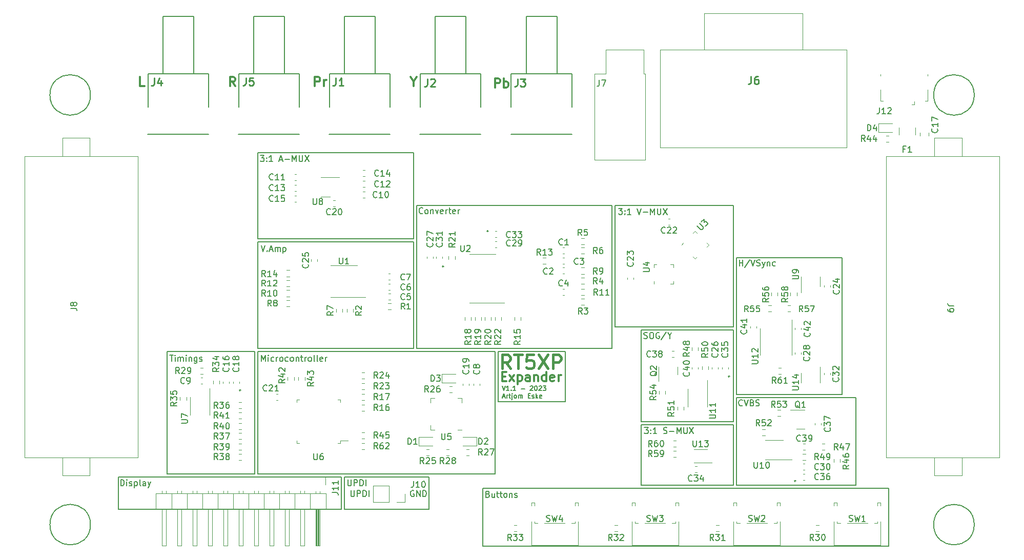
<source format=gbr>
%TF.GenerationSoftware,KiCad,Pcbnew,(6.0.8)*%
%TF.CreationDate,2023-03-28T17:34:24+02:00*%
%TF.ProjectId,RT5XP-EXP,52543558-502d-4455-9850-2e6b69636164,V1.0*%
%TF.SameCoordinates,Original*%
%TF.FileFunction,Legend,Top*%
%TF.FilePolarity,Positive*%
%FSLAX46Y46*%
G04 Gerber Fmt 4.6, Leading zero omitted, Abs format (unit mm)*
G04 Created by KiCad (PCBNEW (6.0.8)) date 2023-03-28 17:34:24*
%MOMM*%
%LPD*%
G01*
G04 APERTURE LIST*
%ADD10C,0.200000*%
%ADD11C,0.150000*%
%ADD12C,0.152400*%
%ADD13C,0.300000*%
%ADD14C,0.381000*%
%ADD15C,0.254000*%
%ADD16C,0.120000*%
%ADD17C,0.100000*%
G04 APERTURE END LIST*
D10*
X117602000Y-34417000D02*
X135001000Y-34417000D01*
X135001000Y-34417000D02*
X135001000Y-57023000D01*
X135001000Y-57023000D02*
X117602000Y-57023000D01*
X117602000Y-57023000D02*
X117602000Y-34417000D01*
X101854000Y-61976000D02*
X117094000Y-61976000D01*
X117094000Y-61976000D02*
X117094000Y-72009000D01*
X117094000Y-72009000D02*
X101854000Y-72009000D01*
X101854000Y-72009000D02*
X101854000Y-61976000D01*
D11*
X35687000Y-56261000D02*
X35433000Y-56261000D01*
X116459000Y-53975000D02*
X116205000Y-53975000D01*
X10850000Y-78500000D02*
G75*
G03*
X10850000Y-78500000I-3350000J0D01*
G01*
D10*
X117602000Y-57531000D02*
X137287000Y-57531000D01*
X137287000Y-57531000D02*
X137287000Y-72009000D01*
X137287000Y-72009000D02*
X117602000Y-72009000D01*
X117602000Y-72009000D02*
X117602000Y-57531000D01*
X15494000Y-70612000D02*
X52324000Y-70612000D01*
X52324000Y-70612000D02*
X52324000Y-75946000D01*
X52324000Y-75946000D02*
X15494000Y-75946000D01*
X15494000Y-75946000D02*
X15494000Y-70612000D01*
D11*
X127381000Y-71247000D02*
X127127000Y-71247000D01*
D10*
X52832000Y-70612000D02*
X66802000Y-70612000D01*
X66802000Y-70612000D02*
X66802000Y-75946000D01*
X66802000Y-75946000D02*
X52832000Y-75946000D01*
X52832000Y-75946000D02*
X52832000Y-70612000D01*
X75692000Y-72517000D02*
X142748000Y-72517000D01*
X142748000Y-72517000D02*
X142748000Y-82042000D01*
X142748000Y-82042000D02*
X75692000Y-82042000D01*
X75692000Y-82042000D02*
X75692000Y-72517000D01*
D11*
X76581000Y-29972000D02*
X76327000Y-29972000D01*
X69088000Y-35687000D02*
X69088000Y-35941000D01*
D10*
X78232000Y-49911000D02*
X89281000Y-49911000D01*
X89281000Y-49911000D02*
X89281000Y-58166000D01*
X89281000Y-58166000D02*
X78232000Y-58166000D01*
X78232000Y-58166000D02*
X78232000Y-49911000D01*
D11*
X35560000Y-56134000D02*
X35560000Y-56388000D01*
D10*
X101854000Y-46355000D02*
X117094000Y-46355000D01*
X117094000Y-46355000D02*
X117094000Y-61468000D01*
X117094000Y-61468000D02*
X101854000Y-61468000D01*
X101854000Y-61468000D02*
X101854000Y-46355000D01*
X64770000Y-25781000D02*
X97028000Y-25781000D01*
X97028000Y-25781000D02*
X97028000Y-49403000D01*
X97028000Y-49403000D02*
X64770000Y-49403000D01*
X64770000Y-49403000D02*
X64770000Y-25781000D01*
D11*
X156850000Y-78500000D02*
G75*
G03*
X156850000Y-78500000I-3350000J0D01*
G01*
X69215000Y-35814000D02*
X68961000Y-35814000D01*
X116332000Y-53848000D02*
X116332000Y-54102000D01*
D10*
X97536000Y-25781000D02*
X117094000Y-25781000D01*
X117094000Y-25781000D02*
X117094000Y-45847000D01*
X117094000Y-45847000D02*
X97536000Y-45847000D01*
X97536000Y-45847000D02*
X97536000Y-25781000D01*
D11*
X76454000Y-29845000D02*
X76454000Y-30099000D01*
D10*
X38481000Y-17018000D02*
X64262000Y-17018000D01*
X64262000Y-17018000D02*
X64262000Y-31242000D01*
X64262000Y-31242000D02*
X38481000Y-31242000D01*
X38481000Y-31242000D02*
X38481000Y-17018000D01*
X23495000Y-49911000D02*
X37973000Y-49911000D01*
X37973000Y-49911000D02*
X37973000Y-70104000D01*
X37973000Y-70104000D02*
X23495000Y-70104000D01*
X23495000Y-70104000D02*
X23495000Y-49911000D01*
D11*
X127254000Y-71120000D02*
X127254000Y-71374000D01*
X156850000Y-7500000D02*
G75*
G03*
X156850000Y-7500000I-3350000J0D01*
G01*
D10*
X38481000Y-49911000D02*
X77724000Y-49911000D01*
X77724000Y-49911000D02*
X77724000Y-70104000D01*
X77724000Y-70104000D02*
X38481000Y-70104000D01*
X38481000Y-70104000D02*
X38481000Y-49911000D01*
D11*
X10850000Y-7500000D02*
G75*
G03*
X10850000Y-7500000I-3350000J0D01*
G01*
D10*
X38481000Y-31750000D02*
X64262000Y-31750000D01*
X64262000Y-31750000D02*
X64262000Y-49403000D01*
X64262000Y-49403000D02*
X38481000Y-49403000D01*
X38481000Y-49403000D02*
X38481000Y-31750000D01*
D12*
X53862514Y-72863528D02*
X53862514Y-73665442D01*
X53909685Y-73759785D01*
X53956857Y-73806957D01*
X54051200Y-73854128D01*
X54239885Y-73854128D01*
X54334228Y-73806957D01*
X54381400Y-73759785D01*
X54428571Y-73665442D01*
X54428571Y-72863528D01*
X54900285Y-73854128D02*
X54900285Y-72863528D01*
X55277657Y-72863528D01*
X55372000Y-72910700D01*
X55419171Y-72957871D01*
X55466342Y-73052214D01*
X55466342Y-73193728D01*
X55419171Y-73288071D01*
X55372000Y-73335242D01*
X55277657Y-73382414D01*
X54900285Y-73382414D01*
X55890885Y-73854128D02*
X55890885Y-72863528D01*
X56126742Y-72863528D01*
X56268257Y-72910700D01*
X56362600Y-73005042D01*
X56409771Y-73099385D01*
X56456942Y-73288071D01*
X56456942Y-73429585D01*
X56409771Y-73618271D01*
X56362600Y-73712614D01*
X56268257Y-73806957D01*
X56126742Y-73854128D01*
X55890885Y-73854128D01*
X56881485Y-73854128D02*
X56881485Y-72863528D01*
X64269257Y-72910700D02*
X64174914Y-72863528D01*
X64033400Y-72863528D01*
X63891885Y-72910700D01*
X63797542Y-73005042D01*
X63750371Y-73099385D01*
X63703200Y-73288071D01*
X63703200Y-73429585D01*
X63750371Y-73618271D01*
X63797542Y-73712614D01*
X63891885Y-73806957D01*
X64033400Y-73854128D01*
X64127742Y-73854128D01*
X64269257Y-73806957D01*
X64316428Y-73759785D01*
X64316428Y-73429585D01*
X64127742Y-73429585D01*
X64740971Y-73854128D02*
X64740971Y-72863528D01*
X65307028Y-73854128D01*
X65307028Y-72863528D01*
X65778742Y-73854128D02*
X65778742Y-72863528D01*
X66014600Y-72863528D01*
X66156114Y-72910700D01*
X66250457Y-73005042D01*
X66297628Y-73099385D01*
X66344800Y-73288071D01*
X66344800Y-73429585D01*
X66297628Y-73618271D01*
X66250457Y-73712614D01*
X66156114Y-73806957D01*
X66014600Y-73854128D01*
X65778742Y-73854128D01*
D13*
X19768285Y-6012571D02*
X19054000Y-6012571D01*
X19054000Y-4512571D01*
D12*
X98098428Y-26257528D02*
X98711657Y-26257528D01*
X98381457Y-26634900D01*
X98522971Y-26634900D01*
X98617314Y-26682071D01*
X98664485Y-26729242D01*
X98711657Y-26823585D01*
X98711657Y-27059442D01*
X98664485Y-27153785D01*
X98617314Y-27200957D01*
X98522971Y-27248128D01*
X98239942Y-27248128D01*
X98145600Y-27200957D01*
X98098428Y-27153785D01*
X99136200Y-27153785D02*
X99183371Y-27200957D01*
X99136200Y-27248128D01*
X99089028Y-27200957D01*
X99136200Y-27153785D01*
X99136200Y-27248128D01*
X99136200Y-26634900D02*
X99183371Y-26682071D01*
X99136200Y-26729242D01*
X99089028Y-26682071D01*
X99136200Y-26634900D01*
X99136200Y-26729242D01*
X100126800Y-27248128D02*
X99560742Y-27248128D01*
X99843771Y-27248128D02*
X99843771Y-26257528D01*
X99749428Y-26399042D01*
X99655085Y-26493385D01*
X99560742Y-26540557D01*
X101164571Y-26257528D02*
X101494771Y-27248128D01*
X101824971Y-26257528D01*
X102155171Y-26870757D02*
X102909914Y-26870757D01*
X103381628Y-27248128D02*
X103381628Y-26257528D01*
X103711828Y-26965100D01*
X104042028Y-26257528D01*
X104042028Y-27248128D01*
X104513742Y-26257528D02*
X104513742Y-27059442D01*
X104560914Y-27153785D01*
X104608085Y-27200957D01*
X104702428Y-27248128D01*
X104891114Y-27248128D01*
X104985457Y-27200957D01*
X105032628Y-27153785D01*
X105079800Y-27059442D01*
X105079800Y-26257528D01*
X105457171Y-26257528D02*
X106117571Y-27248128D01*
X106117571Y-26257528D02*
X105457171Y-27248128D01*
D14*
X80209571Y-52723142D02*
X79447571Y-51634571D01*
X78903285Y-52723142D02*
X78903285Y-50437142D01*
X79774142Y-50437142D01*
X79991857Y-50546000D01*
X80100714Y-50654857D01*
X80209571Y-50872571D01*
X80209571Y-51199142D01*
X80100714Y-51416857D01*
X79991857Y-51525714D01*
X79774142Y-51634571D01*
X78903285Y-51634571D01*
X80862714Y-50437142D02*
X82169000Y-50437142D01*
X81515857Y-52723142D02*
X81515857Y-50437142D01*
X84019571Y-50437142D02*
X82931000Y-50437142D01*
X82822142Y-51525714D01*
X82931000Y-51416857D01*
X83148714Y-51308000D01*
X83693000Y-51308000D01*
X83910714Y-51416857D01*
X84019571Y-51525714D01*
X84128428Y-51743428D01*
X84128428Y-52287714D01*
X84019571Y-52505428D01*
X83910714Y-52614285D01*
X83693000Y-52723142D01*
X83148714Y-52723142D01*
X82931000Y-52614285D01*
X82822142Y-52505428D01*
X84890428Y-50437142D02*
X86414428Y-52723142D01*
X86414428Y-50437142D02*
X84890428Y-52723142D01*
X87285285Y-52723142D02*
X87285285Y-50437142D01*
X88156142Y-50437142D01*
X88373857Y-50546000D01*
X88482714Y-50654857D01*
X88591571Y-50872571D01*
X88591571Y-51199142D01*
X88482714Y-51416857D01*
X88373857Y-51525714D01*
X88156142Y-51634571D01*
X87285285Y-51634571D01*
D12*
X38916428Y-17491528D02*
X39529657Y-17491528D01*
X39199457Y-17868900D01*
X39340971Y-17868900D01*
X39435314Y-17916071D01*
X39482485Y-17963242D01*
X39529657Y-18057585D01*
X39529657Y-18293442D01*
X39482485Y-18387785D01*
X39435314Y-18434957D01*
X39340971Y-18482128D01*
X39057942Y-18482128D01*
X38963600Y-18434957D01*
X38916428Y-18387785D01*
X39954200Y-18387785D02*
X40001371Y-18434957D01*
X39954200Y-18482128D01*
X39907028Y-18434957D01*
X39954200Y-18387785D01*
X39954200Y-18482128D01*
X39954200Y-17868900D02*
X40001371Y-17916071D01*
X39954200Y-17963242D01*
X39907028Y-17916071D01*
X39954200Y-17868900D01*
X39954200Y-17963242D01*
X40944800Y-18482128D02*
X40378742Y-18482128D01*
X40661771Y-18482128D02*
X40661771Y-17491528D01*
X40567428Y-17633042D01*
X40473085Y-17727385D01*
X40378742Y-17774557D01*
X42076914Y-18199100D02*
X42548628Y-18199100D01*
X41982571Y-18482128D02*
X42312771Y-17491528D01*
X42642971Y-18482128D01*
X42973171Y-18104757D02*
X43727914Y-18104757D01*
X44199628Y-18482128D02*
X44199628Y-17491528D01*
X44529828Y-18199100D01*
X44860028Y-17491528D01*
X44860028Y-18482128D01*
X45331742Y-17491528D02*
X45331742Y-18293442D01*
X45378914Y-18387785D01*
X45426085Y-18434957D01*
X45520428Y-18482128D01*
X45709114Y-18482128D01*
X45803457Y-18434957D01*
X45850628Y-18387785D01*
X45897800Y-18293442D01*
X45897800Y-17491528D01*
X46275171Y-17491528D02*
X46935571Y-18482128D01*
X46935571Y-17491528D02*
X46275171Y-18482128D01*
X76499357Y-73462242D02*
X76640871Y-73509414D01*
X76688042Y-73556585D01*
X76735214Y-73650928D01*
X76735214Y-73792442D01*
X76688042Y-73886785D01*
X76640871Y-73933957D01*
X76546528Y-73981128D01*
X76169157Y-73981128D01*
X76169157Y-72990528D01*
X76499357Y-72990528D01*
X76593700Y-73037700D01*
X76640871Y-73084871D01*
X76688042Y-73179214D01*
X76688042Y-73273557D01*
X76640871Y-73367900D01*
X76593700Y-73415071D01*
X76499357Y-73462242D01*
X76169157Y-73462242D01*
X77584300Y-73320728D02*
X77584300Y-73981128D01*
X77159757Y-73320728D02*
X77159757Y-73839614D01*
X77206928Y-73933957D01*
X77301271Y-73981128D01*
X77442785Y-73981128D01*
X77537128Y-73933957D01*
X77584300Y-73886785D01*
X77914500Y-73320728D02*
X78291871Y-73320728D01*
X78056014Y-72990528D02*
X78056014Y-73839614D01*
X78103185Y-73933957D01*
X78197528Y-73981128D01*
X78291871Y-73981128D01*
X78480557Y-73320728D02*
X78857928Y-73320728D01*
X78622071Y-72990528D02*
X78622071Y-73839614D01*
X78669242Y-73933957D01*
X78763585Y-73981128D01*
X78857928Y-73981128D01*
X79329642Y-73981128D02*
X79235300Y-73933957D01*
X79188128Y-73886785D01*
X79140957Y-73792442D01*
X79140957Y-73509414D01*
X79188128Y-73415071D01*
X79235300Y-73367900D01*
X79329642Y-73320728D01*
X79471157Y-73320728D01*
X79565500Y-73367900D01*
X79612671Y-73415071D01*
X79659842Y-73509414D01*
X79659842Y-73792442D01*
X79612671Y-73886785D01*
X79565500Y-73933957D01*
X79471157Y-73981128D01*
X79329642Y-73981128D01*
X80084385Y-73320728D02*
X80084385Y-73981128D01*
X80084385Y-73415071D02*
X80131557Y-73367900D01*
X80225900Y-73320728D01*
X80367414Y-73320728D01*
X80461757Y-73367900D01*
X80508928Y-73462242D01*
X80508928Y-73981128D01*
X80933471Y-73933957D02*
X81027814Y-73981128D01*
X81216500Y-73981128D01*
X81310842Y-73933957D01*
X81358014Y-73839614D01*
X81358014Y-73792442D01*
X81310842Y-73698100D01*
X81216500Y-73650928D01*
X81074985Y-73650928D01*
X80980642Y-73603757D01*
X80933471Y-73509414D01*
X80933471Y-73462242D01*
X80980642Y-73367900D01*
X81074985Y-73320728D01*
X81216500Y-73320728D01*
X81310842Y-73367900D01*
X39048871Y-32350528D02*
X39379071Y-33341128D01*
X39709271Y-32350528D01*
X40039471Y-33246785D02*
X40086642Y-33293957D01*
X40039471Y-33341128D01*
X39992300Y-33293957D01*
X40039471Y-33246785D01*
X40039471Y-33341128D01*
X40464014Y-33058100D02*
X40935728Y-33058100D01*
X40369671Y-33341128D02*
X40699871Y-32350528D01*
X41030071Y-33341128D01*
X41360271Y-33341128D02*
X41360271Y-32680728D01*
X41360271Y-32775071D02*
X41407442Y-32727900D01*
X41501785Y-32680728D01*
X41643300Y-32680728D01*
X41737642Y-32727900D01*
X41784814Y-32822242D01*
X41784814Y-33341128D01*
X41784814Y-32822242D02*
X41831985Y-32727900D01*
X41926328Y-32680728D01*
X42067842Y-32680728D01*
X42162185Y-32727900D01*
X42209357Y-32822242D01*
X42209357Y-33341128D01*
X42681071Y-32680728D02*
X42681071Y-33671328D01*
X42681071Y-32727900D02*
X42775414Y-32680728D01*
X42964100Y-32680728D01*
X43058442Y-32727900D01*
X43105614Y-32775071D01*
X43152785Y-32869414D01*
X43152785Y-33152442D01*
X43105614Y-33246785D01*
X43058442Y-33293957D01*
X42964100Y-33341128D01*
X42775414Y-33341128D01*
X42681071Y-33293957D01*
X102280357Y-47690957D02*
X102421871Y-47738128D01*
X102657728Y-47738128D01*
X102752071Y-47690957D01*
X102799242Y-47643785D01*
X102846414Y-47549442D01*
X102846414Y-47455100D01*
X102799242Y-47360757D01*
X102752071Y-47313585D01*
X102657728Y-47266414D01*
X102469042Y-47219242D01*
X102374700Y-47172071D01*
X102327528Y-47124900D01*
X102280357Y-47030557D01*
X102280357Y-46936214D01*
X102327528Y-46841871D01*
X102374700Y-46794700D01*
X102469042Y-46747528D01*
X102704900Y-46747528D01*
X102846414Y-46794700D01*
X103459642Y-46747528D02*
X103648328Y-46747528D01*
X103742671Y-46794700D01*
X103837014Y-46889042D01*
X103884185Y-47077728D01*
X103884185Y-47407928D01*
X103837014Y-47596614D01*
X103742671Y-47690957D01*
X103648328Y-47738128D01*
X103459642Y-47738128D01*
X103365300Y-47690957D01*
X103270957Y-47596614D01*
X103223785Y-47407928D01*
X103223785Y-47077728D01*
X103270957Y-46889042D01*
X103365300Y-46794700D01*
X103459642Y-46747528D01*
X104827614Y-46794700D02*
X104733271Y-46747528D01*
X104591757Y-46747528D01*
X104450242Y-46794700D01*
X104355900Y-46889042D01*
X104308728Y-46983385D01*
X104261557Y-47172071D01*
X104261557Y-47313585D01*
X104308728Y-47502271D01*
X104355900Y-47596614D01*
X104450242Y-47690957D01*
X104591757Y-47738128D01*
X104686100Y-47738128D01*
X104827614Y-47690957D01*
X104874785Y-47643785D01*
X104874785Y-47313585D01*
X104686100Y-47313585D01*
X106006900Y-46700357D02*
X105157814Y-47973985D01*
X106525785Y-47266414D02*
X106525785Y-47738128D01*
X106195585Y-46747528D02*
X106525785Y-47266414D01*
X106855985Y-46747528D01*
X39096042Y-51502128D02*
X39096042Y-50511528D01*
X39426242Y-51219100D01*
X39756442Y-50511528D01*
X39756442Y-51502128D01*
X40228157Y-51502128D02*
X40228157Y-50841728D01*
X40228157Y-50511528D02*
X40180985Y-50558700D01*
X40228157Y-50605871D01*
X40275328Y-50558700D01*
X40228157Y-50511528D01*
X40228157Y-50605871D01*
X41124414Y-51454957D02*
X41030071Y-51502128D01*
X40841385Y-51502128D01*
X40747042Y-51454957D01*
X40699871Y-51407785D01*
X40652700Y-51313442D01*
X40652700Y-51030414D01*
X40699871Y-50936071D01*
X40747042Y-50888900D01*
X40841385Y-50841728D01*
X41030071Y-50841728D01*
X41124414Y-50888900D01*
X41548957Y-51502128D02*
X41548957Y-50841728D01*
X41548957Y-51030414D02*
X41596128Y-50936071D01*
X41643300Y-50888900D01*
X41737642Y-50841728D01*
X41831985Y-50841728D01*
X42303700Y-51502128D02*
X42209357Y-51454957D01*
X42162185Y-51407785D01*
X42115014Y-51313442D01*
X42115014Y-51030414D01*
X42162185Y-50936071D01*
X42209357Y-50888900D01*
X42303700Y-50841728D01*
X42445214Y-50841728D01*
X42539557Y-50888900D01*
X42586728Y-50936071D01*
X42633900Y-51030414D01*
X42633900Y-51313442D01*
X42586728Y-51407785D01*
X42539557Y-51454957D01*
X42445214Y-51502128D01*
X42303700Y-51502128D01*
X43482985Y-51454957D02*
X43388642Y-51502128D01*
X43199957Y-51502128D01*
X43105614Y-51454957D01*
X43058442Y-51407785D01*
X43011271Y-51313442D01*
X43011271Y-51030414D01*
X43058442Y-50936071D01*
X43105614Y-50888900D01*
X43199957Y-50841728D01*
X43388642Y-50841728D01*
X43482985Y-50888900D01*
X44049042Y-51502128D02*
X43954700Y-51454957D01*
X43907528Y-51407785D01*
X43860357Y-51313442D01*
X43860357Y-51030414D01*
X43907528Y-50936071D01*
X43954700Y-50888900D01*
X44049042Y-50841728D01*
X44190557Y-50841728D01*
X44284900Y-50888900D01*
X44332071Y-50936071D01*
X44379242Y-51030414D01*
X44379242Y-51313442D01*
X44332071Y-51407785D01*
X44284900Y-51454957D01*
X44190557Y-51502128D01*
X44049042Y-51502128D01*
X44803785Y-50841728D02*
X44803785Y-51502128D01*
X44803785Y-50936071D02*
X44850957Y-50888900D01*
X44945300Y-50841728D01*
X45086814Y-50841728D01*
X45181157Y-50888900D01*
X45228328Y-50983242D01*
X45228328Y-51502128D01*
X45558528Y-50841728D02*
X45935900Y-50841728D01*
X45700042Y-50511528D02*
X45700042Y-51360614D01*
X45747214Y-51454957D01*
X45841557Y-51502128D01*
X45935900Y-51502128D01*
X46266100Y-51502128D02*
X46266100Y-50841728D01*
X46266100Y-51030414D02*
X46313271Y-50936071D01*
X46360442Y-50888900D01*
X46454785Y-50841728D01*
X46549128Y-50841728D01*
X47020842Y-51502128D02*
X46926500Y-51454957D01*
X46879328Y-51407785D01*
X46832157Y-51313442D01*
X46832157Y-51030414D01*
X46879328Y-50936071D01*
X46926500Y-50888900D01*
X47020842Y-50841728D01*
X47162357Y-50841728D01*
X47256700Y-50888900D01*
X47303871Y-50936071D01*
X47351042Y-51030414D01*
X47351042Y-51313442D01*
X47303871Y-51407785D01*
X47256700Y-51454957D01*
X47162357Y-51502128D01*
X47020842Y-51502128D01*
X47917100Y-51502128D02*
X47822757Y-51454957D01*
X47775585Y-51360614D01*
X47775585Y-50511528D01*
X48435985Y-51502128D02*
X48341642Y-51454957D01*
X48294471Y-51360614D01*
X48294471Y-50511528D01*
X49190728Y-51454957D02*
X49096385Y-51502128D01*
X48907700Y-51502128D01*
X48813357Y-51454957D01*
X48766185Y-51360614D01*
X48766185Y-50983242D01*
X48813357Y-50888900D01*
X48907700Y-50841728D01*
X49096385Y-50841728D01*
X49190728Y-50888900D01*
X49237900Y-50983242D01*
X49237900Y-51077585D01*
X48766185Y-51171928D01*
X49662442Y-51502128D02*
X49662442Y-50841728D01*
X49662442Y-51030414D02*
X49709614Y-50936071D01*
X49756785Y-50888900D01*
X49851128Y-50841728D01*
X49945471Y-50841728D01*
X118549057Y-58773785D02*
X118501885Y-58820957D01*
X118360371Y-58868128D01*
X118266028Y-58868128D01*
X118124514Y-58820957D01*
X118030171Y-58726614D01*
X117983000Y-58632271D01*
X117935828Y-58443585D01*
X117935828Y-58302071D01*
X117983000Y-58113385D01*
X118030171Y-58019042D01*
X118124514Y-57924700D01*
X118266028Y-57877528D01*
X118360371Y-57877528D01*
X118501885Y-57924700D01*
X118549057Y-57971871D01*
X118832085Y-57877528D02*
X119162285Y-58868128D01*
X119492485Y-57877528D01*
X120152885Y-58349242D02*
X120294400Y-58396414D01*
X120341571Y-58443585D01*
X120388742Y-58537928D01*
X120388742Y-58679442D01*
X120341571Y-58773785D01*
X120294400Y-58820957D01*
X120200057Y-58868128D01*
X119822685Y-58868128D01*
X119822685Y-57877528D01*
X120152885Y-57877528D01*
X120247228Y-57924700D01*
X120294400Y-57971871D01*
X120341571Y-58066214D01*
X120341571Y-58160557D01*
X120294400Y-58254900D01*
X120247228Y-58302071D01*
X120152885Y-58349242D01*
X119822685Y-58349242D01*
X120766114Y-58820957D02*
X120907628Y-58868128D01*
X121143485Y-58868128D01*
X121237828Y-58820957D01*
X121285000Y-58773785D01*
X121332171Y-58679442D01*
X121332171Y-58585100D01*
X121285000Y-58490757D01*
X121237828Y-58443585D01*
X121143485Y-58396414D01*
X120954800Y-58349242D01*
X120860457Y-58302071D01*
X120813285Y-58254900D01*
X120766114Y-58160557D01*
X120766114Y-58066214D01*
X120813285Y-57971871D01*
X120860457Y-57924700D01*
X120954800Y-57877528D01*
X121190657Y-57877528D01*
X121332171Y-57924700D01*
D13*
X77668571Y-6266571D02*
X77668571Y-4766571D01*
X78240000Y-4766571D01*
X78382857Y-4838000D01*
X78454285Y-4909428D01*
X78525714Y-5052285D01*
X78525714Y-5266571D01*
X78454285Y-5409428D01*
X78382857Y-5480857D01*
X78240000Y-5552285D01*
X77668571Y-5552285D01*
X79168571Y-6266571D02*
X79168571Y-4766571D01*
X79168571Y-5338000D02*
X79311428Y-5266571D01*
X79597142Y-5266571D01*
X79740000Y-5338000D01*
X79811428Y-5409428D01*
X79882857Y-5552285D01*
X79882857Y-5980857D01*
X79811428Y-6123714D01*
X79740000Y-6195142D01*
X79597142Y-6266571D01*
X79311428Y-6266571D01*
X79168571Y-6195142D01*
X47910857Y-6012571D02*
X47910857Y-4512571D01*
X48482285Y-4512571D01*
X48625142Y-4584000D01*
X48696571Y-4655428D01*
X48768000Y-4798285D01*
X48768000Y-5012571D01*
X48696571Y-5155428D01*
X48625142Y-5226857D01*
X48482285Y-5298285D01*
X47910857Y-5298285D01*
X49410857Y-6012571D02*
X49410857Y-5012571D01*
X49410857Y-5298285D02*
X49482285Y-5155428D01*
X49553714Y-5084000D01*
X49696571Y-5012571D01*
X49839428Y-5012571D01*
D12*
X78914428Y-57370000D02*
X79277285Y-57370000D01*
X78841857Y-57587714D02*
X79095857Y-56825714D01*
X79349857Y-57587714D01*
X79603857Y-57587714D02*
X79603857Y-57079714D01*
X79603857Y-57224857D02*
X79640142Y-57152285D01*
X79676428Y-57116000D01*
X79749000Y-57079714D01*
X79821571Y-57079714D01*
X79966714Y-57079714D02*
X80257000Y-57079714D01*
X80075571Y-56825714D02*
X80075571Y-57478857D01*
X80111857Y-57551428D01*
X80184428Y-57587714D01*
X80257000Y-57587714D01*
X80511000Y-57079714D02*
X80511000Y-57732857D01*
X80474714Y-57805428D01*
X80402142Y-57841714D01*
X80365857Y-57841714D01*
X80511000Y-56825714D02*
X80474714Y-56862000D01*
X80511000Y-56898285D01*
X80547285Y-56862000D01*
X80511000Y-56825714D01*
X80511000Y-56898285D01*
X80982714Y-57587714D02*
X80910142Y-57551428D01*
X80873857Y-57515142D01*
X80837571Y-57442571D01*
X80837571Y-57224857D01*
X80873857Y-57152285D01*
X80910142Y-57116000D01*
X80982714Y-57079714D01*
X81091571Y-57079714D01*
X81164142Y-57116000D01*
X81200428Y-57152285D01*
X81236714Y-57224857D01*
X81236714Y-57442571D01*
X81200428Y-57515142D01*
X81164142Y-57551428D01*
X81091571Y-57587714D01*
X80982714Y-57587714D01*
X81563285Y-57587714D02*
X81563285Y-57079714D01*
X81563285Y-57152285D02*
X81599571Y-57116000D01*
X81672142Y-57079714D01*
X81781000Y-57079714D01*
X81853571Y-57116000D01*
X81889857Y-57188571D01*
X81889857Y-57587714D01*
X81889857Y-57188571D02*
X81926142Y-57116000D01*
X81998714Y-57079714D01*
X82107571Y-57079714D01*
X82180142Y-57116000D01*
X82216428Y-57188571D01*
X82216428Y-57587714D01*
X83159857Y-57188571D02*
X83413857Y-57188571D01*
X83522714Y-57587714D02*
X83159857Y-57587714D01*
X83159857Y-56825714D01*
X83522714Y-56825714D01*
X83813000Y-57551428D02*
X83885571Y-57587714D01*
X84030714Y-57587714D01*
X84103285Y-57551428D01*
X84139571Y-57478857D01*
X84139571Y-57442571D01*
X84103285Y-57370000D01*
X84030714Y-57333714D01*
X83921857Y-57333714D01*
X83849285Y-57297428D01*
X83813000Y-57224857D01*
X83813000Y-57188571D01*
X83849285Y-57116000D01*
X83921857Y-57079714D01*
X84030714Y-57079714D01*
X84103285Y-57116000D01*
X84466142Y-57587714D02*
X84466142Y-56825714D01*
X84538714Y-57297428D02*
X84756428Y-57587714D01*
X84756428Y-57079714D02*
X84466142Y-57370000D01*
X85373285Y-57551428D02*
X85300714Y-57587714D01*
X85155571Y-57587714D01*
X85083000Y-57551428D01*
X85046714Y-57478857D01*
X85046714Y-57188571D01*
X85083000Y-57116000D01*
X85155571Y-57079714D01*
X85300714Y-57079714D01*
X85373285Y-57116000D01*
X85409571Y-57188571D01*
X85409571Y-57261142D01*
X85046714Y-57333714D01*
X102369257Y-62449528D02*
X102982485Y-62449528D01*
X102652285Y-62826900D01*
X102793800Y-62826900D01*
X102888142Y-62874071D01*
X102935314Y-62921242D01*
X102982485Y-63015585D01*
X102982485Y-63251442D01*
X102935314Y-63345785D01*
X102888142Y-63392957D01*
X102793800Y-63440128D01*
X102510771Y-63440128D01*
X102416428Y-63392957D01*
X102369257Y-63345785D01*
X103407028Y-63345785D02*
X103454200Y-63392957D01*
X103407028Y-63440128D01*
X103359857Y-63392957D01*
X103407028Y-63345785D01*
X103407028Y-63440128D01*
X103407028Y-62826900D02*
X103454200Y-62874071D01*
X103407028Y-62921242D01*
X103359857Y-62874071D01*
X103407028Y-62826900D01*
X103407028Y-62921242D01*
X104397628Y-63440128D02*
X103831571Y-63440128D01*
X104114600Y-63440128D02*
X104114600Y-62449528D01*
X104020257Y-62591042D01*
X103925914Y-62685385D01*
X103831571Y-62732557D01*
X105529742Y-63392957D02*
X105671257Y-63440128D01*
X105907114Y-63440128D01*
X106001457Y-63392957D01*
X106048628Y-63345785D01*
X106095800Y-63251442D01*
X106095800Y-63157100D01*
X106048628Y-63062757D01*
X106001457Y-63015585D01*
X105907114Y-62968414D01*
X105718428Y-62921242D01*
X105624085Y-62874071D01*
X105576914Y-62826900D01*
X105529742Y-62732557D01*
X105529742Y-62638214D01*
X105576914Y-62543871D01*
X105624085Y-62496700D01*
X105718428Y-62449528D01*
X105954285Y-62449528D01*
X106095800Y-62496700D01*
X106520342Y-63062757D02*
X107275085Y-63062757D01*
X107746800Y-63440128D02*
X107746800Y-62449528D01*
X108077000Y-63157100D01*
X108407200Y-62449528D01*
X108407200Y-63440128D01*
X108878914Y-62449528D02*
X108878914Y-63251442D01*
X108926085Y-63345785D01*
X108973257Y-63392957D01*
X109067600Y-63440128D01*
X109256285Y-63440128D01*
X109350628Y-63392957D01*
X109397800Y-63345785D01*
X109444971Y-63251442D01*
X109444971Y-62449528D01*
X109822342Y-62449528D02*
X110482742Y-63440128D01*
X110482742Y-62449528D02*
X109822342Y-63440128D01*
D13*
X64262000Y-5298285D02*
X64262000Y-6012571D01*
X63762000Y-4512571D02*
X64262000Y-5298285D01*
X64762000Y-4512571D01*
D12*
X23957642Y-50511528D02*
X24523700Y-50511528D01*
X24240671Y-51502128D02*
X24240671Y-50511528D01*
X24853900Y-51502128D02*
X24853900Y-50841728D01*
X24853900Y-50511528D02*
X24806728Y-50558700D01*
X24853900Y-50605871D01*
X24901071Y-50558700D01*
X24853900Y-50511528D01*
X24853900Y-50605871D01*
X25325614Y-51502128D02*
X25325614Y-50841728D01*
X25325614Y-50936071D02*
X25372785Y-50888900D01*
X25467128Y-50841728D01*
X25608642Y-50841728D01*
X25702985Y-50888900D01*
X25750157Y-50983242D01*
X25750157Y-51502128D01*
X25750157Y-50983242D02*
X25797328Y-50888900D01*
X25891671Y-50841728D01*
X26033185Y-50841728D01*
X26127528Y-50888900D01*
X26174700Y-50983242D01*
X26174700Y-51502128D01*
X26646414Y-51502128D02*
X26646414Y-50841728D01*
X26646414Y-50511528D02*
X26599242Y-50558700D01*
X26646414Y-50605871D01*
X26693585Y-50558700D01*
X26646414Y-50511528D01*
X26646414Y-50605871D01*
X27118128Y-50841728D02*
X27118128Y-51502128D01*
X27118128Y-50936071D02*
X27165300Y-50888900D01*
X27259642Y-50841728D01*
X27401157Y-50841728D01*
X27495500Y-50888900D01*
X27542671Y-50983242D01*
X27542671Y-51502128D01*
X28438928Y-50841728D02*
X28438928Y-51643642D01*
X28391757Y-51737985D01*
X28344585Y-51785157D01*
X28250242Y-51832328D01*
X28108728Y-51832328D01*
X28014385Y-51785157D01*
X28438928Y-51454957D02*
X28344585Y-51502128D01*
X28155900Y-51502128D01*
X28061557Y-51454957D01*
X28014385Y-51407785D01*
X27967214Y-51313442D01*
X27967214Y-51030414D01*
X28014385Y-50936071D01*
X28061557Y-50888900D01*
X28155900Y-50841728D01*
X28344585Y-50841728D01*
X28438928Y-50888900D01*
X28863471Y-51454957D02*
X28957814Y-51502128D01*
X29146500Y-51502128D01*
X29240842Y-51454957D01*
X29288014Y-51360614D01*
X29288014Y-51313442D01*
X29240842Y-51219100D01*
X29146500Y-51171928D01*
X29004985Y-51171928D01*
X28910642Y-51124757D01*
X28863471Y-51030414D01*
X28863471Y-50983242D01*
X28910642Y-50888900D01*
X29004985Y-50841728D01*
X29146500Y-50841728D01*
X29240842Y-50888900D01*
X78847142Y-55575714D02*
X79101142Y-56337714D01*
X79355142Y-55575714D01*
X80008285Y-56337714D02*
X79572857Y-56337714D01*
X79790571Y-56337714D02*
X79790571Y-55575714D01*
X79718000Y-55684571D01*
X79645428Y-55757142D01*
X79572857Y-55793428D01*
X80334857Y-56265142D02*
X80371142Y-56301428D01*
X80334857Y-56337714D01*
X80298571Y-56301428D01*
X80334857Y-56265142D01*
X80334857Y-56337714D01*
X81096857Y-56337714D02*
X80661428Y-56337714D01*
X80879142Y-56337714D02*
X80879142Y-55575714D01*
X80806571Y-55684571D01*
X80734000Y-55757142D01*
X80661428Y-55793428D01*
X82004000Y-56047428D02*
X82584571Y-56047428D01*
X83491714Y-55648285D02*
X83528000Y-55612000D01*
X83600571Y-55575714D01*
X83782000Y-55575714D01*
X83854571Y-55612000D01*
X83890857Y-55648285D01*
X83927142Y-55720857D01*
X83927142Y-55793428D01*
X83890857Y-55902285D01*
X83455428Y-56337714D01*
X83927142Y-56337714D01*
X84398857Y-55575714D02*
X84471428Y-55575714D01*
X84544000Y-55612000D01*
X84580285Y-55648285D01*
X84616571Y-55720857D01*
X84652857Y-55866000D01*
X84652857Y-56047428D01*
X84616571Y-56192571D01*
X84580285Y-56265142D01*
X84544000Y-56301428D01*
X84471428Y-56337714D01*
X84398857Y-56337714D01*
X84326285Y-56301428D01*
X84290000Y-56265142D01*
X84253714Y-56192571D01*
X84217428Y-56047428D01*
X84217428Y-55866000D01*
X84253714Y-55720857D01*
X84290000Y-55648285D01*
X84326285Y-55612000D01*
X84398857Y-55575714D01*
X84943142Y-55648285D02*
X84979428Y-55612000D01*
X85052000Y-55575714D01*
X85233428Y-55575714D01*
X85306000Y-55612000D01*
X85342285Y-55648285D01*
X85378571Y-55720857D01*
X85378571Y-55793428D01*
X85342285Y-55902285D01*
X84906857Y-56337714D01*
X85378571Y-56337714D01*
X85632571Y-55575714D02*
X86104285Y-55575714D01*
X85850285Y-55866000D01*
X85959142Y-55866000D01*
X86031714Y-55902285D01*
X86068000Y-55938571D01*
X86104285Y-56011142D01*
X86104285Y-56192571D01*
X86068000Y-56265142D01*
X86031714Y-56301428D01*
X85959142Y-56337714D01*
X85741428Y-56337714D01*
X85668857Y-56301428D01*
X85632571Y-56265142D01*
X53354514Y-71085528D02*
X53354514Y-71887442D01*
X53401685Y-71981785D01*
X53448857Y-72028957D01*
X53543200Y-72076128D01*
X53731885Y-72076128D01*
X53826228Y-72028957D01*
X53873400Y-71981785D01*
X53920571Y-71887442D01*
X53920571Y-71085528D01*
X54392285Y-72076128D02*
X54392285Y-71085528D01*
X54769657Y-71085528D01*
X54864000Y-71132700D01*
X54911171Y-71179871D01*
X54958342Y-71274214D01*
X54958342Y-71415728D01*
X54911171Y-71510071D01*
X54864000Y-71557242D01*
X54769657Y-71604414D01*
X54392285Y-71604414D01*
X55382885Y-72076128D02*
X55382885Y-71085528D01*
X55618742Y-71085528D01*
X55760257Y-71132700D01*
X55854600Y-71227042D01*
X55901771Y-71321385D01*
X55948942Y-71510071D01*
X55948942Y-71651585D01*
X55901771Y-71840271D01*
X55854600Y-71934614D01*
X55760257Y-72028957D01*
X55618742Y-72076128D01*
X55382885Y-72076128D01*
X56373485Y-72076128D02*
X56373485Y-71085528D01*
X118037785Y-35744128D02*
X118037785Y-34753528D01*
X118037785Y-35225242D02*
X118603842Y-35225242D01*
X118603842Y-35744128D02*
X118603842Y-34753528D01*
X119783128Y-34706357D02*
X118934042Y-35979985D01*
X119971814Y-34753528D02*
X120302014Y-35744128D01*
X120632214Y-34753528D01*
X120915242Y-35696957D02*
X121056757Y-35744128D01*
X121292614Y-35744128D01*
X121386957Y-35696957D01*
X121434128Y-35649785D01*
X121481300Y-35555442D01*
X121481300Y-35461100D01*
X121434128Y-35366757D01*
X121386957Y-35319585D01*
X121292614Y-35272414D01*
X121103928Y-35225242D01*
X121009585Y-35178071D01*
X120962414Y-35130900D01*
X120915242Y-35036557D01*
X120915242Y-34942214D01*
X120962414Y-34847871D01*
X121009585Y-34800700D01*
X121103928Y-34753528D01*
X121339785Y-34753528D01*
X121481300Y-34800700D01*
X121811500Y-35083728D02*
X122047357Y-35744128D01*
X122283214Y-35083728D02*
X122047357Y-35744128D01*
X121953014Y-35979985D01*
X121905842Y-36027157D01*
X121811500Y-36074328D01*
X122660585Y-35083728D02*
X122660585Y-35744128D01*
X122660585Y-35178071D02*
X122707757Y-35130900D01*
X122802100Y-35083728D01*
X122943614Y-35083728D01*
X123037957Y-35130900D01*
X123085128Y-35225242D01*
X123085128Y-35744128D01*
X123981385Y-35696957D02*
X123887042Y-35744128D01*
X123698357Y-35744128D01*
X123604014Y-35696957D01*
X123556842Y-35649785D01*
X123509671Y-35555442D01*
X123509671Y-35272414D01*
X123556842Y-35178071D01*
X123604014Y-35130900D01*
X123698357Y-35083728D01*
X123887042Y-35083728D01*
X123981385Y-35130900D01*
D13*
X34754285Y-6012571D02*
X34254285Y-5298285D01*
X33897142Y-6012571D02*
X33897142Y-4512571D01*
X34468571Y-4512571D01*
X34611428Y-4584000D01*
X34682857Y-4655428D01*
X34754285Y-4798285D01*
X34754285Y-5012571D01*
X34682857Y-5155428D01*
X34611428Y-5226857D01*
X34468571Y-5298285D01*
X33897142Y-5298285D01*
D12*
X15858671Y-72076128D02*
X15858671Y-71085528D01*
X16094528Y-71085528D01*
X16236042Y-71132700D01*
X16330385Y-71227042D01*
X16377557Y-71321385D01*
X16424728Y-71510071D01*
X16424728Y-71651585D01*
X16377557Y-71840271D01*
X16330385Y-71934614D01*
X16236042Y-72028957D01*
X16094528Y-72076128D01*
X15858671Y-72076128D01*
X16849271Y-72076128D02*
X16849271Y-71415728D01*
X16849271Y-71085528D02*
X16802100Y-71132700D01*
X16849271Y-71179871D01*
X16896442Y-71132700D01*
X16849271Y-71085528D01*
X16849271Y-71179871D01*
X17273814Y-72028957D02*
X17368157Y-72076128D01*
X17556842Y-72076128D01*
X17651185Y-72028957D01*
X17698357Y-71934614D01*
X17698357Y-71887442D01*
X17651185Y-71793100D01*
X17556842Y-71745928D01*
X17415328Y-71745928D01*
X17320985Y-71698757D01*
X17273814Y-71604414D01*
X17273814Y-71557242D01*
X17320985Y-71462900D01*
X17415328Y-71415728D01*
X17556842Y-71415728D01*
X17651185Y-71462900D01*
X18122900Y-71415728D02*
X18122900Y-72406328D01*
X18122900Y-71462900D02*
X18217242Y-71415728D01*
X18405928Y-71415728D01*
X18500271Y-71462900D01*
X18547442Y-71510071D01*
X18594614Y-71604414D01*
X18594614Y-71887442D01*
X18547442Y-71981785D01*
X18500271Y-72028957D01*
X18405928Y-72076128D01*
X18217242Y-72076128D01*
X18122900Y-72028957D01*
X19160671Y-72076128D02*
X19066328Y-72028957D01*
X19019157Y-71934614D01*
X19019157Y-71085528D01*
X19962585Y-72076128D02*
X19962585Y-71557242D01*
X19915414Y-71462900D01*
X19821071Y-71415728D01*
X19632385Y-71415728D01*
X19538042Y-71462900D01*
X19962585Y-72028957D02*
X19868242Y-72076128D01*
X19632385Y-72076128D01*
X19538042Y-72028957D01*
X19490871Y-71934614D01*
X19490871Y-71840271D01*
X19538042Y-71745928D01*
X19632385Y-71698757D01*
X19868242Y-71698757D01*
X19962585Y-71651585D01*
X20339957Y-71415728D02*
X20575814Y-72076128D01*
X20811671Y-71415728D02*
X20575814Y-72076128D01*
X20481471Y-72311985D01*
X20434300Y-72359157D01*
X20339957Y-72406328D01*
D13*
X78866800Y-53994857D02*
X79366800Y-53994857D01*
X79581085Y-54780571D02*
X78866800Y-54780571D01*
X78866800Y-53280571D01*
X79581085Y-53280571D01*
X80081085Y-54780571D02*
X80866800Y-53780571D01*
X80081085Y-53780571D02*
X80866800Y-54780571D01*
X81438228Y-53780571D02*
X81438228Y-55280571D01*
X81438228Y-53852000D02*
X81581085Y-53780571D01*
X81866800Y-53780571D01*
X82009657Y-53852000D01*
X82081085Y-53923428D01*
X82152514Y-54066285D01*
X82152514Y-54494857D01*
X82081085Y-54637714D01*
X82009657Y-54709142D01*
X81866800Y-54780571D01*
X81581085Y-54780571D01*
X81438228Y-54709142D01*
X83438228Y-54780571D02*
X83438228Y-53994857D01*
X83366800Y-53852000D01*
X83223942Y-53780571D01*
X82938228Y-53780571D01*
X82795371Y-53852000D01*
X83438228Y-54709142D02*
X83295371Y-54780571D01*
X82938228Y-54780571D01*
X82795371Y-54709142D01*
X82723942Y-54566285D01*
X82723942Y-54423428D01*
X82795371Y-54280571D01*
X82938228Y-54209142D01*
X83295371Y-54209142D01*
X83438228Y-54137714D01*
X84152514Y-53780571D02*
X84152514Y-54780571D01*
X84152514Y-53923428D02*
X84223942Y-53852000D01*
X84366800Y-53780571D01*
X84581085Y-53780571D01*
X84723942Y-53852000D01*
X84795371Y-53994857D01*
X84795371Y-54780571D01*
X86152514Y-54780571D02*
X86152514Y-53280571D01*
X86152514Y-54709142D02*
X86009657Y-54780571D01*
X85723942Y-54780571D01*
X85581085Y-54709142D01*
X85509657Y-54637714D01*
X85438228Y-54494857D01*
X85438228Y-54066285D01*
X85509657Y-53923428D01*
X85581085Y-53852000D01*
X85723942Y-53780571D01*
X86009657Y-53780571D01*
X86152514Y-53852000D01*
X87438228Y-54709142D02*
X87295371Y-54780571D01*
X87009657Y-54780571D01*
X86866800Y-54709142D01*
X86795371Y-54566285D01*
X86795371Y-53994857D01*
X86866800Y-53852000D01*
X87009657Y-53780571D01*
X87295371Y-53780571D01*
X87438228Y-53852000D01*
X87509657Y-53994857D01*
X87509657Y-54137714D01*
X86795371Y-54280571D01*
X88152514Y-54780571D02*
X88152514Y-53780571D01*
X88152514Y-54066285D02*
X88223942Y-53923428D01*
X88295371Y-53852000D01*
X88438228Y-53780571D01*
X88581085Y-53780571D01*
D12*
X65740642Y-27023785D02*
X65693471Y-27070957D01*
X65551957Y-27118128D01*
X65457614Y-27118128D01*
X65316100Y-27070957D01*
X65221757Y-26976614D01*
X65174585Y-26882271D01*
X65127414Y-26693585D01*
X65127414Y-26552071D01*
X65174585Y-26363385D01*
X65221757Y-26269042D01*
X65316100Y-26174700D01*
X65457614Y-26127528D01*
X65551957Y-26127528D01*
X65693471Y-26174700D01*
X65740642Y-26221871D01*
X66306700Y-27118128D02*
X66212357Y-27070957D01*
X66165185Y-27023785D01*
X66118014Y-26929442D01*
X66118014Y-26646414D01*
X66165185Y-26552071D01*
X66212357Y-26504900D01*
X66306700Y-26457728D01*
X66448214Y-26457728D01*
X66542557Y-26504900D01*
X66589728Y-26552071D01*
X66636900Y-26646414D01*
X66636900Y-26929442D01*
X66589728Y-27023785D01*
X66542557Y-27070957D01*
X66448214Y-27118128D01*
X66306700Y-27118128D01*
X67061442Y-26457728D02*
X67061442Y-27118128D01*
X67061442Y-26552071D02*
X67108614Y-26504900D01*
X67202957Y-26457728D01*
X67344471Y-26457728D01*
X67438814Y-26504900D01*
X67485985Y-26599242D01*
X67485985Y-27118128D01*
X67863357Y-26457728D02*
X68099214Y-27118128D01*
X68335071Y-26457728D01*
X69089814Y-27070957D02*
X68995471Y-27118128D01*
X68806785Y-27118128D01*
X68712442Y-27070957D01*
X68665271Y-26976614D01*
X68665271Y-26599242D01*
X68712442Y-26504900D01*
X68806785Y-26457728D01*
X68995471Y-26457728D01*
X69089814Y-26504900D01*
X69136985Y-26599242D01*
X69136985Y-26693585D01*
X68665271Y-26787928D01*
X69561528Y-27118128D02*
X69561528Y-26457728D01*
X69561528Y-26646414D02*
X69608700Y-26552071D01*
X69655871Y-26504900D01*
X69750214Y-26457728D01*
X69844557Y-26457728D01*
X70033242Y-26457728D02*
X70410614Y-26457728D01*
X70174757Y-26127528D02*
X70174757Y-26976614D01*
X70221928Y-27070957D01*
X70316271Y-27118128D01*
X70410614Y-27118128D01*
X71118185Y-27070957D02*
X71023842Y-27118128D01*
X70835157Y-27118128D01*
X70740814Y-27070957D01*
X70693642Y-26976614D01*
X70693642Y-26599242D01*
X70740814Y-26504900D01*
X70835157Y-26457728D01*
X71023842Y-26457728D01*
X71118185Y-26504900D01*
X71165357Y-26599242D01*
X71165357Y-26693585D01*
X70693642Y-26787928D01*
X71589900Y-27118128D02*
X71589900Y-26457728D01*
X71589900Y-26646414D02*
X71637071Y-26552071D01*
X71684242Y-26504900D01*
X71778585Y-26457728D01*
X71872928Y-26457728D01*
D11*
%TO.C,U5*%
X68859595Y-63450380D02*
X68859595Y-64259904D01*
X68907214Y-64355142D01*
X68954833Y-64402761D01*
X69050071Y-64450380D01*
X69240547Y-64450380D01*
X69335785Y-64402761D01*
X69383404Y-64355142D01*
X69431023Y-64259904D01*
X69431023Y-63450380D01*
X70383404Y-63450380D02*
X69907214Y-63450380D01*
X69859595Y-63926571D01*
X69907214Y-63878952D01*
X70002452Y-63831333D01*
X70240547Y-63831333D01*
X70335785Y-63878952D01*
X70383404Y-63926571D01*
X70431023Y-64021809D01*
X70431023Y-64259904D01*
X70383404Y-64355142D01*
X70335785Y-64402761D01*
X70240547Y-64450380D01*
X70002452Y-64450380D01*
X69907214Y-64402761D01*
X69859595Y-64355142D01*
%TO.C,R28*%
X69232642Y-68430380D02*
X68899309Y-67954190D01*
X68661214Y-68430380D02*
X68661214Y-67430380D01*
X69042166Y-67430380D01*
X69137404Y-67478000D01*
X69185023Y-67525619D01*
X69232642Y-67620857D01*
X69232642Y-67763714D01*
X69185023Y-67858952D01*
X69137404Y-67906571D01*
X69042166Y-67954190D01*
X68661214Y-67954190D01*
X69613595Y-67525619D02*
X69661214Y-67478000D01*
X69756452Y-67430380D01*
X69994547Y-67430380D01*
X70089785Y-67478000D01*
X70137404Y-67525619D01*
X70185023Y-67620857D01*
X70185023Y-67716095D01*
X70137404Y-67858952D01*
X69565976Y-68430380D01*
X70185023Y-68430380D01*
X70756452Y-67858952D02*
X70661214Y-67811333D01*
X70613595Y-67763714D01*
X70565976Y-67668476D01*
X70565976Y-67620857D01*
X70613595Y-67525619D01*
X70661214Y-67478000D01*
X70756452Y-67430380D01*
X70946928Y-67430380D01*
X71042166Y-67478000D01*
X71089785Y-67525619D01*
X71137404Y-67620857D01*
X71137404Y-67668476D01*
X71089785Y-67763714D01*
X71042166Y-67811333D01*
X70946928Y-67858952D01*
X70756452Y-67858952D01*
X70661214Y-67906571D01*
X70613595Y-67954190D01*
X70565976Y-68049428D01*
X70565976Y-68239904D01*
X70613595Y-68335142D01*
X70661214Y-68382761D01*
X70756452Y-68430380D01*
X70946928Y-68430380D01*
X71042166Y-68382761D01*
X71089785Y-68335142D01*
X71137404Y-68239904D01*
X71137404Y-68049428D01*
X71089785Y-67954190D01*
X71042166Y-67906571D01*
X70946928Y-67858952D01*
%TO.C,R27*%
X75582642Y-67000380D02*
X75249309Y-66524190D01*
X75011214Y-67000380D02*
X75011214Y-66000380D01*
X75392166Y-66000380D01*
X75487404Y-66048000D01*
X75535023Y-66095619D01*
X75582642Y-66190857D01*
X75582642Y-66333714D01*
X75535023Y-66428952D01*
X75487404Y-66476571D01*
X75392166Y-66524190D01*
X75011214Y-66524190D01*
X75963595Y-66095619D02*
X76011214Y-66048000D01*
X76106452Y-66000380D01*
X76344547Y-66000380D01*
X76439785Y-66048000D01*
X76487404Y-66095619D01*
X76535023Y-66190857D01*
X76535023Y-66286095D01*
X76487404Y-66428952D01*
X75915976Y-67000380D01*
X76535023Y-67000380D01*
X76868357Y-66000380D02*
X77535023Y-66000380D01*
X77106452Y-67000380D01*
%TO.C,R26*%
X66692642Y-56586380D02*
X66359309Y-56110190D01*
X66121214Y-56586380D02*
X66121214Y-55586380D01*
X66502166Y-55586380D01*
X66597404Y-55634000D01*
X66645023Y-55681619D01*
X66692642Y-55776857D01*
X66692642Y-55919714D01*
X66645023Y-56014952D01*
X66597404Y-56062571D01*
X66502166Y-56110190D01*
X66121214Y-56110190D01*
X67073595Y-55681619D02*
X67121214Y-55634000D01*
X67216452Y-55586380D01*
X67454547Y-55586380D01*
X67549785Y-55634000D01*
X67597404Y-55681619D01*
X67645023Y-55776857D01*
X67645023Y-55872095D01*
X67597404Y-56014952D01*
X67025976Y-56586380D01*
X67645023Y-56586380D01*
X68502166Y-55586380D02*
X68311690Y-55586380D01*
X68216452Y-55634000D01*
X68168833Y-55681619D01*
X68073595Y-55824476D01*
X68025976Y-56014952D01*
X68025976Y-56395904D01*
X68073595Y-56491142D01*
X68121214Y-56538761D01*
X68216452Y-56586380D01*
X68406928Y-56586380D01*
X68502166Y-56538761D01*
X68549785Y-56491142D01*
X68597404Y-56395904D01*
X68597404Y-56157809D01*
X68549785Y-56062571D01*
X68502166Y-56014952D01*
X68406928Y-55967333D01*
X68216452Y-55967333D01*
X68121214Y-56014952D01*
X68073595Y-56062571D01*
X68025976Y-56157809D01*
%TO.C,R25*%
X65930642Y-68430380D02*
X65597309Y-67954190D01*
X65359214Y-68430380D02*
X65359214Y-67430380D01*
X65740166Y-67430380D01*
X65835404Y-67478000D01*
X65883023Y-67525619D01*
X65930642Y-67620857D01*
X65930642Y-67763714D01*
X65883023Y-67858952D01*
X65835404Y-67906571D01*
X65740166Y-67954190D01*
X65359214Y-67954190D01*
X66311595Y-67525619D02*
X66359214Y-67478000D01*
X66454452Y-67430380D01*
X66692547Y-67430380D01*
X66787785Y-67478000D01*
X66835404Y-67525619D01*
X66883023Y-67620857D01*
X66883023Y-67716095D01*
X66835404Y-67858952D01*
X66263976Y-68430380D01*
X66883023Y-68430380D01*
X67787785Y-67430380D02*
X67311595Y-67430380D01*
X67263976Y-67906571D01*
X67311595Y-67858952D01*
X67406833Y-67811333D01*
X67644928Y-67811333D01*
X67740166Y-67858952D01*
X67787785Y-67906571D01*
X67835404Y-68001809D01*
X67835404Y-68239904D01*
X67787785Y-68335142D01*
X67740166Y-68382761D01*
X67644928Y-68430380D01*
X67406833Y-68430380D01*
X67311595Y-68382761D01*
X67263976Y-68335142D01*
%TO.C,D3*%
X67105404Y-54808380D02*
X67105404Y-53808380D01*
X67343500Y-53808380D01*
X67486357Y-53856000D01*
X67581595Y-53951238D01*
X67629214Y-54046476D01*
X67676833Y-54236952D01*
X67676833Y-54379809D01*
X67629214Y-54570285D01*
X67581595Y-54665523D01*
X67486357Y-54760761D01*
X67343500Y-54808380D01*
X67105404Y-54808380D01*
X68010166Y-53808380D02*
X68629214Y-53808380D01*
X68295880Y-54189333D01*
X68438738Y-54189333D01*
X68533976Y-54236952D01*
X68581595Y-54284571D01*
X68629214Y-54379809D01*
X68629214Y-54617904D01*
X68581595Y-54713142D01*
X68533976Y-54760761D01*
X68438738Y-54808380D01*
X68153023Y-54808380D01*
X68057785Y-54760761D01*
X68010166Y-54713142D01*
%TO.C,D2*%
X74979404Y-65222380D02*
X74979404Y-64222380D01*
X75217500Y-64222380D01*
X75360357Y-64270000D01*
X75455595Y-64365238D01*
X75503214Y-64460476D01*
X75550833Y-64650952D01*
X75550833Y-64793809D01*
X75503214Y-64984285D01*
X75455595Y-65079523D01*
X75360357Y-65174761D01*
X75217500Y-65222380D01*
X74979404Y-65222380D01*
X75931785Y-64317619D02*
X75979404Y-64270000D01*
X76074642Y-64222380D01*
X76312738Y-64222380D01*
X76407976Y-64270000D01*
X76455595Y-64317619D01*
X76503214Y-64412857D01*
X76503214Y-64508095D01*
X76455595Y-64650952D01*
X75884166Y-65222380D01*
X76503214Y-65222380D01*
%TO.C,D1*%
X63295404Y-65222380D02*
X63295404Y-64222380D01*
X63533500Y-64222380D01*
X63676357Y-64270000D01*
X63771595Y-64365238D01*
X63819214Y-64460476D01*
X63866833Y-64650952D01*
X63866833Y-64793809D01*
X63819214Y-64984285D01*
X63771595Y-65079523D01*
X63676357Y-65174761D01*
X63533500Y-65222380D01*
X63295404Y-65222380D01*
X64819214Y-65222380D02*
X64247785Y-65222380D01*
X64533500Y-65222380D02*
X64533500Y-64222380D01*
X64438261Y-64365238D01*
X64343023Y-64460476D01*
X64247785Y-64508095D01*
%TO.C,C19*%
X73255142Y-52966857D02*
X73302761Y-53014476D01*
X73350380Y-53157333D01*
X73350380Y-53252571D01*
X73302761Y-53395428D01*
X73207523Y-53490666D01*
X73112285Y-53538285D01*
X72921809Y-53585904D01*
X72778952Y-53585904D01*
X72588476Y-53538285D01*
X72493238Y-53490666D01*
X72398000Y-53395428D01*
X72350380Y-53252571D01*
X72350380Y-53157333D01*
X72398000Y-53014476D01*
X72445619Y-52966857D01*
X73350380Y-52014476D02*
X73350380Y-52585904D01*
X73350380Y-52300190D02*
X72350380Y-52300190D01*
X72493238Y-52395428D01*
X72588476Y-52490666D01*
X72636095Y-52585904D01*
X73350380Y-51538285D02*
X73350380Y-51347809D01*
X73302761Y-51252571D01*
X73255142Y-51204952D01*
X73112285Y-51109714D01*
X72921809Y-51062095D01*
X72540857Y-51062095D01*
X72445619Y-51109714D01*
X72398000Y-51157333D01*
X72350380Y-51252571D01*
X72350380Y-51443047D01*
X72398000Y-51538285D01*
X72445619Y-51585904D01*
X72540857Y-51633523D01*
X72778952Y-51633523D01*
X72874190Y-51585904D01*
X72921809Y-51538285D01*
X72969428Y-51443047D01*
X72969428Y-51252571D01*
X72921809Y-51157333D01*
X72874190Y-51109714D01*
X72778952Y-51062095D01*
%TO.C,C8*%
X75033142Y-52998666D02*
X75080761Y-53046285D01*
X75128380Y-53189142D01*
X75128380Y-53284380D01*
X75080761Y-53427238D01*
X74985523Y-53522476D01*
X74890285Y-53570095D01*
X74699809Y-53617714D01*
X74556952Y-53617714D01*
X74366476Y-53570095D01*
X74271238Y-53522476D01*
X74176000Y-53427238D01*
X74128380Y-53284380D01*
X74128380Y-53189142D01*
X74176000Y-53046285D01*
X74223619Y-52998666D01*
X74556952Y-52427238D02*
X74509333Y-52522476D01*
X74461714Y-52570095D01*
X74366476Y-52617714D01*
X74318857Y-52617714D01*
X74223619Y-52570095D01*
X74176000Y-52522476D01*
X74128380Y-52427238D01*
X74128380Y-52236761D01*
X74176000Y-52141523D01*
X74223619Y-52093904D01*
X74318857Y-52046285D01*
X74366476Y-52046285D01*
X74461714Y-52093904D01*
X74509333Y-52141523D01*
X74556952Y-52236761D01*
X74556952Y-52427238D01*
X74604571Y-52522476D01*
X74652190Y-52570095D01*
X74747428Y-52617714D01*
X74937904Y-52617714D01*
X75033142Y-52570095D01*
X75080761Y-52522476D01*
X75128380Y-52427238D01*
X75128380Y-52236761D01*
X75080761Y-52141523D01*
X75033142Y-52093904D01*
X74937904Y-52046285D01*
X74747428Y-52046285D01*
X74652190Y-52093904D01*
X74604571Y-52141523D01*
X74556952Y-52236761D01*
%TO.C,R19*%
X75326380Y-48140857D02*
X74850190Y-48474190D01*
X75326380Y-48712285D02*
X74326380Y-48712285D01*
X74326380Y-48331333D01*
X74374000Y-48236095D01*
X74421619Y-48188476D01*
X74516857Y-48140857D01*
X74659714Y-48140857D01*
X74754952Y-48188476D01*
X74802571Y-48236095D01*
X74850190Y-48331333D01*
X74850190Y-48712285D01*
X75326380Y-47188476D02*
X75326380Y-47759904D01*
X75326380Y-47474190D02*
X74326380Y-47474190D01*
X74469238Y-47569428D01*
X74564476Y-47664666D01*
X74612095Y-47759904D01*
X75326380Y-46712285D02*
X75326380Y-46521809D01*
X75278761Y-46426571D01*
X75231142Y-46378952D01*
X75088285Y-46283714D01*
X74897809Y-46236095D01*
X74516857Y-46236095D01*
X74421619Y-46283714D01*
X74374000Y-46331333D01*
X74326380Y-46426571D01*
X74326380Y-46617047D01*
X74374000Y-46712285D01*
X74421619Y-46759904D01*
X74516857Y-46807523D01*
X74754952Y-46807523D01*
X74850190Y-46759904D01*
X74897809Y-46712285D01*
X74945428Y-46617047D01*
X74945428Y-46426571D01*
X74897809Y-46331333D01*
X74850190Y-46283714D01*
X74754952Y-46236095D01*
%TO.C,U10*%
X120476404Y-68159380D02*
X120476404Y-68968904D01*
X120524023Y-69064142D01*
X120571642Y-69111761D01*
X120666880Y-69159380D01*
X120857357Y-69159380D01*
X120952595Y-69111761D01*
X121000214Y-69064142D01*
X121047833Y-68968904D01*
X121047833Y-68159380D01*
X122047833Y-69159380D02*
X121476404Y-69159380D01*
X121762119Y-69159380D02*
X121762119Y-68159380D01*
X121666880Y-68302238D01*
X121571642Y-68397476D01*
X121476404Y-68445095D01*
X122666880Y-68159380D02*
X122762119Y-68159380D01*
X122857357Y-68207000D01*
X122904976Y-68254619D01*
X122952595Y-68349857D01*
X123000214Y-68540333D01*
X123000214Y-68778428D01*
X122952595Y-68968904D01*
X122904976Y-69064142D01*
X122857357Y-69111761D01*
X122762119Y-69159380D01*
X122666880Y-69159380D01*
X122571642Y-69111761D01*
X122524023Y-69064142D01*
X122476404Y-68968904D01*
X122428785Y-68778428D01*
X122428785Y-68540333D01*
X122476404Y-68349857D01*
X122524023Y-68254619D01*
X122571642Y-68207000D01*
X122666880Y-68159380D01*
%TO.C,R53*%
X123944142Y-59093380D02*
X123610809Y-58617190D01*
X123372714Y-59093380D02*
X123372714Y-58093380D01*
X123753666Y-58093380D01*
X123848904Y-58141000D01*
X123896523Y-58188619D01*
X123944142Y-58283857D01*
X123944142Y-58426714D01*
X123896523Y-58521952D01*
X123848904Y-58569571D01*
X123753666Y-58617190D01*
X123372714Y-58617190D01*
X124848904Y-58093380D02*
X124372714Y-58093380D01*
X124325095Y-58569571D01*
X124372714Y-58521952D01*
X124467952Y-58474333D01*
X124706047Y-58474333D01*
X124801285Y-58521952D01*
X124848904Y-58569571D01*
X124896523Y-58664809D01*
X124896523Y-58902904D01*
X124848904Y-58998142D01*
X124801285Y-59045761D01*
X124706047Y-59093380D01*
X124467952Y-59093380D01*
X124372714Y-59045761D01*
X124325095Y-58998142D01*
X125229857Y-58093380D02*
X125848904Y-58093380D01*
X125515571Y-58474333D01*
X125658428Y-58474333D01*
X125753666Y-58521952D01*
X125801285Y-58569571D01*
X125848904Y-58664809D01*
X125848904Y-58902904D01*
X125801285Y-58998142D01*
X125753666Y-59045761D01*
X125658428Y-59093380D01*
X125372714Y-59093380D01*
X125277476Y-59045761D01*
X125229857Y-58998142D01*
%TO.C,C23*%
X100433142Y-35186857D02*
X100480761Y-35234476D01*
X100528380Y-35377333D01*
X100528380Y-35472571D01*
X100480761Y-35615428D01*
X100385523Y-35710666D01*
X100290285Y-35758285D01*
X100099809Y-35805904D01*
X99956952Y-35805904D01*
X99766476Y-35758285D01*
X99671238Y-35710666D01*
X99576000Y-35615428D01*
X99528380Y-35472571D01*
X99528380Y-35377333D01*
X99576000Y-35234476D01*
X99623619Y-35186857D01*
X99623619Y-34805904D02*
X99576000Y-34758285D01*
X99528380Y-34663047D01*
X99528380Y-34424952D01*
X99576000Y-34329714D01*
X99623619Y-34282095D01*
X99718857Y-34234476D01*
X99814095Y-34234476D01*
X99956952Y-34282095D01*
X100528380Y-34853523D01*
X100528380Y-34234476D01*
X99528380Y-33901142D02*
X99528380Y-33282095D01*
X99909333Y-33615428D01*
X99909333Y-33472571D01*
X99956952Y-33377333D01*
X100004571Y-33329714D01*
X100099809Y-33282095D01*
X100337904Y-33282095D01*
X100433142Y-33329714D01*
X100480761Y-33377333D01*
X100528380Y-33472571D01*
X100528380Y-33758285D01*
X100480761Y-33853523D01*
X100433142Y-33901142D01*
%TO.C,C35*%
X116054142Y-50218857D02*
X116101761Y-50266476D01*
X116149380Y-50409333D01*
X116149380Y-50504571D01*
X116101761Y-50647428D01*
X116006523Y-50742666D01*
X115911285Y-50790285D01*
X115720809Y-50837904D01*
X115577952Y-50837904D01*
X115387476Y-50790285D01*
X115292238Y-50742666D01*
X115197000Y-50647428D01*
X115149380Y-50504571D01*
X115149380Y-50409333D01*
X115197000Y-50266476D01*
X115244619Y-50218857D01*
X115149380Y-49885523D02*
X115149380Y-49266476D01*
X115530333Y-49599809D01*
X115530333Y-49456952D01*
X115577952Y-49361714D01*
X115625571Y-49314095D01*
X115720809Y-49266476D01*
X115958904Y-49266476D01*
X116054142Y-49314095D01*
X116101761Y-49361714D01*
X116149380Y-49456952D01*
X116149380Y-49742666D01*
X116101761Y-49837904D01*
X116054142Y-49885523D01*
X115149380Y-48361714D02*
X115149380Y-48837904D01*
X115625571Y-48885523D01*
X115577952Y-48837904D01*
X115530333Y-48742666D01*
X115530333Y-48504571D01*
X115577952Y-48409333D01*
X115625571Y-48361714D01*
X115720809Y-48314095D01*
X115958904Y-48314095D01*
X116054142Y-48361714D01*
X116101761Y-48409333D01*
X116149380Y-48504571D01*
X116149380Y-48742666D01*
X116101761Y-48837904D01*
X116054142Y-48885523D01*
%TO.C,C37*%
X132993642Y-62491857D02*
X133041261Y-62539476D01*
X133088880Y-62682333D01*
X133088880Y-62777571D01*
X133041261Y-62920428D01*
X132946023Y-63015666D01*
X132850785Y-63063285D01*
X132660309Y-63110904D01*
X132517452Y-63110904D01*
X132326976Y-63063285D01*
X132231738Y-63015666D01*
X132136500Y-62920428D01*
X132088880Y-62777571D01*
X132088880Y-62682333D01*
X132136500Y-62539476D01*
X132184119Y-62491857D01*
X132088880Y-62158523D02*
X132088880Y-61539476D01*
X132469833Y-61872809D01*
X132469833Y-61729952D01*
X132517452Y-61634714D01*
X132565071Y-61587095D01*
X132660309Y-61539476D01*
X132898404Y-61539476D01*
X132993642Y-61587095D01*
X133041261Y-61634714D01*
X133088880Y-61729952D01*
X133088880Y-62015666D01*
X133041261Y-62110904D01*
X132993642Y-62158523D01*
X132088880Y-61206142D02*
X132088880Y-60539476D01*
X133088880Y-60968047D01*
%TO.C,R40*%
X31869142Y-62682380D02*
X31535809Y-62206190D01*
X31297714Y-62682380D02*
X31297714Y-61682380D01*
X31678666Y-61682380D01*
X31773904Y-61730000D01*
X31821523Y-61777619D01*
X31869142Y-61872857D01*
X31869142Y-62015714D01*
X31821523Y-62110952D01*
X31773904Y-62158571D01*
X31678666Y-62206190D01*
X31297714Y-62206190D01*
X32726285Y-62015714D02*
X32726285Y-62682380D01*
X32488190Y-61634761D02*
X32250095Y-62349047D01*
X32869142Y-62349047D01*
X33440571Y-61682380D02*
X33535809Y-61682380D01*
X33631047Y-61730000D01*
X33678666Y-61777619D01*
X33726285Y-61872857D01*
X33773904Y-62063333D01*
X33773904Y-62301428D01*
X33726285Y-62491904D01*
X33678666Y-62587142D01*
X33631047Y-62634761D01*
X33535809Y-62682380D01*
X33440571Y-62682380D01*
X33345333Y-62634761D01*
X33297714Y-62587142D01*
X33250095Y-62491904D01*
X33202476Y-62301428D01*
X33202476Y-62063333D01*
X33250095Y-61872857D01*
X33297714Y-61777619D01*
X33345333Y-61730000D01*
X33440571Y-61682380D01*
%TO.C,C31*%
X68892142Y-31970857D02*
X68939761Y-32018476D01*
X68987380Y-32161333D01*
X68987380Y-32256571D01*
X68939761Y-32399428D01*
X68844523Y-32494666D01*
X68749285Y-32542285D01*
X68558809Y-32589904D01*
X68415952Y-32589904D01*
X68225476Y-32542285D01*
X68130238Y-32494666D01*
X68035000Y-32399428D01*
X67987380Y-32256571D01*
X67987380Y-32161333D01*
X68035000Y-32018476D01*
X68082619Y-31970857D01*
X67987380Y-31637523D02*
X67987380Y-31018476D01*
X68368333Y-31351809D01*
X68368333Y-31208952D01*
X68415952Y-31113714D01*
X68463571Y-31066095D01*
X68558809Y-31018476D01*
X68796904Y-31018476D01*
X68892142Y-31066095D01*
X68939761Y-31113714D01*
X68987380Y-31208952D01*
X68987380Y-31494666D01*
X68939761Y-31589904D01*
X68892142Y-31637523D01*
X68987380Y-30066095D02*
X68987380Y-30637523D01*
X68987380Y-30351809D02*
X67987380Y-30351809D01*
X68130238Y-30447047D01*
X68225476Y-30542285D01*
X68273095Y-30637523D01*
%TO.C,C24*%
X134469142Y-39758857D02*
X134516761Y-39806476D01*
X134564380Y-39949333D01*
X134564380Y-40044571D01*
X134516761Y-40187428D01*
X134421523Y-40282666D01*
X134326285Y-40330285D01*
X134135809Y-40377904D01*
X133992952Y-40377904D01*
X133802476Y-40330285D01*
X133707238Y-40282666D01*
X133612000Y-40187428D01*
X133564380Y-40044571D01*
X133564380Y-39949333D01*
X133612000Y-39806476D01*
X133659619Y-39758857D01*
X133659619Y-39377904D02*
X133612000Y-39330285D01*
X133564380Y-39235047D01*
X133564380Y-38996952D01*
X133612000Y-38901714D01*
X133659619Y-38854095D01*
X133754857Y-38806476D01*
X133850095Y-38806476D01*
X133992952Y-38854095D01*
X134564380Y-39425523D01*
X134564380Y-38806476D01*
X133897714Y-37949333D02*
X134564380Y-37949333D01*
X133516761Y-38187428D02*
X134231047Y-38425523D01*
X134231047Y-37806476D01*
%TO.C,R46*%
X136144880Y-68673857D02*
X135668690Y-69007190D01*
X136144880Y-69245285D02*
X135144880Y-69245285D01*
X135144880Y-68864333D01*
X135192500Y-68769095D01*
X135240119Y-68721476D01*
X135335357Y-68673857D01*
X135478214Y-68673857D01*
X135573452Y-68721476D01*
X135621071Y-68769095D01*
X135668690Y-68864333D01*
X135668690Y-69245285D01*
X135478214Y-67816714D02*
X136144880Y-67816714D01*
X135097261Y-68054809D02*
X135811547Y-68292904D01*
X135811547Y-67673857D01*
X135144880Y-66864333D02*
X135144880Y-67054809D01*
X135192500Y-67150047D01*
X135240119Y-67197666D01*
X135382976Y-67292904D01*
X135573452Y-67340523D01*
X135954404Y-67340523D01*
X136049642Y-67292904D01*
X136097261Y-67245285D01*
X136144880Y-67150047D01*
X136144880Y-66959571D01*
X136097261Y-66864333D01*
X136049642Y-66816714D01*
X135954404Y-66769095D01*
X135716309Y-66769095D01*
X135621071Y-66816714D01*
X135573452Y-66864333D01*
X135525833Y-66959571D01*
X135525833Y-67150047D01*
X135573452Y-67245285D01*
X135621071Y-67292904D01*
X135716309Y-67340523D01*
%TO.C,C3*%
X91393833Y-35368142D02*
X91346214Y-35415761D01*
X91203357Y-35463380D01*
X91108119Y-35463380D01*
X90965261Y-35415761D01*
X90870023Y-35320523D01*
X90822404Y-35225285D01*
X90774785Y-35034809D01*
X90774785Y-34891952D01*
X90822404Y-34701476D01*
X90870023Y-34606238D01*
X90965261Y-34511000D01*
X91108119Y-34463380D01*
X91203357Y-34463380D01*
X91346214Y-34511000D01*
X91393833Y-34558619D01*
X91727166Y-34463380D02*
X92346214Y-34463380D01*
X92012880Y-34844333D01*
X92155738Y-34844333D01*
X92250976Y-34891952D01*
X92298595Y-34939571D01*
X92346214Y-35034809D01*
X92346214Y-35272904D01*
X92298595Y-35368142D01*
X92250976Y-35415761D01*
X92155738Y-35463380D01*
X91870023Y-35463380D01*
X91774785Y-35415761D01*
X91727166Y-35368142D01*
%TO.C,C6*%
X62754333Y-39630142D02*
X62706714Y-39677761D01*
X62563857Y-39725380D01*
X62468619Y-39725380D01*
X62325761Y-39677761D01*
X62230523Y-39582523D01*
X62182904Y-39487285D01*
X62135285Y-39296809D01*
X62135285Y-39153952D01*
X62182904Y-38963476D01*
X62230523Y-38868238D01*
X62325761Y-38773000D01*
X62468619Y-38725380D01*
X62563857Y-38725380D01*
X62706714Y-38773000D01*
X62754333Y-38820619D01*
X63611476Y-38725380D02*
X63421000Y-38725380D01*
X63325761Y-38773000D01*
X63278142Y-38820619D01*
X63182904Y-38963476D01*
X63135285Y-39153952D01*
X63135285Y-39534904D01*
X63182904Y-39630142D01*
X63230523Y-39677761D01*
X63325761Y-39725380D01*
X63516238Y-39725380D01*
X63611476Y-39677761D01*
X63659095Y-39630142D01*
X63706714Y-39534904D01*
X63706714Y-39296809D01*
X63659095Y-39201571D01*
X63611476Y-39153952D01*
X63516238Y-39106333D01*
X63325761Y-39106333D01*
X63230523Y-39153952D01*
X63182904Y-39201571D01*
X63135285Y-39296809D01*
%TO.C,R24*%
X58285142Y-54300380D02*
X57951809Y-53824190D01*
X57713714Y-54300380D02*
X57713714Y-53300380D01*
X58094666Y-53300380D01*
X58189904Y-53348000D01*
X58237523Y-53395619D01*
X58285142Y-53490857D01*
X58285142Y-53633714D01*
X58237523Y-53728952D01*
X58189904Y-53776571D01*
X58094666Y-53824190D01*
X57713714Y-53824190D01*
X58666095Y-53395619D02*
X58713714Y-53348000D01*
X58808952Y-53300380D01*
X59047047Y-53300380D01*
X59142285Y-53348000D01*
X59189904Y-53395619D01*
X59237523Y-53490857D01*
X59237523Y-53586095D01*
X59189904Y-53728952D01*
X58618476Y-54300380D01*
X59237523Y-54300380D01*
X60094666Y-53633714D02*
X60094666Y-54300380D01*
X59856571Y-53252761D02*
X59618476Y-53967047D01*
X60237523Y-53967047D01*
%TO.C,C13*%
X41013142Y-23217142D02*
X40965523Y-23264761D01*
X40822666Y-23312380D01*
X40727428Y-23312380D01*
X40584571Y-23264761D01*
X40489333Y-23169523D01*
X40441714Y-23074285D01*
X40394095Y-22883809D01*
X40394095Y-22740952D01*
X40441714Y-22550476D01*
X40489333Y-22455238D01*
X40584571Y-22360000D01*
X40727428Y-22312380D01*
X40822666Y-22312380D01*
X40965523Y-22360000D01*
X41013142Y-22407619D01*
X41965523Y-23312380D02*
X41394095Y-23312380D01*
X41679809Y-23312380D02*
X41679809Y-22312380D01*
X41584571Y-22455238D01*
X41489333Y-22550476D01*
X41394095Y-22598095D01*
X42298857Y-22312380D02*
X42917904Y-22312380D01*
X42584571Y-22693333D01*
X42727428Y-22693333D01*
X42822666Y-22740952D01*
X42870285Y-22788571D01*
X42917904Y-22883809D01*
X42917904Y-23121904D01*
X42870285Y-23217142D01*
X42822666Y-23264761D01*
X42727428Y-23312380D01*
X42441714Y-23312380D01*
X42346476Y-23264761D01*
X42298857Y-23217142D01*
%TO.C,Q2*%
X104446619Y-53181238D02*
X104399000Y-53276476D01*
X104303761Y-53371714D01*
X104160904Y-53514571D01*
X104113285Y-53609809D01*
X104113285Y-53705047D01*
X104351380Y-53657428D02*
X104303761Y-53752666D01*
X104208523Y-53847904D01*
X104018047Y-53895523D01*
X103684714Y-53895523D01*
X103494238Y-53847904D01*
X103399000Y-53752666D01*
X103351380Y-53657428D01*
X103351380Y-53466952D01*
X103399000Y-53371714D01*
X103494238Y-53276476D01*
X103684714Y-53228857D01*
X104018047Y-53228857D01*
X104208523Y-53276476D01*
X104303761Y-53371714D01*
X104351380Y-53466952D01*
X104351380Y-53657428D01*
X103446619Y-52847904D02*
X103399000Y-52800285D01*
X103351380Y-52705047D01*
X103351380Y-52466952D01*
X103399000Y-52371714D01*
X103446619Y-52324095D01*
X103541857Y-52276476D01*
X103637095Y-52276476D01*
X103779952Y-52324095D01*
X104351380Y-52895523D01*
X104351380Y-52276476D01*
%TO.C,U12*%
X120102380Y-51911095D02*
X120911904Y-51911095D01*
X121007142Y-51863476D01*
X121054761Y-51815857D01*
X121102380Y-51720619D01*
X121102380Y-51530142D01*
X121054761Y-51434904D01*
X121007142Y-51387285D01*
X120911904Y-51339666D01*
X120102380Y-51339666D01*
X121102380Y-50339666D02*
X121102380Y-50911095D01*
X121102380Y-50625380D02*
X120102380Y-50625380D01*
X120245238Y-50720619D01*
X120340476Y-50815857D01*
X120388095Y-50911095D01*
X120197619Y-49958714D02*
X120150000Y-49911095D01*
X120102380Y-49815857D01*
X120102380Y-49577761D01*
X120150000Y-49482523D01*
X120197619Y-49434904D01*
X120292857Y-49387285D01*
X120388095Y-49387285D01*
X120530952Y-49434904D01*
X121102380Y-50006333D01*
X121102380Y-49387285D01*
%TO.C,R61*%
X124071142Y-55120880D02*
X123737809Y-54644690D01*
X123499714Y-55120880D02*
X123499714Y-54120880D01*
X123880666Y-54120880D01*
X123975904Y-54168500D01*
X124023523Y-54216119D01*
X124071142Y-54311357D01*
X124071142Y-54454214D01*
X124023523Y-54549452D01*
X123975904Y-54597071D01*
X123880666Y-54644690D01*
X123499714Y-54644690D01*
X124928285Y-54120880D02*
X124737809Y-54120880D01*
X124642571Y-54168500D01*
X124594952Y-54216119D01*
X124499714Y-54358976D01*
X124452095Y-54549452D01*
X124452095Y-54930404D01*
X124499714Y-55025642D01*
X124547333Y-55073261D01*
X124642571Y-55120880D01*
X124833047Y-55120880D01*
X124928285Y-55073261D01*
X124975904Y-55025642D01*
X125023523Y-54930404D01*
X125023523Y-54692309D01*
X124975904Y-54597071D01*
X124928285Y-54549452D01*
X124833047Y-54501833D01*
X124642571Y-54501833D01*
X124547333Y-54549452D01*
X124499714Y-54597071D01*
X124452095Y-54692309D01*
X125975904Y-55120880D02*
X125404476Y-55120880D01*
X125690190Y-55120880D02*
X125690190Y-54120880D01*
X125594952Y-54263738D01*
X125499714Y-54358976D01*
X125404476Y-54406595D01*
%TO.C,R12*%
X39743142Y-39090380D02*
X39409809Y-38614190D01*
X39171714Y-39090380D02*
X39171714Y-38090380D01*
X39552666Y-38090380D01*
X39647904Y-38138000D01*
X39695523Y-38185619D01*
X39743142Y-38280857D01*
X39743142Y-38423714D01*
X39695523Y-38518952D01*
X39647904Y-38566571D01*
X39552666Y-38614190D01*
X39171714Y-38614190D01*
X40695523Y-39090380D02*
X40124095Y-39090380D01*
X40409809Y-39090380D02*
X40409809Y-38090380D01*
X40314571Y-38233238D01*
X40219333Y-38328476D01*
X40124095Y-38376095D01*
X41076476Y-38185619D02*
X41124095Y-38138000D01*
X41219333Y-38090380D01*
X41457428Y-38090380D01*
X41552666Y-38138000D01*
X41600285Y-38185619D01*
X41647904Y-38280857D01*
X41647904Y-38376095D01*
X41600285Y-38518952D01*
X41028857Y-39090380D01*
X41647904Y-39090380D01*
%TO.C,Q1*%
X128047761Y-59234619D02*
X127952523Y-59187000D01*
X127857285Y-59091761D01*
X127714428Y-58948904D01*
X127619190Y-58901285D01*
X127523952Y-58901285D01*
X127571571Y-59139380D02*
X127476333Y-59091761D01*
X127381095Y-58996523D01*
X127333476Y-58806047D01*
X127333476Y-58472714D01*
X127381095Y-58282238D01*
X127476333Y-58187000D01*
X127571571Y-58139380D01*
X127762047Y-58139380D01*
X127857285Y-58187000D01*
X127952523Y-58282238D01*
X128000142Y-58472714D01*
X128000142Y-58806047D01*
X127952523Y-58996523D01*
X127857285Y-59091761D01*
X127762047Y-59139380D01*
X127571571Y-59139380D01*
X128952523Y-59139380D02*
X128381095Y-59139380D01*
X128666809Y-59139380D02*
X128666809Y-58139380D01*
X128571571Y-58282238D01*
X128476333Y-58377476D01*
X128381095Y-58425095D01*
%TO.C,R35*%
X25090380Y-58300857D02*
X24614190Y-58634190D01*
X25090380Y-58872285D02*
X24090380Y-58872285D01*
X24090380Y-58491333D01*
X24138000Y-58396095D01*
X24185619Y-58348476D01*
X24280857Y-58300857D01*
X24423714Y-58300857D01*
X24518952Y-58348476D01*
X24566571Y-58396095D01*
X24614190Y-58491333D01*
X24614190Y-58872285D01*
X24090380Y-57967523D02*
X24090380Y-57348476D01*
X24471333Y-57681809D01*
X24471333Y-57538952D01*
X24518952Y-57443714D01*
X24566571Y-57396095D01*
X24661809Y-57348476D01*
X24899904Y-57348476D01*
X24995142Y-57396095D01*
X25042761Y-57443714D01*
X25090380Y-57538952D01*
X25090380Y-57824666D01*
X25042761Y-57919904D01*
X24995142Y-57967523D01*
X24090380Y-56443714D02*
X24090380Y-56919904D01*
X24566571Y-56967523D01*
X24518952Y-56919904D01*
X24471333Y-56824666D01*
X24471333Y-56586571D01*
X24518952Y-56491333D01*
X24566571Y-56443714D01*
X24661809Y-56396095D01*
X24899904Y-56396095D01*
X24995142Y-56443714D01*
X25042761Y-56491333D01*
X25090380Y-56586571D01*
X25090380Y-56824666D01*
X25042761Y-56919904D01*
X24995142Y-56967523D01*
%TO.C,U14*%
X126833380Y-56224095D02*
X127642904Y-56224095D01*
X127738142Y-56176476D01*
X127785761Y-56128857D01*
X127833380Y-56033619D01*
X127833380Y-55843142D01*
X127785761Y-55747904D01*
X127738142Y-55700285D01*
X127642904Y-55652666D01*
X126833380Y-55652666D01*
X127833380Y-54652666D02*
X127833380Y-55224095D01*
X127833380Y-54938380D02*
X126833380Y-54938380D01*
X126976238Y-55033619D01*
X127071476Y-55128857D01*
X127119095Y-55224095D01*
X127166714Y-53795523D02*
X127833380Y-53795523D01*
X126785761Y-54033619D02*
X127500047Y-54271714D01*
X127500047Y-53652666D01*
%TO.C,C16*%
X33631142Y-52585857D02*
X33678761Y-52633476D01*
X33726380Y-52776333D01*
X33726380Y-52871571D01*
X33678761Y-53014428D01*
X33583523Y-53109666D01*
X33488285Y-53157285D01*
X33297809Y-53204904D01*
X33154952Y-53204904D01*
X32964476Y-53157285D01*
X32869238Y-53109666D01*
X32774000Y-53014428D01*
X32726380Y-52871571D01*
X32726380Y-52776333D01*
X32774000Y-52633476D01*
X32821619Y-52585857D01*
X33726380Y-51633476D02*
X33726380Y-52204904D01*
X33726380Y-51919190D02*
X32726380Y-51919190D01*
X32869238Y-52014428D01*
X32964476Y-52109666D01*
X33012095Y-52204904D01*
X32726380Y-50776333D02*
X32726380Y-50966809D01*
X32774000Y-51062047D01*
X32821619Y-51109666D01*
X32964476Y-51204904D01*
X33154952Y-51252523D01*
X33535904Y-51252523D01*
X33631142Y-51204904D01*
X33678761Y-51157285D01*
X33726380Y-51062047D01*
X33726380Y-50871571D01*
X33678761Y-50776333D01*
X33631142Y-50728714D01*
X33535904Y-50681095D01*
X33297809Y-50681095D01*
X33202571Y-50728714D01*
X33154952Y-50776333D01*
X33107333Y-50871571D01*
X33107333Y-51062047D01*
X33154952Y-51157285D01*
X33202571Y-51204904D01*
X33297809Y-51252523D01*
%TO.C,R57*%
X128516142Y-43314880D02*
X128182809Y-42838690D01*
X127944714Y-43314880D02*
X127944714Y-42314880D01*
X128325666Y-42314880D01*
X128420904Y-42362500D01*
X128468523Y-42410119D01*
X128516142Y-42505357D01*
X128516142Y-42648214D01*
X128468523Y-42743452D01*
X128420904Y-42791071D01*
X128325666Y-42838690D01*
X127944714Y-42838690D01*
X129420904Y-42314880D02*
X128944714Y-42314880D01*
X128897095Y-42791071D01*
X128944714Y-42743452D01*
X129039952Y-42695833D01*
X129278047Y-42695833D01*
X129373285Y-42743452D01*
X129420904Y-42791071D01*
X129468523Y-42886309D01*
X129468523Y-43124404D01*
X129420904Y-43219642D01*
X129373285Y-43267261D01*
X129278047Y-43314880D01*
X129039952Y-43314880D01*
X128944714Y-43267261D01*
X128897095Y-43219642D01*
X129801857Y-42314880D02*
X130468523Y-42314880D01*
X130039952Y-43314880D01*
%TO.C,R31*%
X113784142Y-81097380D02*
X113450809Y-80621190D01*
X113212714Y-81097380D02*
X113212714Y-80097380D01*
X113593666Y-80097380D01*
X113688904Y-80145000D01*
X113736523Y-80192619D01*
X113784142Y-80287857D01*
X113784142Y-80430714D01*
X113736523Y-80525952D01*
X113688904Y-80573571D01*
X113593666Y-80621190D01*
X113212714Y-80621190D01*
X114117476Y-80097380D02*
X114736523Y-80097380D01*
X114403190Y-80478333D01*
X114546047Y-80478333D01*
X114641285Y-80525952D01*
X114688904Y-80573571D01*
X114736523Y-80668809D01*
X114736523Y-80906904D01*
X114688904Y-81002142D01*
X114641285Y-81049761D01*
X114546047Y-81097380D01*
X114260333Y-81097380D01*
X114165095Y-81049761D01*
X114117476Y-81002142D01*
X115688904Y-81097380D02*
X115117476Y-81097380D01*
X115403190Y-81097380D02*
X115403190Y-80097380D01*
X115307952Y-80240238D01*
X115212714Y-80335476D01*
X115117476Y-80383095D01*
%TO.C,C32*%
X134375142Y-54236857D02*
X134422761Y-54284476D01*
X134470380Y-54427333D01*
X134470380Y-54522571D01*
X134422761Y-54665428D01*
X134327523Y-54760666D01*
X134232285Y-54808285D01*
X134041809Y-54855904D01*
X133898952Y-54855904D01*
X133708476Y-54808285D01*
X133613238Y-54760666D01*
X133518000Y-54665428D01*
X133470380Y-54522571D01*
X133470380Y-54427333D01*
X133518000Y-54284476D01*
X133565619Y-54236857D01*
X133470380Y-53903523D02*
X133470380Y-53284476D01*
X133851333Y-53617809D01*
X133851333Y-53474952D01*
X133898952Y-53379714D01*
X133946571Y-53332095D01*
X134041809Y-53284476D01*
X134279904Y-53284476D01*
X134375142Y-53332095D01*
X134422761Y-53379714D01*
X134470380Y-53474952D01*
X134470380Y-53760666D01*
X134422761Y-53855904D01*
X134375142Y-53903523D01*
X133565619Y-52903523D02*
X133518000Y-52855904D01*
X133470380Y-52760666D01*
X133470380Y-52522571D01*
X133518000Y-52427333D01*
X133565619Y-52379714D01*
X133660857Y-52332095D01*
X133756095Y-52332095D01*
X133898952Y-52379714D01*
X134470380Y-52951142D01*
X134470380Y-52332095D01*
%TO.C,R43*%
X47696380Y-54998857D02*
X47220190Y-55332190D01*
X47696380Y-55570285D02*
X46696380Y-55570285D01*
X46696380Y-55189333D01*
X46744000Y-55094095D01*
X46791619Y-55046476D01*
X46886857Y-54998857D01*
X47029714Y-54998857D01*
X47124952Y-55046476D01*
X47172571Y-55094095D01*
X47220190Y-55189333D01*
X47220190Y-55570285D01*
X47029714Y-54141714D02*
X47696380Y-54141714D01*
X46648761Y-54379809D02*
X47363047Y-54617904D01*
X47363047Y-53998857D01*
X46696380Y-53713142D02*
X46696380Y-53094095D01*
X47077333Y-53427428D01*
X47077333Y-53284571D01*
X47124952Y-53189333D01*
X47172571Y-53141714D01*
X47267809Y-53094095D01*
X47505904Y-53094095D01*
X47601142Y-53141714D01*
X47648761Y-53189333D01*
X47696380Y-53284571D01*
X47696380Y-53570285D01*
X47648761Y-53665523D01*
X47601142Y-53713142D01*
%TO.C,R48*%
X109799380Y-50091857D02*
X109323190Y-50425190D01*
X109799380Y-50663285D02*
X108799380Y-50663285D01*
X108799380Y-50282333D01*
X108847000Y-50187095D01*
X108894619Y-50139476D01*
X108989857Y-50091857D01*
X109132714Y-50091857D01*
X109227952Y-50139476D01*
X109275571Y-50187095D01*
X109323190Y-50282333D01*
X109323190Y-50663285D01*
X109132714Y-49234714D02*
X109799380Y-49234714D01*
X108751761Y-49472809D02*
X109466047Y-49710904D01*
X109466047Y-49091857D01*
X109227952Y-48568047D02*
X109180333Y-48663285D01*
X109132714Y-48710904D01*
X109037476Y-48758523D01*
X108989857Y-48758523D01*
X108894619Y-48710904D01*
X108847000Y-48663285D01*
X108799380Y-48568047D01*
X108799380Y-48377571D01*
X108847000Y-48282333D01*
X108894619Y-48234714D01*
X108989857Y-48187095D01*
X109037476Y-48187095D01*
X109132714Y-48234714D01*
X109180333Y-48282333D01*
X109227952Y-48377571D01*
X109227952Y-48568047D01*
X109275571Y-48663285D01*
X109323190Y-48710904D01*
X109418428Y-48758523D01*
X109608904Y-48758523D01*
X109704142Y-48710904D01*
X109751761Y-48663285D01*
X109799380Y-48568047D01*
X109799380Y-48377571D01*
X109751761Y-48282333D01*
X109704142Y-48234714D01*
X109608904Y-48187095D01*
X109418428Y-48187095D01*
X109323190Y-48234714D01*
X109275571Y-48282333D01*
X109227952Y-48377571D01*
%TO.C,R5*%
X92013833Y-30708380D02*
X91680500Y-30232190D01*
X91442404Y-30708380D02*
X91442404Y-29708380D01*
X91823357Y-29708380D01*
X91918595Y-29756000D01*
X91966214Y-29803619D01*
X92013833Y-29898857D01*
X92013833Y-30041714D01*
X91966214Y-30136952D01*
X91918595Y-30184571D01*
X91823357Y-30232190D01*
X91442404Y-30232190D01*
X92918595Y-29708380D02*
X92442404Y-29708380D01*
X92394785Y-30184571D01*
X92442404Y-30136952D01*
X92537642Y-30089333D01*
X92775738Y-30089333D01*
X92870976Y-30136952D01*
X92918595Y-30184571D01*
X92966214Y-30279809D01*
X92966214Y-30517904D01*
X92918595Y-30613142D01*
X92870976Y-30660761D01*
X92775738Y-30708380D01*
X92537642Y-30708380D01*
X92442404Y-30660761D01*
X92394785Y-30613142D01*
%TO.C,U1*%
X51943095Y-34407380D02*
X51943095Y-35216904D01*
X51990714Y-35312142D01*
X52038333Y-35359761D01*
X52133571Y-35407380D01*
X52324047Y-35407380D01*
X52419285Y-35359761D01*
X52466904Y-35312142D01*
X52514523Y-35216904D01*
X52514523Y-34407380D01*
X53514523Y-35407380D02*
X52943095Y-35407380D01*
X53228809Y-35407380D02*
X53228809Y-34407380D01*
X53133571Y-34550238D01*
X53038333Y-34645476D01*
X52943095Y-34693095D01*
%TO.C,C14*%
X58412142Y-20804142D02*
X58364523Y-20851761D01*
X58221666Y-20899380D01*
X58126428Y-20899380D01*
X57983571Y-20851761D01*
X57888333Y-20756523D01*
X57840714Y-20661285D01*
X57793095Y-20470809D01*
X57793095Y-20327952D01*
X57840714Y-20137476D01*
X57888333Y-20042238D01*
X57983571Y-19947000D01*
X58126428Y-19899380D01*
X58221666Y-19899380D01*
X58364523Y-19947000D01*
X58412142Y-19994619D01*
X59364523Y-20899380D02*
X58793095Y-20899380D01*
X59078809Y-20899380D02*
X59078809Y-19899380D01*
X58983571Y-20042238D01*
X58888333Y-20137476D01*
X58793095Y-20185095D01*
X60221666Y-20232714D02*
X60221666Y-20899380D01*
X59983571Y-19851761D02*
X59745476Y-20566047D01*
X60364523Y-20566047D01*
%TO.C,R60*%
X103624142Y-65603380D02*
X103290809Y-65127190D01*
X103052714Y-65603380D02*
X103052714Y-64603380D01*
X103433666Y-64603380D01*
X103528904Y-64651000D01*
X103576523Y-64698619D01*
X103624142Y-64793857D01*
X103624142Y-64936714D01*
X103576523Y-65031952D01*
X103528904Y-65079571D01*
X103433666Y-65127190D01*
X103052714Y-65127190D01*
X104481285Y-64603380D02*
X104290809Y-64603380D01*
X104195571Y-64651000D01*
X104147952Y-64698619D01*
X104052714Y-64841476D01*
X104005095Y-65031952D01*
X104005095Y-65412904D01*
X104052714Y-65508142D01*
X104100333Y-65555761D01*
X104195571Y-65603380D01*
X104386047Y-65603380D01*
X104481285Y-65555761D01*
X104528904Y-65508142D01*
X104576523Y-65412904D01*
X104576523Y-65174809D01*
X104528904Y-65079571D01*
X104481285Y-65031952D01*
X104386047Y-64984333D01*
X104195571Y-64984333D01*
X104100333Y-65031952D01*
X104052714Y-65079571D01*
X104005095Y-65174809D01*
X105195571Y-64603380D02*
X105290809Y-64603380D01*
X105386047Y-64651000D01*
X105433666Y-64698619D01*
X105481285Y-64793857D01*
X105528904Y-64984333D01*
X105528904Y-65222428D01*
X105481285Y-65412904D01*
X105433666Y-65508142D01*
X105386047Y-65555761D01*
X105290809Y-65603380D01*
X105195571Y-65603380D01*
X105100333Y-65555761D01*
X105052714Y-65508142D01*
X105005095Y-65412904D01*
X104957476Y-65222428D01*
X104957476Y-64984333D01*
X105005095Y-64793857D01*
X105052714Y-64698619D01*
X105100333Y-64651000D01*
X105195571Y-64603380D01*
D15*
%TO.C,J5*%
X36505666Y-4637523D02*
X36505666Y-5544666D01*
X36445190Y-5726095D01*
X36324238Y-5847047D01*
X36142809Y-5907523D01*
X36021857Y-5907523D01*
X37715190Y-4637523D02*
X37110428Y-4637523D01*
X37049952Y-5242285D01*
X37110428Y-5181809D01*
X37231380Y-5121333D01*
X37533761Y-5121333D01*
X37654714Y-5181809D01*
X37715190Y-5242285D01*
X37775666Y-5363238D01*
X37775666Y-5665619D01*
X37715190Y-5786571D01*
X37654714Y-5847047D01*
X37533761Y-5907523D01*
X37231380Y-5907523D01*
X37110428Y-5847047D01*
X37049952Y-5786571D01*
D11*
%TO.C,F1*%
X145462666Y-16438571D02*
X145129333Y-16438571D01*
X145129333Y-16962380D02*
X145129333Y-15962380D01*
X145605523Y-15962380D01*
X146510285Y-16962380D02*
X145938857Y-16962380D01*
X146224571Y-16962380D02*
X146224571Y-15962380D01*
X146129333Y-16105238D01*
X146034095Y-16200476D01*
X145938857Y-16248095D01*
%TO.C,C36*%
X131104642Y-70969142D02*
X131057023Y-71016761D01*
X130914166Y-71064380D01*
X130818928Y-71064380D01*
X130676071Y-71016761D01*
X130580833Y-70921523D01*
X130533214Y-70826285D01*
X130485595Y-70635809D01*
X130485595Y-70492952D01*
X130533214Y-70302476D01*
X130580833Y-70207238D01*
X130676071Y-70112000D01*
X130818928Y-70064380D01*
X130914166Y-70064380D01*
X131057023Y-70112000D01*
X131104642Y-70159619D01*
X131437976Y-70064380D02*
X132057023Y-70064380D01*
X131723690Y-70445333D01*
X131866547Y-70445333D01*
X131961785Y-70492952D01*
X132009404Y-70540571D01*
X132057023Y-70635809D01*
X132057023Y-70873904D01*
X132009404Y-70969142D01*
X131961785Y-71016761D01*
X131866547Y-71064380D01*
X131580833Y-71064380D01*
X131485595Y-71016761D01*
X131437976Y-70969142D01*
X132914166Y-70064380D02*
X132723690Y-70064380D01*
X132628452Y-70112000D01*
X132580833Y-70159619D01*
X132485595Y-70302476D01*
X132437976Y-70492952D01*
X132437976Y-70873904D01*
X132485595Y-70969142D01*
X132533214Y-71016761D01*
X132628452Y-71064380D01*
X132818928Y-71064380D01*
X132914166Y-71016761D01*
X132961785Y-70969142D01*
X133009404Y-70873904D01*
X133009404Y-70635809D01*
X132961785Y-70540571D01*
X132914166Y-70492952D01*
X132818928Y-70445333D01*
X132628452Y-70445333D01*
X132533214Y-70492952D01*
X132485595Y-70540571D01*
X132437976Y-70635809D01*
%TO.C,R8*%
X40727333Y-42392380D02*
X40394000Y-41916190D01*
X40155904Y-42392380D02*
X40155904Y-41392380D01*
X40536857Y-41392380D01*
X40632095Y-41440000D01*
X40679714Y-41487619D01*
X40727333Y-41582857D01*
X40727333Y-41725714D01*
X40679714Y-41820952D01*
X40632095Y-41868571D01*
X40536857Y-41916190D01*
X40155904Y-41916190D01*
X41298761Y-41820952D02*
X41203523Y-41773333D01*
X41155904Y-41725714D01*
X41108285Y-41630476D01*
X41108285Y-41582857D01*
X41155904Y-41487619D01*
X41203523Y-41440000D01*
X41298761Y-41392380D01*
X41489238Y-41392380D01*
X41584476Y-41440000D01*
X41632095Y-41487619D01*
X41679714Y-41582857D01*
X41679714Y-41630476D01*
X41632095Y-41725714D01*
X41584476Y-41773333D01*
X41489238Y-41820952D01*
X41298761Y-41820952D01*
X41203523Y-41868571D01*
X41155904Y-41916190D01*
X41108285Y-42011428D01*
X41108285Y-42201904D01*
X41155904Y-42297142D01*
X41203523Y-42344761D01*
X41298761Y-42392380D01*
X41489238Y-42392380D01*
X41584476Y-42344761D01*
X41632095Y-42297142D01*
X41679714Y-42201904D01*
X41679714Y-42011428D01*
X41632095Y-41916190D01*
X41584476Y-41868571D01*
X41489238Y-41820952D01*
%TO.C,C22*%
X105783142Y-30241983D02*
X105735523Y-30289602D01*
X105592666Y-30337221D01*
X105497428Y-30337221D01*
X105354571Y-30289602D01*
X105259333Y-30194364D01*
X105211714Y-30099126D01*
X105164095Y-29908650D01*
X105164095Y-29765793D01*
X105211714Y-29575317D01*
X105259333Y-29480079D01*
X105354571Y-29384841D01*
X105497428Y-29337221D01*
X105592666Y-29337221D01*
X105735523Y-29384841D01*
X105783142Y-29432460D01*
X106164095Y-29432460D02*
X106211714Y-29384841D01*
X106306952Y-29337221D01*
X106545047Y-29337221D01*
X106640285Y-29384841D01*
X106687904Y-29432460D01*
X106735523Y-29527698D01*
X106735523Y-29622936D01*
X106687904Y-29765793D01*
X106116476Y-30337221D01*
X106735523Y-30337221D01*
X107116476Y-29432460D02*
X107164095Y-29384841D01*
X107259333Y-29337221D01*
X107497428Y-29337221D01*
X107592666Y-29384841D01*
X107640285Y-29432460D01*
X107687904Y-29527698D01*
X107687904Y-29622936D01*
X107640285Y-29765793D01*
X107068857Y-30337221D01*
X107687904Y-30337221D01*
%TO.C,R32*%
X97020142Y-81097380D02*
X96686809Y-80621190D01*
X96448714Y-81097380D02*
X96448714Y-80097380D01*
X96829666Y-80097380D01*
X96924904Y-80145000D01*
X96972523Y-80192619D01*
X97020142Y-80287857D01*
X97020142Y-80430714D01*
X96972523Y-80525952D01*
X96924904Y-80573571D01*
X96829666Y-80621190D01*
X96448714Y-80621190D01*
X97353476Y-80097380D02*
X97972523Y-80097380D01*
X97639190Y-80478333D01*
X97782047Y-80478333D01*
X97877285Y-80525952D01*
X97924904Y-80573571D01*
X97972523Y-80668809D01*
X97972523Y-80906904D01*
X97924904Y-81002142D01*
X97877285Y-81049761D01*
X97782047Y-81097380D01*
X97496333Y-81097380D01*
X97401095Y-81049761D01*
X97353476Y-81002142D01*
X98353476Y-80192619D02*
X98401095Y-80145000D01*
X98496333Y-80097380D01*
X98734428Y-80097380D01*
X98829666Y-80145000D01*
X98877285Y-80192619D01*
X98924904Y-80287857D01*
X98924904Y-80383095D01*
X98877285Y-80525952D01*
X98305857Y-81097380D01*
X98924904Y-81097380D01*
%TO.C,U7*%
X25868380Y-61721904D02*
X26677904Y-61721904D01*
X26773142Y-61674285D01*
X26820761Y-61626666D01*
X26868380Y-61531428D01*
X26868380Y-61340952D01*
X26820761Y-61245714D01*
X26773142Y-61198095D01*
X26677904Y-61150476D01*
X25868380Y-61150476D01*
X25868380Y-60769523D02*
X25868380Y-60102857D01*
X26868380Y-60531428D01*
%TO.C,C2*%
X86313833Y-37019142D02*
X86266214Y-37066761D01*
X86123357Y-37114380D01*
X86028119Y-37114380D01*
X85885261Y-37066761D01*
X85790023Y-36971523D01*
X85742404Y-36876285D01*
X85694785Y-36685809D01*
X85694785Y-36542952D01*
X85742404Y-36352476D01*
X85790023Y-36257238D01*
X85885261Y-36162000D01*
X86028119Y-36114380D01*
X86123357Y-36114380D01*
X86266214Y-36162000D01*
X86313833Y-36209619D01*
X86694785Y-36209619D02*
X86742404Y-36162000D01*
X86837642Y-36114380D01*
X87075738Y-36114380D01*
X87170976Y-36162000D01*
X87218595Y-36209619D01*
X87266214Y-36304857D01*
X87266214Y-36400095D01*
X87218595Y-36542952D01*
X86647166Y-37114380D01*
X87266214Y-37114380D01*
%TO.C,R45*%
X58285142Y-64206380D02*
X57951809Y-63730190D01*
X57713714Y-64206380D02*
X57713714Y-63206380D01*
X58094666Y-63206380D01*
X58189904Y-63254000D01*
X58237523Y-63301619D01*
X58285142Y-63396857D01*
X58285142Y-63539714D01*
X58237523Y-63634952D01*
X58189904Y-63682571D01*
X58094666Y-63730190D01*
X57713714Y-63730190D01*
X59142285Y-63539714D02*
X59142285Y-64206380D01*
X58904190Y-63158761D02*
X58666095Y-63873047D01*
X59285142Y-63873047D01*
X60142285Y-63206380D02*
X59666095Y-63206380D01*
X59618476Y-63682571D01*
X59666095Y-63634952D01*
X59761333Y-63587333D01*
X59999428Y-63587333D01*
X60094666Y-63634952D01*
X60142285Y-63682571D01*
X60189904Y-63777809D01*
X60189904Y-64015904D01*
X60142285Y-64111142D01*
X60094666Y-64158761D01*
X59999428Y-64206380D01*
X59761333Y-64206380D01*
X59666095Y-64158761D01*
X59618476Y-64111142D01*
D15*
%TO.C,J1*%
X51378666Y-4697523D02*
X51378666Y-5604666D01*
X51318190Y-5786095D01*
X51197238Y-5907047D01*
X51015809Y-5967523D01*
X50894857Y-5967523D01*
X52648666Y-5967523D02*
X51922952Y-5967523D01*
X52285809Y-5967523D02*
X52285809Y-4697523D01*
X52164857Y-4878952D01*
X52043904Y-4999904D01*
X51922952Y-5060380D01*
D11*
%TO.C,C11*%
X41013142Y-21439142D02*
X40965523Y-21486761D01*
X40822666Y-21534380D01*
X40727428Y-21534380D01*
X40584571Y-21486761D01*
X40489333Y-21391523D01*
X40441714Y-21296285D01*
X40394095Y-21105809D01*
X40394095Y-20962952D01*
X40441714Y-20772476D01*
X40489333Y-20677238D01*
X40584571Y-20582000D01*
X40727428Y-20534380D01*
X40822666Y-20534380D01*
X40965523Y-20582000D01*
X41013142Y-20629619D01*
X41965523Y-21534380D02*
X41394095Y-21534380D01*
X41679809Y-21534380D02*
X41679809Y-20534380D01*
X41584571Y-20677238D01*
X41489333Y-20772476D01*
X41394095Y-20820095D01*
X42917904Y-21534380D02*
X42346476Y-21534380D01*
X42632190Y-21534380D02*
X42632190Y-20534380D01*
X42536952Y-20677238D01*
X42441714Y-20772476D01*
X42346476Y-20820095D01*
%TO.C,R50*%
X112847380Y-50218857D02*
X112371190Y-50552190D01*
X112847380Y-50790285D02*
X111847380Y-50790285D01*
X111847380Y-50409333D01*
X111895000Y-50314095D01*
X111942619Y-50266476D01*
X112037857Y-50218857D01*
X112180714Y-50218857D01*
X112275952Y-50266476D01*
X112323571Y-50314095D01*
X112371190Y-50409333D01*
X112371190Y-50790285D01*
X111847380Y-49314095D02*
X111847380Y-49790285D01*
X112323571Y-49837904D01*
X112275952Y-49790285D01*
X112228333Y-49695047D01*
X112228333Y-49456952D01*
X112275952Y-49361714D01*
X112323571Y-49314095D01*
X112418809Y-49266476D01*
X112656904Y-49266476D01*
X112752142Y-49314095D01*
X112799761Y-49361714D01*
X112847380Y-49456952D01*
X112847380Y-49695047D01*
X112799761Y-49790285D01*
X112752142Y-49837904D01*
X111847380Y-48647428D02*
X111847380Y-48552190D01*
X111895000Y-48456952D01*
X111942619Y-48409333D01*
X112037857Y-48361714D01*
X112228333Y-48314095D01*
X112466428Y-48314095D01*
X112656904Y-48361714D01*
X112752142Y-48409333D01*
X112799761Y-48456952D01*
X112847380Y-48552190D01*
X112847380Y-48647428D01*
X112799761Y-48742666D01*
X112752142Y-48790285D01*
X112656904Y-48837904D01*
X112466428Y-48885523D01*
X112228333Y-48885523D01*
X112037857Y-48837904D01*
X111942619Y-48790285D01*
X111895000Y-48742666D01*
X111847380Y-48647428D01*
%TO.C,C39*%
X128135142Y-64619142D02*
X128087523Y-64666761D01*
X127944666Y-64714380D01*
X127849428Y-64714380D01*
X127706571Y-64666761D01*
X127611333Y-64571523D01*
X127563714Y-64476285D01*
X127516095Y-64285809D01*
X127516095Y-64142952D01*
X127563714Y-63952476D01*
X127611333Y-63857238D01*
X127706571Y-63762000D01*
X127849428Y-63714380D01*
X127944666Y-63714380D01*
X128087523Y-63762000D01*
X128135142Y-63809619D01*
X128468476Y-63714380D02*
X129087523Y-63714380D01*
X128754190Y-64095333D01*
X128897047Y-64095333D01*
X128992285Y-64142952D01*
X129039904Y-64190571D01*
X129087523Y-64285809D01*
X129087523Y-64523904D01*
X129039904Y-64619142D01*
X128992285Y-64666761D01*
X128897047Y-64714380D01*
X128611333Y-64714380D01*
X128516095Y-64666761D01*
X128468476Y-64619142D01*
X129563714Y-64714380D02*
X129754190Y-64714380D01*
X129849428Y-64666761D01*
X129897047Y-64619142D01*
X129992285Y-64476285D01*
X130039904Y-64285809D01*
X130039904Y-63904857D01*
X129992285Y-63809619D01*
X129944666Y-63762000D01*
X129849428Y-63714380D01*
X129658952Y-63714380D01*
X129563714Y-63762000D01*
X129516095Y-63809619D01*
X129468476Y-63904857D01*
X129468476Y-64142952D01*
X129516095Y-64238190D01*
X129563714Y-64285809D01*
X129658952Y-64333428D01*
X129849428Y-64333428D01*
X129944666Y-64285809D01*
X129992285Y-64238190D01*
X130039904Y-64142952D01*
%TO.C,R16*%
X58285142Y-59634380D02*
X57951809Y-59158190D01*
X57713714Y-59634380D02*
X57713714Y-58634380D01*
X58094666Y-58634380D01*
X58189904Y-58682000D01*
X58237523Y-58729619D01*
X58285142Y-58824857D01*
X58285142Y-58967714D01*
X58237523Y-59062952D01*
X58189904Y-59110571D01*
X58094666Y-59158190D01*
X57713714Y-59158190D01*
X59237523Y-59634380D02*
X58666095Y-59634380D01*
X58951809Y-59634380D02*
X58951809Y-58634380D01*
X58856571Y-58777238D01*
X58761333Y-58872476D01*
X58666095Y-58920095D01*
X60094666Y-58634380D02*
X59904190Y-58634380D01*
X59808952Y-58682000D01*
X59761333Y-58729619D01*
X59666095Y-58872476D01*
X59618476Y-59062952D01*
X59618476Y-59443904D01*
X59666095Y-59539142D01*
X59713714Y-59586761D01*
X59808952Y-59634380D01*
X59999428Y-59634380D01*
X60094666Y-59586761D01*
X60142285Y-59539142D01*
X60189904Y-59443904D01*
X60189904Y-59205809D01*
X60142285Y-59110571D01*
X60094666Y-59062952D01*
X59999428Y-59015333D01*
X59808952Y-59015333D01*
X59713714Y-59062952D01*
X59666095Y-59110571D01*
X59618476Y-59205809D01*
%TO.C,U11*%
X113109380Y-60928095D02*
X113918904Y-60928095D01*
X114014142Y-60880476D01*
X114061761Y-60832857D01*
X114109380Y-60737619D01*
X114109380Y-60547142D01*
X114061761Y-60451904D01*
X114014142Y-60404285D01*
X113918904Y-60356666D01*
X113109380Y-60356666D01*
X114109380Y-59356666D02*
X114109380Y-59928095D01*
X114109380Y-59642380D02*
X113109380Y-59642380D01*
X113252238Y-59737619D01*
X113347476Y-59832857D01*
X113395095Y-59928095D01*
X114109380Y-58404285D02*
X114109380Y-58975714D01*
X114109380Y-58690000D02*
X113109380Y-58690000D01*
X113252238Y-58785238D01*
X113347476Y-58880476D01*
X113395095Y-58975714D01*
%TO.C,R20*%
X76977380Y-48140857D02*
X76501190Y-48474190D01*
X76977380Y-48712285D02*
X75977380Y-48712285D01*
X75977380Y-48331333D01*
X76025000Y-48236095D01*
X76072619Y-48188476D01*
X76167857Y-48140857D01*
X76310714Y-48140857D01*
X76405952Y-48188476D01*
X76453571Y-48236095D01*
X76501190Y-48331333D01*
X76501190Y-48712285D01*
X76072619Y-47759904D02*
X76025000Y-47712285D01*
X75977380Y-47617047D01*
X75977380Y-47378952D01*
X76025000Y-47283714D01*
X76072619Y-47236095D01*
X76167857Y-47188476D01*
X76263095Y-47188476D01*
X76405952Y-47236095D01*
X76977380Y-47807523D01*
X76977380Y-47188476D01*
X75977380Y-46569428D02*
X75977380Y-46474190D01*
X76025000Y-46378952D01*
X76072619Y-46331333D01*
X76167857Y-46283714D01*
X76358333Y-46236095D01*
X76596428Y-46236095D01*
X76786904Y-46283714D01*
X76882142Y-46331333D01*
X76929761Y-46378952D01*
X76977380Y-46474190D01*
X76977380Y-46569428D01*
X76929761Y-46664666D01*
X76882142Y-46712285D01*
X76786904Y-46759904D01*
X76596428Y-46807523D01*
X76358333Y-46807523D01*
X76167857Y-46759904D01*
X76072619Y-46712285D01*
X76025000Y-46664666D01*
X75977380Y-46569428D01*
%TO.C,J12*%
X141176476Y-9612380D02*
X141176476Y-10326666D01*
X141128857Y-10469523D01*
X141033619Y-10564761D01*
X140890761Y-10612380D01*
X140795523Y-10612380D01*
X142176476Y-10612380D02*
X141605047Y-10612380D01*
X141890761Y-10612380D02*
X141890761Y-9612380D01*
X141795523Y-9755238D01*
X141700285Y-9850476D01*
X141605047Y-9898095D01*
X142557428Y-9707619D02*
X142605047Y-9660000D01*
X142700285Y-9612380D01*
X142938380Y-9612380D01*
X143033619Y-9660000D01*
X143081238Y-9707619D01*
X143128857Y-9802857D01*
X143128857Y-9898095D01*
X143081238Y-10040952D01*
X142509809Y-10612380D01*
X143128857Y-10612380D01*
%TO.C,J11*%
X50760380Y-73199523D02*
X51474666Y-73199523D01*
X51617523Y-73247142D01*
X51712761Y-73342380D01*
X51760380Y-73485238D01*
X51760380Y-73580476D01*
X51760380Y-72199523D02*
X51760380Y-72770952D01*
X51760380Y-72485238D02*
X50760380Y-72485238D01*
X50903238Y-72580476D01*
X50998476Y-72675714D01*
X51046095Y-72770952D01*
X51760380Y-71247142D02*
X51760380Y-71818571D01*
X51760380Y-71532857D02*
X50760380Y-71532857D01*
X50903238Y-71628095D01*
X50998476Y-71723333D01*
X51046095Y-71818571D01*
%TO.C,R30*%
X130294142Y-81097380D02*
X129960809Y-80621190D01*
X129722714Y-81097380D02*
X129722714Y-80097380D01*
X130103666Y-80097380D01*
X130198904Y-80145000D01*
X130246523Y-80192619D01*
X130294142Y-80287857D01*
X130294142Y-80430714D01*
X130246523Y-80525952D01*
X130198904Y-80573571D01*
X130103666Y-80621190D01*
X129722714Y-80621190D01*
X130627476Y-80097380D02*
X131246523Y-80097380D01*
X130913190Y-80478333D01*
X131056047Y-80478333D01*
X131151285Y-80525952D01*
X131198904Y-80573571D01*
X131246523Y-80668809D01*
X131246523Y-80906904D01*
X131198904Y-81002142D01*
X131151285Y-81049761D01*
X131056047Y-81097380D01*
X130770333Y-81097380D01*
X130675095Y-81049761D01*
X130627476Y-81002142D01*
X131865571Y-80097380D02*
X131960809Y-80097380D01*
X132056047Y-80145000D01*
X132103666Y-80192619D01*
X132151285Y-80287857D01*
X132198904Y-80478333D01*
X132198904Y-80716428D01*
X132151285Y-80906904D01*
X132103666Y-81002142D01*
X132056047Y-81049761D01*
X131960809Y-81097380D01*
X131865571Y-81097380D01*
X131770333Y-81049761D01*
X131722714Y-81002142D01*
X131675095Y-80906904D01*
X131627476Y-80716428D01*
X131627476Y-80478333D01*
X131675095Y-80287857D01*
X131722714Y-80192619D01*
X131770333Y-80145000D01*
X131865571Y-80097380D01*
%TO.C,R58*%
X126055380Y-41092357D02*
X125579190Y-41425690D01*
X126055380Y-41663785D02*
X125055380Y-41663785D01*
X125055380Y-41282833D01*
X125103000Y-41187595D01*
X125150619Y-41139976D01*
X125245857Y-41092357D01*
X125388714Y-41092357D01*
X125483952Y-41139976D01*
X125531571Y-41187595D01*
X125579190Y-41282833D01*
X125579190Y-41663785D01*
X125055380Y-40187595D02*
X125055380Y-40663785D01*
X125531571Y-40711404D01*
X125483952Y-40663785D01*
X125436333Y-40568547D01*
X125436333Y-40330452D01*
X125483952Y-40235214D01*
X125531571Y-40187595D01*
X125626809Y-40139976D01*
X125864904Y-40139976D01*
X125960142Y-40187595D01*
X126007761Y-40235214D01*
X126055380Y-40330452D01*
X126055380Y-40568547D01*
X126007761Y-40663785D01*
X125960142Y-40711404D01*
X125483952Y-39568547D02*
X125436333Y-39663785D01*
X125388714Y-39711404D01*
X125293476Y-39759023D01*
X125245857Y-39759023D01*
X125150619Y-39711404D01*
X125103000Y-39663785D01*
X125055380Y-39568547D01*
X125055380Y-39378071D01*
X125103000Y-39282833D01*
X125150619Y-39235214D01*
X125245857Y-39187595D01*
X125293476Y-39187595D01*
X125388714Y-39235214D01*
X125436333Y-39282833D01*
X125483952Y-39378071D01*
X125483952Y-39568547D01*
X125531571Y-39663785D01*
X125579190Y-39711404D01*
X125674428Y-39759023D01*
X125864904Y-39759023D01*
X125960142Y-39711404D01*
X126007761Y-39663785D01*
X126055380Y-39568547D01*
X126055380Y-39378071D01*
X126007761Y-39282833D01*
X125960142Y-39235214D01*
X125864904Y-39187595D01*
X125674428Y-39187595D01*
X125579190Y-39235214D01*
X125531571Y-39282833D01*
X125483952Y-39378071D01*
%TO.C,C30*%
X131104642Y-69318142D02*
X131057023Y-69365761D01*
X130914166Y-69413380D01*
X130818928Y-69413380D01*
X130676071Y-69365761D01*
X130580833Y-69270523D01*
X130533214Y-69175285D01*
X130485595Y-68984809D01*
X130485595Y-68841952D01*
X130533214Y-68651476D01*
X130580833Y-68556238D01*
X130676071Y-68461000D01*
X130818928Y-68413380D01*
X130914166Y-68413380D01*
X131057023Y-68461000D01*
X131104642Y-68508619D01*
X131437976Y-68413380D02*
X132057023Y-68413380D01*
X131723690Y-68794333D01*
X131866547Y-68794333D01*
X131961785Y-68841952D01*
X132009404Y-68889571D01*
X132057023Y-68984809D01*
X132057023Y-69222904D01*
X132009404Y-69318142D01*
X131961785Y-69365761D01*
X131866547Y-69413380D01*
X131580833Y-69413380D01*
X131485595Y-69365761D01*
X131437976Y-69318142D01*
X132676071Y-68413380D02*
X132771309Y-68413380D01*
X132866547Y-68461000D01*
X132914166Y-68508619D01*
X132961785Y-68603857D01*
X133009404Y-68794333D01*
X133009404Y-69032428D01*
X132961785Y-69222904D01*
X132914166Y-69318142D01*
X132866547Y-69365761D01*
X132771309Y-69413380D01*
X132676071Y-69413380D01*
X132580833Y-69365761D01*
X132533214Y-69318142D01*
X132485595Y-69222904D01*
X132437976Y-69032428D01*
X132437976Y-68794333D01*
X132485595Y-68603857D01*
X132533214Y-68508619D01*
X132580833Y-68461000D01*
X132676071Y-68413380D01*
%TO.C,U13*%
X110394904Y-64603380D02*
X110394904Y-65412904D01*
X110442523Y-65508142D01*
X110490142Y-65555761D01*
X110585380Y-65603380D01*
X110775857Y-65603380D01*
X110871095Y-65555761D01*
X110918714Y-65508142D01*
X110966333Y-65412904D01*
X110966333Y-64603380D01*
X111966333Y-65603380D02*
X111394904Y-65603380D01*
X111680619Y-65603380D02*
X111680619Y-64603380D01*
X111585380Y-64746238D01*
X111490142Y-64841476D01*
X111394904Y-64889095D01*
X112299666Y-64603380D02*
X112918714Y-64603380D01*
X112585380Y-64984333D01*
X112728238Y-64984333D01*
X112823476Y-65031952D01*
X112871095Y-65079571D01*
X112918714Y-65174809D01*
X112918714Y-65412904D01*
X112871095Y-65508142D01*
X112823476Y-65555761D01*
X112728238Y-65603380D01*
X112442523Y-65603380D01*
X112347285Y-65555761D01*
X112299666Y-65508142D01*
%TO.C,R42*%
X42964380Y-54490857D02*
X42488190Y-54824190D01*
X42964380Y-55062285D02*
X41964380Y-55062285D01*
X41964380Y-54681333D01*
X42012000Y-54586095D01*
X42059619Y-54538476D01*
X42154857Y-54490857D01*
X42297714Y-54490857D01*
X42392952Y-54538476D01*
X42440571Y-54586095D01*
X42488190Y-54681333D01*
X42488190Y-55062285D01*
X42297714Y-53633714D02*
X42964380Y-53633714D01*
X41916761Y-53871809D02*
X42631047Y-54109904D01*
X42631047Y-53490857D01*
X42059619Y-53157523D02*
X42012000Y-53109904D01*
X41964380Y-53014666D01*
X41964380Y-52776571D01*
X42012000Y-52681333D01*
X42059619Y-52633714D01*
X42154857Y-52586095D01*
X42250095Y-52586095D01*
X42392952Y-52633714D01*
X42964380Y-53205142D01*
X42964380Y-52586095D01*
%TO.C,C29*%
X80200142Y-32361142D02*
X80152523Y-32408761D01*
X80009666Y-32456380D01*
X79914428Y-32456380D01*
X79771571Y-32408761D01*
X79676333Y-32313523D01*
X79628714Y-32218285D01*
X79581095Y-32027809D01*
X79581095Y-31884952D01*
X79628714Y-31694476D01*
X79676333Y-31599238D01*
X79771571Y-31504000D01*
X79914428Y-31456380D01*
X80009666Y-31456380D01*
X80152523Y-31504000D01*
X80200142Y-31551619D01*
X80581095Y-31551619D02*
X80628714Y-31504000D01*
X80723952Y-31456380D01*
X80962047Y-31456380D01*
X81057285Y-31504000D01*
X81104904Y-31551619D01*
X81152523Y-31646857D01*
X81152523Y-31742095D01*
X81104904Y-31884952D01*
X80533476Y-32456380D01*
X81152523Y-32456380D01*
X81628714Y-32456380D02*
X81819190Y-32456380D01*
X81914428Y-32408761D01*
X81962047Y-32361142D01*
X82057285Y-32218285D01*
X82104904Y-32027809D01*
X82104904Y-31646857D01*
X82057285Y-31551619D01*
X82009666Y-31504000D01*
X81914428Y-31456380D01*
X81723952Y-31456380D01*
X81628714Y-31504000D01*
X81581095Y-31551619D01*
X81533476Y-31646857D01*
X81533476Y-31884952D01*
X81581095Y-31980190D01*
X81628714Y-32027809D01*
X81723952Y-32075428D01*
X81914428Y-32075428D01*
X82009666Y-32027809D01*
X82057285Y-31980190D01*
X82104904Y-31884952D01*
%TO.C,R59*%
X103624142Y-67254380D02*
X103290809Y-66778190D01*
X103052714Y-67254380D02*
X103052714Y-66254380D01*
X103433666Y-66254380D01*
X103528904Y-66302000D01*
X103576523Y-66349619D01*
X103624142Y-66444857D01*
X103624142Y-66587714D01*
X103576523Y-66682952D01*
X103528904Y-66730571D01*
X103433666Y-66778190D01*
X103052714Y-66778190D01*
X104528904Y-66254380D02*
X104052714Y-66254380D01*
X104005095Y-66730571D01*
X104052714Y-66682952D01*
X104147952Y-66635333D01*
X104386047Y-66635333D01*
X104481285Y-66682952D01*
X104528904Y-66730571D01*
X104576523Y-66825809D01*
X104576523Y-67063904D01*
X104528904Y-67159142D01*
X104481285Y-67206761D01*
X104386047Y-67254380D01*
X104147952Y-67254380D01*
X104052714Y-67206761D01*
X104005095Y-67159142D01*
X105052714Y-67254380D02*
X105243190Y-67254380D01*
X105338428Y-67206761D01*
X105386047Y-67159142D01*
X105481285Y-67016285D01*
X105528904Y-66825809D01*
X105528904Y-66444857D01*
X105481285Y-66349619D01*
X105433666Y-66302000D01*
X105338428Y-66254380D01*
X105147952Y-66254380D01*
X105052714Y-66302000D01*
X105005095Y-66349619D01*
X104957476Y-66444857D01*
X104957476Y-66682952D01*
X105005095Y-66778190D01*
X105052714Y-66825809D01*
X105147952Y-66873428D01*
X105338428Y-66873428D01*
X105433666Y-66825809D01*
X105481285Y-66778190D01*
X105528904Y-66682952D01*
%TO.C,C26*%
X114403142Y-50218857D02*
X114450761Y-50266476D01*
X114498380Y-50409333D01*
X114498380Y-50504571D01*
X114450761Y-50647428D01*
X114355523Y-50742666D01*
X114260285Y-50790285D01*
X114069809Y-50837904D01*
X113926952Y-50837904D01*
X113736476Y-50790285D01*
X113641238Y-50742666D01*
X113546000Y-50647428D01*
X113498380Y-50504571D01*
X113498380Y-50409333D01*
X113546000Y-50266476D01*
X113593619Y-50218857D01*
X113593619Y-49837904D02*
X113546000Y-49790285D01*
X113498380Y-49695047D01*
X113498380Y-49456952D01*
X113546000Y-49361714D01*
X113593619Y-49314095D01*
X113688857Y-49266476D01*
X113784095Y-49266476D01*
X113926952Y-49314095D01*
X114498380Y-49885523D01*
X114498380Y-49266476D01*
X113498380Y-48409333D02*
X113498380Y-48599809D01*
X113546000Y-48695047D01*
X113593619Y-48742666D01*
X113736476Y-48837904D01*
X113926952Y-48885523D01*
X114307904Y-48885523D01*
X114403142Y-48837904D01*
X114450761Y-48790285D01*
X114498380Y-48695047D01*
X114498380Y-48504571D01*
X114450761Y-48409333D01*
X114403142Y-48361714D01*
X114307904Y-48314095D01*
X114069809Y-48314095D01*
X113974571Y-48361714D01*
X113926952Y-48409333D01*
X113879333Y-48504571D01*
X113879333Y-48695047D01*
X113926952Y-48790285D01*
X113974571Y-48837904D01*
X114069809Y-48885523D01*
%TO.C,R23*%
X58285142Y-56078380D02*
X57951809Y-55602190D01*
X57713714Y-56078380D02*
X57713714Y-55078380D01*
X58094666Y-55078380D01*
X58189904Y-55126000D01*
X58237523Y-55173619D01*
X58285142Y-55268857D01*
X58285142Y-55411714D01*
X58237523Y-55506952D01*
X58189904Y-55554571D01*
X58094666Y-55602190D01*
X57713714Y-55602190D01*
X58666095Y-55173619D02*
X58713714Y-55126000D01*
X58808952Y-55078380D01*
X59047047Y-55078380D01*
X59142285Y-55126000D01*
X59189904Y-55173619D01*
X59237523Y-55268857D01*
X59237523Y-55364095D01*
X59189904Y-55506952D01*
X58618476Y-56078380D01*
X59237523Y-56078380D01*
X59570857Y-55078380D02*
X60189904Y-55078380D01*
X59856571Y-55459333D01*
X59999428Y-55459333D01*
X60094666Y-55506952D01*
X60142285Y-55554571D01*
X60189904Y-55649809D01*
X60189904Y-55887904D01*
X60142285Y-55983142D01*
X60094666Y-56030761D01*
X59999428Y-56078380D01*
X59713714Y-56078380D01*
X59618476Y-56030761D01*
X59570857Y-55983142D01*
%TO.C,R18*%
X73675380Y-48140857D02*
X73199190Y-48474190D01*
X73675380Y-48712285D02*
X72675380Y-48712285D01*
X72675380Y-48331333D01*
X72723000Y-48236095D01*
X72770619Y-48188476D01*
X72865857Y-48140857D01*
X73008714Y-48140857D01*
X73103952Y-48188476D01*
X73151571Y-48236095D01*
X73199190Y-48331333D01*
X73199190Y-48712285D01*
X73675380Y-47188476D02*
X73675380Y-47759904D01*
X73675380Y-47474190D02*
X72675380Y-47474190D01*
X72818238Y-47569428D01*
X72913476Y-47664666D01*
X72961095Y-47759904D01*
X73103952Y-46617047D02*
X73056333Y-46712285D01*
X73008714Y-46759904D01*
X72913476Y-46807523D01*
X72865857Y-46807523D01*
X72770619Y-46759904D01*
X72723000Y-46712285D01*
X72675380Y-46617047D01*
X72675380Y-46426571D01*
X72723000Y-46331333D01*
X72770619Y-46283714D01*
X72865857Y-46236095D01*
X72913476Y-46236095D01*
X73008714Y-46283714D01*
X73056333Y-46331333D01*
X73103952Y-46426571D01*
X73103952Y-46617047D01*
X73151571Y-46712285D01*
X73199190Y-46759904D01*
X73294428Y-46807523D01*
X73484904Y-46807523D01*
X73580142Y-46759904D01*
X73627761Y-46712285D01*
X73675380Y-46617047D01*
X73675380Y-46426571D01*
X73627761Y-46331333D01*
X73580142Y-46283714D01*
X73484904Y-46236095D01*
X73294428Y-46236095D01*
X73199190Y-46283714D01*
X73151571Y-46331333D01*
X73103952Y-46426571D01*
%TO.C,C12*%
X58412142Y-22582142D02*
X58364523Y-22629761D01*
X58221666Y-22677380D01*
X58126428Y-22677380D01*
X57983571Y-22629761D01*
X57888333Y-22534523D01*
X57840714Y-22439285D01*
X57793095Y-22248809D01*
X57793095Y-22105952D01*
X57840714Y-21915476D01*
X57888333Y-21820238D01*
X57983571Y-21725000D01*
X58126428Y-21677380D01*
X58221666Y-21677380D01*
X58364523Y-21725000D01*
X58412142Y-21772619D01*
X59364523Y-22677380D02*
X58793095Y-22677380D01*
X59078809Y-22677380D02*
X59078809Y-21677380D01*
X58983571Y-21820238D01*
X58888333Y-21915476D01*
X58793095Y-21963095D01*
X59745476Y-21772619D02*
X59793095Y-21725000D01*
X59888333Y-21677380D01*
X60126428Y-21677380D01*
X60221666Y-21725000D01*
X60269285Y-21772619D01*
X60316904Y-21867857D01*
X60316904Y-21963095D01*
X60269285Y-22105952D01*
X59697857Y-22677380D01*
X60316904Y-22677380D01*
%TO.C,R47*%
X134317142Y-66103380D02*
X133983809Y-65627190D01*
X133745714Y-66103380D02*
X133745714Y-65103380D01*
X134126666Y-65103380D01*
X134221904Y-65151000D01*
X134269523Y-65198619D01*
X134317142Y-65293857D01*
X134317142Y-65436714D01*
X134269523Y-65531952D01*
X134221904Y-65579571D01*
X134126666Y-65627190D01*
X133745714Y-65627190D01*
X135174285Y-65436714D02*
X135174285Y-66103380D01*
X134936190Y-65055761D02*
X134698095Y-65770047D01*
X135317142Y-65770047D01*
X135602857Y-65103380D02*
X136269523Y-65103380D01*
X135840952Y-66103380D01*
%TO.C,C42*%
X129643142Y-46807357D02*
X129690761Y-46854976D01*
X129738380Y-46997833D01*
X129738380Y-47093071D01*
X129690761Y-47235928D01*
X129595523Y-47331166D01*
X129500285Y-47378785D01*
X129309809Y-47426404D01*
X129166952Y-47426404D01*
X128976476Y-47378785D01*
X128881238Y-47331166D01*
X128786000Y-47235928D01*
X128738380Y-47093071D01*
X128738380Y-46997833D01*
X128786000Y-46854976D01*
X128833619Y-46807357D01*
X129071714Y-45950214D02*
X129738380Y-45950214D01*
X128690761Y-46188309D02*
X129405047Y-46426404D01*
X129405047Y-45807357D01*
X128833619Y-45474023D02*
X128786000Y-45426404D01*
X128738380Y-45331166D01*
X128738380Y-45093071D01*
X128786000Y-44997833D01*
X128833619Y-44950214D01*
X128928857Y-44902595D01*
X129024095Y-44902595D01*
X129166952Y-44950214D01*
X129738380Y-45521642D01*
X129738380Y-44902595D01*
%TO.C,R2*%
X55626380Y-43305666D02*
X55150190Y-43639000D01*
X55626380Y-43877095D02*
X54626380Y-43877095D01*
X54626380Y-43496142D01*
X54674000Y-43400904D01*
X54721619Y-43353285D01*
X54816857Y-43305666D01*
X54959714Y-43305666D01*
X55054952Y-43353285D01*
X55102571Y-43400904D01*
X55150190Y-43496142D01*
X55150190Y-43877095D01*
X54721619Y-42924714D02*
X54674000Y-42877095D01*
X54626380Y-42781857D01*
X54626380Y-42543761D01*
X54674000Y-42448523D01*
X54721619Y-42400904D01*
X54816857Y-42353285D01*
X54912095Y-42353285D01*
X55054952Y-42400904D01*
X55626380Y-42972333D01*
X55626380Y-42353285D01*
%TO.C,R4*%
X94553833Y-38720380D02*
X94220500Y-38244190D01*
X93982404Y-38720380D02*
X93982404Y-37720380D01*
X94363357Y-37720380D01*
X94458595Y-37768000D01*
X94506214Y-37815619D01*
X94553833Y-37910857D01*
X94553833Y-38053714D01*
X94506214Y-38148952D01*
X94458595Y-38196571D01*
X94363357Y-38244190D01*
X93982404Y-38244190D01*
X95410976Y-38053714D02*
X95410976Y-38720380D01*
X95172880Y-37672761D02*
X94934785Y-38387047D01*
X95553833Y-38387047D01*
%TO.C,SW2*%
X119591666Y-77915261D02*
X119734523Y-77962880D01*
X119972619Y-77962880D01*
X120067857Y-77915261D01*
X120115476Y-77867642D01*
X120163095Y-77772404D01*
X120163095Y-77677166D01*
X120115476Y-77581928D01*
X120067857Y-77534309D01*
X119972619Y-77486690D01*
X119782142Y-77439071D01*
X119686904Y-77391452D01*
X119639285Y-77343833D01*
X119591666Y-77248595D01*
X119591666Y-77153357D01*
X119639285Y-77058119D01*
X119686904Y-77010500D01*
X119782142Y-76962880D01*
X120020238Y-76962880D01*
X120163095Y-77010500D01*
X120496428Y-76962880D02*
X120734523Y-77962880D01*
X120925000Y-77248595D01*
X121115476Y-77962880D01*
X121353571Y-76962880D01*
X121686904Y-77058119D02*
X121734523Y-77010500D01*
X121829761Y-76962880D01*
X122067857Y-76962880D01*
X122163095Y-77010500D01*
X122210714Y-77058119D01*
X122258333Y-77153357D01*
X122258333Y-77248595D01*
X122210714Y-77391452D01*
X121639285Y-77962880D01*
X122258333Y-77962880D01*
%TO.C,R56*%
X122880380Y-41092357D02*
X122404190Y-41425690D01*
X122880380Y-41663785D02*
X121880380Y-41663785D01*
X121880380Y-41282833D01*
X121928000Y-41187595D01*
X121975619Y-41139976D01*
X122070857Y-41092357D01*
X122213714Y-41092357D01*
X122308952Y-41139976D01*
X122356571Y-41187595D01*
X122404190Y-41282833D01*
X122404190Y-41663785D01*
X121880380Y-40187595D02*
X121880380Y-40663785D01*
X122356571Y-40711404D01*
X122308952Y-40663785D01*
X122261333Y-40568547D01*
X122261333Y-40330452D01*
X122308952Y-40235214D01*
X122356571Y-40187595D01*
X122451809Y-40139976D01*
X122689904Y-40139976D01*
X122785142Y-40187595D01*
X122832761Y-40235214D01*
X122880380Y-40330452D01*
X122880380Y-40568547D01*
X122832761Y-40663785D01*
X122785142Y-40711404D01*
X121880380Y-39282833D02*
X121880380Y-39473309D01*
X121928000Y-39568547D01*
X121975619Y-39616166D01*
X122118476Y-39711404D01*
X122308952Y-39759023D01*
X122689904Y-39759023D01*
X122785142Y-39711404D01*
X122832761Y-39663785D01*
X122880380Y-39568547D01*
X122880380Y-39378071D01*
X122832761Y-39282833D01*
X122785142Y-39235214D01*
X122689904Y-39187595D01*
X122451809Y-39187595D01*
X122356571Y-39235214D01*
X122308952Y-39282833D01*
X122261333Y-39378071D01*
X122261333Y-39568547D01*
X122308952Y-39663785D01*
X122356571Y-39711404D01*
X122451809Y-39759023D01*
%TO.C,R36*%
X31869142Y-59253380D02*
X31535809Y-58777190D01*
X31297714Y-59253380D02*
X31297714Y-58253380D01*
X31678666Y-58253380D01*
X31773904Y-58301000D01*
X31821523Y-58348619D01*
X31869142Y-58443857D01*
X31869142Y-58586714D01*
X31821523Y-58681952D01*
X31773904Y-58729571D01*
X31678666Y-58777190D01*
X31297714Y-58777190D01*
X32202476Y-58253380D02*
X32821523Y-58253380D01*
X32488190Y-58634333D01*
X32631047Y-58634333D01*
X32726285Y-58681952D01*
X32773904Y-58729571D01*
X32821523Y-58824809D01*
X32821523Y-59062904D01*
X32773904Y-59158142D01*
X32726285Y-59205761D01*
X32631047Y-59253380D01*
X32345333Y-59253380D01*
X32250095Y-59205761D01*
X32202476Y-59158142D01*
X33678666Y-58253380D02*
X33488190Y-58253380D01*
X33392952Y-58301000D01*
X33345333Y-58348619D01*
X33250095Y-58491476D01*
X33202476Y-58681952D01*
X33202476Y-59062904D01*
X33250095Y-59158142D01*
X33297714Y-59205761D01*
X33392952Y-59253380D01*
X33583428Y-59253380D01*
X33678666Y-59205761D01*
X33726285Y-59158142D01*
X33773904Y-59062904D01*
X33773904Y-58824809D01*
X33726285Y-58729571D01*
X33678666Y-58681952D01*
X33583428Y-58634333D01*
X33392952Y-58634333D01*
X33297714Y-58681952D01*
X33250095Y-58729571D01*
X33202476Y-58824809D01*
D15*
%TO.C,J2*%
X66505666Y-4824523D02*
X66505666Y-5731666D01*
X66445190Y-5913095D01*
X66324238Y-6034047D01*
X66142809Y-6094523D01*
X66021857Y-6094523D01*
X67049952Y-4945476D02*
X67110428Y-4885000D01*
X67231380Y-4824523D01*
X67533761Y-4824523D01*
X67654714Y-4885000D01*
X67715190Y-4945476D01*
X67775666Y-5066428D01*
X67775666Y-5187380D01*
X67715190Y-5368809D01*
X66989476Y-6094523D01*
X67775666Y-6094523D01*
D11*
%TO.C,D4*%
X139215904Y-13406380D02*
X139215904Y-12406380D01*
X139454000Y-12406380D01*
X139596857Y-12454000D01*
X139692095Y-12549238D01*
X139739714Y-12644476D01*
X139787333Y-12834952D01*
X139787333Y-12977809D01*
X139739714Y-13168285D01*
X139692095Y-13263523D01*
X139596857Y-13358761D01*
X139454000Y-13406380D01*
X139215904Y-13406380D01*
X140644476Y-12739714D02*
X140644476Y-13406380D01*
X140406380Y-12358761D02*
X140168285Y-13073047D01*
X140787333Y-13073047D01*
%TO.C,C10*%
X58158142Y-24360142D02*
X58110523Y-24407761D01*
X57967666Y-24455380D01*
X57872428Y-24455380D01*
X57729571Y-24407761D01*
X57634333Y-24312523D01*
X57586714Y-24217285D01*
X57539095Y-24026809D01*
X57539095Y-23883952D01*
X57586714Y-23693476D01*
X57634333Y-23598238D01*
X57729571Y-23503000D01*
X57872428Y-23455380D01*
X57967666Y-23455380D01*
X58110523Y-23503000D01*
X58158142Y-23550619D01*
X59110523Y-24455380D02*
X58539095Y-24455380D01*
X58824809Y-24455380D02*
X58824809Y-23455380D01*
X58729571Y-23598238D01*
X58634333Y-23693476D01*
X58539095Y-23741095D01*
X59729571Y-23455380D02*
X59824809Y-23455380D01*
X59920047Y-23503000D01*
X59967666Y-23550619D01*
X60015285Y-23645857D01*
X60062904Y-23836333D01*
X60062904Y-24074428D01*
X60015285Y-24264904D01*
X59967666Y-24360142D01*
X59920047Y-24407761D01*
X59824809Y-24455380D01*
X59729571Y-24455380D01*
X59634333Y-24407761D01*
X59586714Y-24360142D01*
X59539095Y-24264904D01*
X59491476Y-24074428D01*
X59491476Y-23836333D01*
X59539095Y-23645857D01*
X59586714Y-23550619D01*
X59634333Y-23503000D01*
X59729571Y-23455380D01*
%TO.C,R13*%
X85202642Y-33939380D02*
X84869309Y-33463190D01*
X84631214Y-33939380D02*
X84631214Y-32939380D01*
X85012166Y-32939380D01*
X85107404Y-32987000D01*
X85155023Y-33034619D01*
X85202642Y-33129857D01*
X85202642Y-33272714D01*
X85155023Y-33367952D01*
X85107404Y-33415571D01*
X85012166Y-33463190D01*
X84631214Y-33463190D01*
X86155023Y-33939380D02*
X85583595Y-33939380D01*
X85869309Y-33939380D02*
X85869309Y-32939380D01*
X85774071Y-33082238D01*
X85678833Y-33177476D01*
X85583595Y-33225095D01*
X86488357Y-32939380D02*
X87107404Y-32939380D01*
X86774071Y-33320333D01*
X86916928Y-33320333D01*
X87012166Y-33367952D01*
X87059785Y-33415571D01*
X87107404Y-33510809D01*
X87107404Y-33748904D01*
X87059785Y-33844142D01*
X87012166Y-33891761D01*
X86916928Y-33939380D01*
X86631214Y-33939380D01*
X86535976Y-33891761D01*
X86488357Y-33844142D01*
%TO.C,R10*%
X39743142Y-40741380D02*
X39409809Y-40265190D01*
X39171714Y-40741380D02*
X39171714Y-39741380D01*
X39552666Y-39741380D01*
X39647904Y-39789000D01*
X39695523Y-39836619D01*
X39743142Y-39931857D01*
X39743142Y-40074714D01*
X39695523Y-40169952D01*
X39647904Y-40217571D01*
X39552666Y-40265190D01*
X39171714Y-40265190D01*
X40695523Y-40741380D02*
X40124095Y-40741380D01*
X40409809Y-40741380D02*
X40409809Y-39741380D01*
X40314571Y-39884238D01*
X40219333Y-39979476D01*
X40124095Y-40027095D01*
X41314571Y-39741380D02*
X41409809Y-39741380D01*
X41505047Y-39789000D01*
X41552666Y-39836619D01*
X41600285Y-39931857D01*
X41647904Y-40122333D01*
X41647904Y-40360428D01*
X41600285Y-40550904D01*
X41552666Y-40646142D01*
X41505047Y-40693761D01*
X41409809Y-40741380D01*
X41314571Y-40741380D01*
X41219333Y-40693761D01*
X41171714Y-40646142D01*
X41124095Y-40550904D01*
X41076476Y-40360428D01*
X41076476Y-40122333D01*
X41124095Y-39931857D01*
X41171714Y-39836619D01*
X41219333Y-39789000D01*
X41314571Y-39741380D01*
%TO.C,R6*%
X94553833Y-33685380D02*
X94220500Y-33209190D01*
X93982404Y-33685380D02*
X93982404Y-32685380D01*
X94363357Y-32685380D01*
X94458595Y-32733000D01*
X94506214Y-32780619D01*
X94553833Y-32875857D01*
X94553833Y-33018714D01*
X94506214Y-33113952D01*
X94458595Y-33161571D01*
X94363357Y-33209190D01*
X93982404Y-33209190D01*
X95410976Y-32685380D02*
X95220500Y-32685380D01*
X95125261Y-32733000D01*
X95077642Y-32780619D01*
X94982404Y-32923476D01*
X94934785Y-33113952D01*
X94934785Y-33494904D01*
X94982404Y-33590142D01*
X95030023Y-33637761D01*
X95125261Y-33685380D01*
X95315738Y-33685380D01*
X95410976Y-33637761D01*
X95458595Y-33590142D01*
X95506214Y-33494904D01*
X95506214Y-33256809D01*
X95458595Y-33161571D01*
X95410976Y-33113952D01*
X95315738Y-33066333D01*
X95125261Y-33066333D01*
X95030023Y-33113952D01*
X94982404Y-33161571D01*
X94934785Y-33256809D01*
%TO.C,C1*%
X88853833Y-32193142D02*
X88806214Y-32240761D01*
X88663357Y-32288380D01*
X88568119Y-32288380D01*
X88425261Y-32240761D01*
X88330023Y-32145523D01*
X88282404Y-32050285D01*
X88234785Y-31859809D01*
X88234785Y-31716952D01*
X88282404Y-31526476D01*
X88330023Y-31431238D01*
X88425261Y-31336000D01*
X88568119Y-31288380D01*
X88663357Y-31288380D01*
X88806214Y-31336000D01*
X88853833Y-31383619D01*
X89806214Y-32288380D02*
X89234785Y-32288380D01*
X89520500Y-32288380D02*
X89520500Y-31288380D01*
X89425261Y-31431238D01*
X89330023Y-31526476D01*
X89234785Y-31574095D01*
%TO.C,C7*%
X62754333Y-37979142D02*
X62706714Y-38026761D01*
X62563857Y-38074380D01*
X62468619Y-38074380D01*
X62325761Y-38026761D01*
X62230523Y-37931523D01*
X62182904Y-37836285D01*
X62135285Y-37645809D01*
X62135285Y-37502952D01*
X62182904Y-37312476D01*
X62230523Y-37217238D01*
X62325761Y-37122000D01*
X62468619Y-37074380D01*
X62563857Y-37074380D01*
X62706714Y-37122000D01*
X62754333Y-37169619D01*
X63087666Y-37074380D02*
X63754333Y-37074380D01*
X63325761Y-38074380D01*
%TO.C,R14*%
X39743142Y-37495380D02*
X39409809Y-37019190D01*
X39171714Y-37495380D02*
X39171714Y-36495380D01*
X39552666Y-36495380D01*
X39647904Y-36543000D01*
X39695523Y-36590619D01*
X39743142Y-36685857D01*
X39743142Y-36828714D01*
X39695523Y-36923952D01*
X39647904Y-36971571D01*
X39552666Y-37019190D01*
X39171714Y-37019190D01*
X40695523Y-37495380D02*
X40124095Y-37495380D01*
X40409809Y-37495380D02*
X40409809Y-36495380D01*
X40314571Y-36638238D01*
X40219333Y-36733476D01*
X40124095Y-36781095D01*
X41552666Y-36828714D02*
X41552666Y-37495380D01*
X41314571Y-36447761D02*
X41076476Y-37162047D01*
X41695523Y-37162047D01*
%TO.C,C4*%
X88838833Y-38973142D02*
X88791214Y-39020761D01*
X88648357Y-39068380D01*
X88553119Y-39068380D01*
X88410261Y-39020761D01*
X88315023Y-38925523D01*
X88267404Y-38830285D01*
X88219785Y-38639809D01*
X88219785Y-38496952D01*
X88267404Y-38306476D01*
X88315023Y-38211238D01*
X88410261Y-38116000D01*
X88553119Y-38068380D01*
X88648357Y-38068380D01*
X88791214Y-38116000D01*
X88838833Y-38163619D01*
X89695976Y-38401714D02*
X89695976Y-39068380D01*
X89457880Y-38020761D02*
X89219785Y-38735047D01*
X89838833Y-38735047D01*
%TO.C,C20*%
X50475142Y-27199142D02*
X50427523Y-27246761D01*
X50284666Y-27294380D01*
X50189428Y-27294380D01*
X50046571Y-27246761D01*
X49951333Y-27151523D01*
X49903714Y-27056285D01*
X49856095Y-26865809D01*
X49856095Y-26722952D01*
X49903714Y-26532476D01*
X49951333Y-26437238D01*
X50046571Y-26342000D01*
X50189428Y-26294380D01*
X50284666Y-26294380D01*
X50427523Y-26342000D01*
X50475142Y-26389619D01*
X50856095Y-26389619D02*
X50903714Y-26342000D01*
X50998952Y-26294380D01*
X51237047Y-26294380D01*
X51332285Y-26342000D01*
X51379904Y-26389619D01*
X51427523Y-26484857D01*
X51427523Y-26580095D01*
X51379904Y-26722952D01*
X50808476Y-27294380D01*
X51427523Y-27294380D01*
X52046571Y-26294380D02*
X52141809Y-26294380D01*
X52237047Y-26342000D01*
X52284666Y-26389619D01*
X52332285Y-26484857D01*
X52379904Y-26675333D01*
X52379904Y-26913428D01*
X52332285Y-27103904D01*
X52284666Y-27199142D01*
X52237047Y-27246761D01*
X52141809Y-27294380D01*
X52046571Y-27294380D01*
X51951333Y-27246761D01*
X51903714Y-27199142D01*
X51856095Y-27103904D01*
X51808476Y-26913428D01*
X51808476Y-26675333D01*
X51856095Y-26484857D01*
X51903714Y-26389619D01*
X51951333Y-26342000D01*
X52046571Y-26294380D01*
%TO.C,R38*%
X31869142Y-67762380D02*
X31535809Y-67286190D01*
X31297714Y-67762380D02*
X31297714Y-66762380D01*
X31678666Y-66762380D01*
X31773904Y-66810000D01*
X31821523Y-66857619D01*
X31869142Y-66952857D01*
X31869142Y-67095714D01*
X31821523Y-67190952D01*
X31773904Y-67238571D01*
X31678666Y-67286190D01*
X31297714Y-67286190D01*
X32202476Y-66762380D02*
X32821523Y-66762380D01*
X32488190Y-67143333D01*
X32631047Y-67143333D01*
X32726285Y-67190952D01*
X32773904Y-67238571D01*
X32821523Y-67333809D01*
X32821523Y-67571904D01*
X32773904Y-67667142D01*
X32726285Y-67714761D01*
X32631047Y-67762380D01*
X32345333Y-67762380D01*
X32250095Y-67714761D01*
X32202476Y-67667142D01*
X33392952Y-67190952D02*
X33297714Y-67143333D01*
X33250095Y-67095714D01*
X33202476Y-67000476D01*
X33202476Y-66952857D01*
X33250095Y-66857619D01*
X33297714Y-66810000D01*
X33392952Y-66762380D01*
X33583428Y-66762380D01*
X33678666Y-66810000D01*
X33726285Y-66857619D01*
X33773904Y-66952857D01*
X33773904Y-67000476D01*
X33726285Y-67095714D01*
X33678666Y-67143333D01*
X33583428Y-67190952D01*
X33392952Y-67190952D01*
X33297714Y-67238571D01*
X33250095Y-67286190D01*
X33202476Y-67381428D01*
X33202476Y-67571904D01*
X33250095Y-67667142D01*
X33297714Y-67714761D01*
X33392952Y-67762380D01*
X33583428Y-67762380D01*
X33678666Y-67714761D01*
X33726285Y-67667142D01*
X33773904Y-67571904D01*
X33773904Y-67381428D01*
X33726285Y-67286190D01*
X33678666Y-67238571D01*
X33583428Y-67190952D01*
%TO.C,SW4*%
X86194666Y-77915261D02*
X86337523Y-77962880D01*
X86575619Y-77962880D01*
X86670857Y-77915261D01*
X86718476Y-77867642D01*
X86766095Y-77772404D01*
X86766095Y-77677166D01*
X86718476Y-77581928D01*
X86670857Y-77534309D01*
X86575619Y-77486690D01*
X86385142Y-77439071D01*
X86289904Y-77391452D01*
X86242285Y-77343833D01*
X86194666Y-77248595D01*
X86194666Y-77153357D01*
X86242285Y-77058119D01*
X86289904Y-77010500D01*
X86385142Y-76962880D01*
X86623238Y-76962880D01*
X86766095Y-77010500D01*
X87099428Y-76962880D02*
X87337523Y-77962880D01*
X87528000Y-77248595D01*
X87718476Y-77962880D01*
X87956571Y-76962880D01*
X88766095Y-77296214D02*
X88766095Y-77962880D01*
X88528000Y-76915261D02*
X88289904Y-77629547D01*
X88908952Y-77629547D01*
D15*
%TO.C,J3*%
X81378666Y-4824523D02*
X81378666Y-5731666D01*
X81318190Y-5913095D01*
X81197238Y-6034047D01*
X81015809Y-6094523D01*
X80894857Y-6094523D01*
X81862476Y-4824523D02*
X82648666Y-4824523D01*
X82225333Y-5308333D01*
X82406761Y-5308333D01*
X82527714Y-5368809D01*
X82588190Y-5429285D01*
X82648666Y-5550238D01*
X82648666Y-5852619D01*
X82588190Y-5973571D01*
X82527714Y-6034047D01*
X82406761Y-6094523D01*
X82043904Y-6094523D01*
X81922952Y-6034047D01*
X81862476Y-5973571D01*
D11*
%TO.C,R15*%
X81859380Y-48140857D02*
X81383190Y-48474190D01*
X81859380Y-48712285D02*
X80859380Y-48712285D01*
X80859380Y-48331333D01*
X80907000Y-48236095D01*
X80954619Y-48188476D01*
X81049857Y-48140857D01*
X81192714Y-48140857D01*
X81287952Y-48188476D01*
X81335571Y-48236095D01*
X81383190Y-48331333D01*
X81383190Y-48712285D01*
X81859380Y-47188476D02*
X81859380Y-47759904D01*
X81859380Y-47474190D02*
X80859380Y-47474190D01*
X81002238Y-47569428D01*
X81097476Y-47664666D01*
X81145095Y-47759904D01*
X80859380Y-46283714D02*
X80859380Y-46759904D01*
X81335571Y-46807523D01*
X81287952Y-46759904D01*
X81240333Y-46664666D01*
X81240333Y-46426571D01*
X81287952Y-46331333D01*
X81335571Y-46283714D01*
X81430809Y-46236095D01*
X81668904Y-46236095D01*
X81764142Y-46283714D01*
X81811761Y-46331333D01*
X81859380Y-46426571D01*
X81859380Y-46664666D01*
X81811761Y-46759904D01*
X81764142Y-46807523D01*
%TO.C,J7*%
X94916666Y-5040380D02*
X94916666Y-5754666D01*
X94869047Y-5897523D01*
X94773809Y-5992761D01*
X94630952Y-6040380D01*
X94535714Y-6040380D01*
X95297619Y-5040380D02*
X95964285Y-5040380D01*
X95535714Y-6040380D01*
%TO.C,R33*%
X80383142Y-81097380D02*
X80049809Y-80621190D01*
X79811714Y-81097380D02*
X79811714Y-80097380D01*
X80192666Y-80097380D01*
X80287904Y-80145000D01*
X80335523Y-80192619D01*
X80383142Y-80287857D01*
X80383142Y-80430714D01*
X80335523Y-80525952D01*
X80287904Y-80573571D01*
X80192666Y-80621190D01*
X79811714Y-80621190D01*
X80716476Y-80097380D02*
X81335523Y-80097380D01*
X81002190Y-80478333D01*
X81145047Y-80478333D01*
X81240285Y-80525952D01*
X81287904Y-80573571D01*
X81335523Y-80668809D01*
X81335523Y-80906904D01*
X81287904Y-81002142D01*
X81240285Y-81049761D01*
X81145047Y-81097380D01*
X80859333Y-81097380D01*
X80764095Y-81049761D01*
X80716476Y-81002142D01*
X81668857Y-80097380D02*
X82287904Y-80097380D01*
X81954571Y-80478333D01*
X82097428Y-80478333D01*
X82192666Y-80525952D01*
X82240285Y-80573571D01*
X82287904Y-80668809D01*
X82287904Y-80906904D01*
X82240285Y-81002142D01*
X82192666Y-81049761D01*
X82097428Y-81097380D01*
X81811714Y-81097380D01*
X81716476Y-81049761D01*
X81668857Y-81002142D01*
%TO.C,J9*%
X153450619Y-42327666D02*
X152736333Y-42327666D01*
X152593476Y-42280047D01*
X152498238Y-42184809D01*
X152450619Y-42041952D01*
X152450619Y-41946714D01*
X152450619Y-42851476D02*
X152450619Y-43041952D01*
X152498238Y-43137190D01*
X152545857Y-43184809D01*
X152688714Y-43280047D01*
X152879190Y-43327666D01*
X153260142Y-43327666D01*
X153355380Y-43280047D01*
X153403000Y-43232428D01*
X153450619Y-43137190D01*
X153450619Y-42946714D01*
X153403000Y-42851476D01*
X153355380Y-42803857D01*
X153260142Y-42756238D01*
X153022047Y-42756238D01*
X152926809Y-42803857D01*
X152879190Y-42851476D01*
X152831571Y-42946714D01*
X152831571Y-43137190D01*
X152879190Y-43232428D01*
X152926809Y-43280047D01*
X153022047Y-43327666D01*
%TO.C,R34*%
X32075380Y-52585857D02*
X31599190Y-52919190D01*
X32075380Y-53157285D02*
X31075380Y-53157285D01*
X31075380Y-52776333D01*
X31123000Y-52681095D01*
X31170619Y-52633476D01*
X31265857Y-52585857D01*
X31408714Y-52585857D01*
X31503952Y-52633476D01*
X31551571Y-52681095D01*
X31599190Y-52776333D01*
X31599190Y-53157285D01*
X31075380Y-52252523D02*
X31075380Y-51633476D01*
X31456333Y-51966809D01*
X31456333Y-51823952D01*
X31503952Y-51728714D01*
X31551571Y-51681095D01*
X31646809Y-51633476D01*
X31884904Y-51633476D01*
X31980142Y-51681095D01*
X32027761Y-51728714D01*
X32075380Y-51823952D01*
X32075380Y-52109666D01*
X32027761Y-52204904D01*
X31980142Y-52252523D01*
X31408714Y-50776333D02*
X32075380Y-50776333D01*
X31027761Y-51014428D02*
X31742047Y-51252523D01*
X31742047Y-50633476D01*
%TO.C,R41*%
X31869142Y-60904380D02*
X31535809Y-60428190D01*
X31297714Y-60904380D02*
X31297714Y-59904380D01*
X31678666Y-59904380D01*
X31773904Y-59952000D01*
X31821523Y-59999619D01*
X31869142Y-60094857D01*
X31869142Y-60237714D01*
X31821523Y-60332952D01*
X31773904Y-60380571D01*
X31678666Y-60428190D01*
X31297714Y-60428190D01*
X32726285Y-60237714D02*
X32726285Y-60904380D01*
X32488190Y-59856761D02*
X32250095Y-60571047D01*
X32869142Y-60571047D01*
X33773904Y-60904380D02*
X33202476Y-60904380D01*
X33488190Y-60904380D02*
X33488190Y-59904380D01*
X33392952Y-60047238D01*
X33297714Y-60142476D01*
X33202476Y-60190095D01*
%TO.C,R9*%
X94553833Y-37069380D02*
X94220500Y-36593190D01*
X93982404Y-37069380D02*
X93982404Y-36069380D01*
X94363357Y-36069380D01*
X94458595Y-36117000D01*
X94506214Y-36164619D01*
X94553833Y-36259857D01*
X94553833Y-36402714D01*
X94506214Y-36497952D01*
X94458595Y-36545571D01*
X94363357Y-36593190D01*
X93982404Y-36593190D01*
X95030023Y-37069380D02*
X95220500Y-37069380D01*
X95315738Y-37021761D01*
X95363357Y-36974142D01*
X95458595Y-36831285D01*
X95506214Y-36640809D01*
X95506214Y-36259857D01*
X95458595Y-36164619D01*
X95410976Y-36117000D01*
X95315738Y-36069380D01*
X95125261Y-36069380D01*
X95030023Y-36117000D01*
X94982404Y-36164619D01*
X94934785Y-36259857D01*
X94934785Y-36497952D01*
X94982404Y-36593190D01*
X95030023Y-36640809D01*
X95125261Y-36688428D01*
X95315738Y-36688428D01*
X95410976Y-36640809D01*
X95458595Y-36593190D01*
X95506214Y-36497952D01*
%TO.C,R7*%
X50965380Y-43305666D02*
X50489190Y-43639000D01*
X50965380Y-43877095D02*
X49965380Y-43877095D01*
X49965380Y-43496142D01*
X50013000Y-43400904D01*
X50060619Y-43353285D01*
X50155857Y-43305666D01*
X50298714Y-43305666D01*
X50393952Y-43353285D01*
X50441571Y-43400904D01*
X50489190Y-43496142D01*
X50489190Y-43877095D01*
X49965380Y-42972333D02*
X49965380Y-42305666D01*
X50965380Y-42734238D01*
%TO.C,C17*%
X150725142Y-13088857D02*
X150772761Y-13136476D01*
X150820380Y-13279333D01*
X150820380Y-13374571D01*
X150772761Y-13517428D01*
X150677523Y-13612666D01*
X150582285Y-13660285D01*
X150391809Y-13707904D01*
X150248952Y-13707904D01*
X150058476Y-13660285D01*
X149963238Y-13612666D01*
X149868000Y-13517428D01*
X149820380Y-13374571D01*
X149820380Y-13279333D01*
X149868000Y-13136476D01*
X149915619Y-13088857D01*
X150820380Y-12136476D02*
X150820380Y-12707904D01*
X150820380Y-12422190D02*
X149820380Y-12422190D01*
X149963238Y-12517428D01*
X150058476Y-12612666D01*
X150106095Y-12707904D01*
X149820380Y-11803142D02*
X149820380Y-11136476D01*
X150820380Y-11565047D01*
%TO.C,R54*%
X104305380Y-57284857D02*
X103829190Y-57618190D01*
X104305380Y-57856285D02*
X103305380Y-57856285D01*
X103305380Y-57475333D01*
X103353000Y-57380095D01*
X103400619Y-57332476D01*
X103495857Y-57284857D01*
X103638714Y-57284857D01*
X103733952Y-57332476D01*
X103781571Y-57380095D01*
X103829190Y-57475333D01*
X103829190Y-57856285D01*
X103305380Y-56380095D02*
X103305380Y-56856285D01*
X103781571Y-56903904D01*
X103733952Y-56856285D01*
X103686333Y-56761047D01*
X103686333Y-56522952D01*
X103733952Y-56427714D01*
X103781571Y-56380095D01*
X103876809Y-56332476D01*
X104114904Y-56332476D01*
X104210142Y-56380095D01*
X104257761Y-56427714D01*
X104305380Y-56522952D01*
X104305380Y-56761047D01*
X104257761Y-56856285D01*
X104210142Y-56903904D01*
X103638714Y-55475333D02*
X104305380Y-55475333D01*
X103257761Y-55713428D02*
X103972047Y-55951523D01*
X103972047Y-55332476D01*
%TO.C,C15*%
X41013142Y-24995142D02*
X40965523Y-25042761D01*
X40822666Y-25090380D01*
X40727428Y-25090380D01*
X40584571Y-25042761D01*
X40489333Y-24947523D01*
X40441714Y-24852285D01*
X40394095Y-24661809D01*
X40394095Y-24518952D01*
X40441714Y-24328476D01*
X40489333Y-24233238D01*
X40584571Y-24138000D01*
X40727428Y-24090380D01*
X40822666Y-24090380D01*
X40965523Y-24138000D01*
X41013142Y-24185619D01*
X41965523Y-25090380D02*
X41394095Y-25090380D01*
X41679809Y-25090380D02*
X41679809Y-24090380D01*
X41584571Y-24233238D01*
X41489333Y-24328476D01*
X41394095Y-24376095D01*
X42870285Y-24090380D02*
X42394095Y-24090380D01*
X42346476Y-24566571D01*
X42394095Y-24518952D01*
X42489333Y-24471333D01*
X42727428Y-24471333D01*
X42822666Y-24518952D01*
X42870285Y-24566571D01*
X42917904Y-24661809D01*
X42917904Y-24899904D01*
X42870285Y-24995142D01*
X42822666Y-25042761D01*
X42727428Y-25090380D01*
X42489333Y-25090380D01*
X42394095Y-25042761D01*
X42346476Y-24995142D01*
%TO.C,C33*%
X80200142Y-30964142D02*
X80152523Y-31011761D01*
X80009666Y-31059380D01*
X79914428Y-31059380D01*
X79771571Y-31011761D01*
X79676333Y-30916523D01*
X79628714Y-30821285D01*
X79581095Y-30630809D01*
X79581095Y-30487952D01*
X79628714Y-30297476D01*
X79676333Y-30202238D01*
X79771571Y-30107000D01*
X79914428Y-30059380D01*
X80009666Y-30059380D01*
X80152523Y-30107000D01*
X80200142Y-30154619D01*
X80533476Y-30059380D02*
X81152523Y-30059380D01*
X80819190Y-30440333D01*
X80962047Y-30440333D01*
X81057285Y-30487952D01*
X81104904Y-30535571D01*
X81152523Y-30630809D01*
X81152523Y-30868904D01*
X81104904Y-30964142D01*
X81057285Y-31011761D01*
X80962047Y-31059380D01*
X80676333Y-31059380D01*
X80581095Y-31011761D01*
X80533476Y-30964142D01*
X81485857Y-30059380D02*
X82104904Y-30059380D01*
X81771571Y-30440333D01*
X81914428Y-30440333D01*
X82009666Y-30487952D01*
X82057285Y-30535571D01*
X82104904Y-30630809D01*
X82104904Y-30868904D01*
X82057285Y-30964142D01*
X82009666Y-31011761D01*
X81914428Y-31059380D01*
X81628714Y-31059380D01*
X81533476Y-31011761D01*
X81485857Y-30964142D01*
%TO.C,U6*%
X47752095Y-66770380D02*
X47752095Y-67579904D01*
X47799714Y-67675142D01*
X47847333Y-67722761D01*
X47942571Y-67770380D01*
X48133047Y-67770380D01*
X48228285Y-67722761D01*
X48275904Y-67675142D01*
X48323523Y-67579904D01*
X48323523Y-66770380D01*
X49228285Y-66770380D02*
X49037809Y-66770380D01*
X48942571Y-66818000D01*
X48894952Y-66865619D01*
X48799714Y-67008476D01*
X48752095Y-67198952D01*
X48752095Y-67579904D01*
X48799714Y-67675142D01*
X48847333Y-67722761D01*
X48942571Y-67770380D01*
X49133047Y-67770380D01*
X49228285Y-67722761D01*
X49275904Y-67675142D01*
X49323523Y-67579904D01*
X49323523Y-67341809D01*
X49275904Y-67246571D01*
X49228285Y-67198952D01*
X49133047Y-67151333D01*
X48942571Y-67151333D01*
X48847333Y-67198952D01*
X48799714Y-67246571D01*
X48752095Y-67341809D01*
%TO.C,U2*%
X72009095Y-32345380D02*
X72009095Y-33154904D01*
X72056714Y-33250142D01*
X72104333Y-33297761D01*
X72199571Y-33345380D01*
X72390047Y-33345380D01*
X72485285Y-33297761D01*
X72532904Y-33250142D01*
X72580523Y-33154904D01*
X72580523Y-32345380D01*
X73009095Y-32440619D02*
X73056714Y-32393000D01*
X73151952Y-32345380D01*
X73390047Y-32345380D01*
X73485285Y-32393000D01*
X73532904Y-32440619D01*
X73580523Y-32535857D01*
X73580523Y-32631095D01*
X73532904Y-32773952D01*
X72961476Y-33345380D01*
X73580523Y-33345380D01*
D15*
%TO.C,J6*%
X119972666Y-4424523D02*
X119972666Y-5331666D01*
X119912190Y-5513095D01*
X119791238Y-5634047D01*
X119609809Y-5694523D01*
X119488857Y-5694523D01*
X121121714Y-4424523D02*
X120879809Y-4424523D01*
X120758857Y-4485000D01*
X120698380Y-4545476D01*
X120577428Y-4726904D01*
X120516952Y-4968809D01*
X120516952Y-5452619D01*
X120577428Y-5573571D01*
X120637904Y-5634047D01*
X120758857Y-5694523D01*
X121000761Y-5694523D01*
X121121714Y-5634047D01*
X121182190Y-5573571D01*
X121242666Y-5452619D01*
X121242666Y-5150238D01*
X121182190Y-5029285D01*
X121121714Y-4968809D01*
X121000761Y-4908333D01*
X120758857Y-4908333D01*
X120637904Y-4968809D01*
X120577428Y-5029285D01*
X120516952Y-5150238D01*
D11*
%TO.C,C9*%
X26376333Y-55094142D02*
X26328714Y-55141761D01*
X26185857Y-55189380D01*
X26090619Y-55189380D01*
X25947761Y-55141761D01*
X25852523Y-55046523D01*
X25804904Y-54951285D01*
X25757285Y-54760809D01*
X25757285Y-54617952D01*
X25804904Y-54427476D01*
X25852523Y-54332238D01*
X25947761Y-54237000D01*
X26090619Y-54189380D01*
X26185857Y-54189380D01*
X26328714Y-54237000D01*
X26376333Y-54284619D01*
X26852523Y-55189380D02*
X27043000Y-55189380D01*
X27138238Y-55141761D01*
X27185857Y-55094142D01*
X27281095Y-54951285D01*
X27328714Y-54760809D01*
X27328714Y-54379857D01*
X27281095Y-54284619D01*
X27233476Y-54237000D01*
X27138238Y-54189380D01*
X26947761Y-54189380D01*
X26852523Y-54237000D01*
X26804904Y-54284619D01*
X26757285Y-54379857D01*
X26757285Y-54617952D01*
X26804904Y-54713190D01*
X26852523Y-54760809D01*
X26947761Y-54808428D01*
X27138238Y-54808428D01*
X27233476Y-54760809D01*
X27281095Y-54713190D01*
X27328714Y-54617952D01*
D15*
%TO.C,J4*%
X21378666Y-4697523D02*
X21378666Y-5604666D01*
X21318190Y-5786095D01*
X21197238Y-5907047D01*
X21015809Y-5967523D01*
X20894857Y-5967523D01*
X22527714Y-5120857D02*
X22527714Y-5967523D01*
X22225333Y-4637047D02*
X21922952Y-5544190D01*
X22709142Y-5544190D01*
D11*
%TO.C,R37*%
X31869142Y-64333380D02*
X31535809Y-63857190D01*
X31297714Y-64333380D02*
X31297714Y-63333380D01*
X31678666Y-63333380D01*
X31773904Y-63381000D01*
X31821523Y-63428619D01*
X31869142Y-63523857D01*
X31869142Y-63666714D01*
X31821523Y-63761952D01*
X31773904Y-63809571D01*
X31678666Y-63857190D01*
X31297714Y-63857190D01*
X32202476Y-63333380D02*
X32821523Y-63333380D01*
X32488190Y-63714333D01*
X32631047Y-63714333D01*
X32726285Y-63761952D01*
X32773904Y-63809571D01*
X32821523Y-63904809D01*
X32821523Y-64142904D01*
X32773904Y-64238142D01*
X32726285Y-64285761D01*
X32631047Y-64333380D01*
X32345333Y-64333380D01*
X32250095Y-64285761D01*
X32202476Y-64238142D01*
X33154857Y-63333380D02*
X33821523Y-63333380D01*
X33392952Y-64333380D01*
%TO.C,R17*%
X58285142Y-57856380D02*
X57951809Y-57380190D01*
X57713714Y-57856380D02*
X57713714Y-56856380D01*
X58094666Y-56856380D01*
X58189904Y-56904000D01*
X58237523Y-56951619D01*
X58285142Y-57046857D01*
X58285142Y-57189714D01*
X58237523Y-57284952D01*
X58189904Y-57332571D01*
X58094666Y-57380190D01*
X57713714Y-57380190D01*
X59237523Y-57856380D02*
X58666095Y-57856380D01*
X58951809Y-57856380D02*
X58951809Y-56856380D01*
X58856571Y-56999238D01*
X58761333Y-57094476D01*
X58666095Y-57142095D01*
X59570857Y-56856380D02*
X60237523Y-56856380D01*
X59808952Y-57856380D01*
%TO.C,C18*%
X35282142Y-52585857D02*
X35329761Y-52633476D01*
X35377380Y-52776333D01*
X35377380Y-52871571D01*
X35329761Y-53014428D01*
X35234523Y-53109666D01*
X35139285Y-53157285D01*
X34948809Y-53204904D01*
X34805952Y-53204904D01*
X34615476Y-53157285D01*
X34520238Y-53109666D01*
X34425000Y-53014428D01*
X34377380Y-52871571D01*
X34377380Y-52776333D01*
X34425000Y-52633476D01*
X34472619Y-52585857D01*
X35377380Y-51633476D02*
X35377380Y-52204904D01*
X35377380Y-51919190D02*
X34377380Y-51919190D01*
X34520238Y-52014428D01*
X34615476Y-52109666D01*
X34663095Y-52204904D01*
X34805952Y-51062047D02*
X34758333Y-51157285D01*
X34710714Y-51204904D01*
X34615476Y-51252523D01*
X34567857Y-51252523D01*
X34472619Y-51204904D01*
X34425000Y-51157285D01*
X34377380Y-51062047D01*
X34377380Y-50871571D01*
X34425000Y-50776333D01*
X34472619Y-50728714D01*
X34567857Y-50681095D01*
X34615476Y-50681095D01*
X34710714Y-50728714D01*
X34758333Y-50776333D01*
X34805952Y-50871571D01*
X34805952Y-51062047D01*
X34853571Y-51157285D01*
X34901190Y-51204904D01*
X34996428Y-51252523D01*
X35186904Y-51252523D01*
X35282142Y-51204904D01*
X35329761Y-51157285D01*
X35377380Y-51062047D01*
X35377380Y-50871571D01*
X35329761Y-50776333D01*
X35282142Y-50728714D01*
X35186904Y-50681095D01*
X34996428Y-50681095D01*
X34901190Y-50728714D01*
X34853571Y-50776333D01*
X34805952Y-50871571D01*
%TO.C,R51*%
X107259380Y-59951857D02*
X106783190Y-60285190D01*
X107259380Y-60523285D02*
X106259380Y-60523285D01*
X106259380Y-60142333D01*
X106307000Y-60047095D01*
X106354619Y-59999476D01*
X106449857Y-59951857D01*
X106592714Y-59951857D01*
X106687952Y-59999476D01*
X106735571Y-60047095D01*
X106783190Y-60142333D01*
X106783190Y-60523285D01*
X106259380Y-59047095D02*
X106259380Y-59523285D01*
X106735571Y-59570904D01*
X106687952Y-59523285D01*
X106640333Y-59428047D01*
X106640333Y-59189952D01*
X106687952Y-59094714D01*
X106735571Y-59047095D01*
X106830809Y-58999476D01*
X107068904Y-58999476D01*
X107164142Y-59047095D01*
X107211761Y-59094714D01*
X107259380Y-59189952D01*
X107259380Y-59428047D01*
X107211761Y-59523285D01*
X107164142Y-59570904D01*
X107259380Y-58047095D02*
X107259380Y-58618523D01*
X107259380Y-58332809D02*
X106259380Y-58332809D01*
X106402238Y-58428047D01*
X106497476Y-58523285D01*
X106545095Y-58618523D01*
%TO.C,R1*%
X62754333Y-42900380D02*
X62421000Y-42424190D01*
X62182904Y-42900380D02*
X62182904Y-41900380D01*
X62563857Y-41900380D01*
X62659095Y-41948000D01*
X62706714Y-41995619D01*
X62754333Y-42090857D01*
X62754333Y-42233714D01*
X62706714Y-42328952D01*
X62659095Y-42376571D01*
X62563857Y-42424190D01*
X62182904Y-42424190D01*
X63706714Y-42900380D02*
X63135285Y-42900380D01*
X63421000Y-42900380D02*
X63421000Y-41900380D01*
X63325761Y-42043238D01*
X63230523Y-42138476D01*
X63135285Y-42186095D01*
%TO.C,C41*%
X119184142Y-46357857D02*
X119231761Y-46405476D01*
X119279380Y-46548333D01*
X119279380Y-46643571D01*
X119231761Y-46786428D01*
X119136523Y-46881666D01*
X119041285Y-46929285D01*
X118850809Y-46976904D01*
X118707952Y-46976904D01*
X118517476Y-46929285D01*
X118422238Y-46881666D01*
X118327000Y-46786428D01*
X118279380Y-46643571D01*
X118279380Y-46548333D01*
X118327000Y-46405476D01*
X118374619Y-46357857D01*
X118612714Y-45500714D02*
X119279380Y-45500714D01*
X118231761Y-45738809D02*
X118946047Y-45976904D01*
X118946047Y-45357857D01*
X119279380Y-44453095D02*
X119279380Y-45024523D01*
X119279380Y-44738809D02*
X118279380Y-44738809D01*
X118422238Y-44834047D01*
X118517476Y-44929285D01*
X118565095Y-45024523D01*
%TO.C,U4*%
X102193380Y-36687404D02*
X103002904Y-36687404D01*
X103098142Y-36639785D01*
X103145761Y-36592166D01*
X103193380Y-36496928D01*
X103193380Y-36306452D01*
X103145761Y-36211214D01*
X103098142Y-36163595D01*
X103002904Y-36115976D01*
X102193380Y-36115976D01*
X102526714Y-35211214D02*
X103193380Y-35211214D01*
X102145761Y-35449309D02*
X102860047Y-35687404D01*
X102860047Y-35068357D01*
%TO.C,SW3*%
X102791666Y-77915261D02*
X102934523Y-77962880D01*
X103172619Y-77962880D01*
X103267857Y-77915261D01*
X103315476Y-77867642D01*
X103363095Y-77772404D01*
X103363095Y-77677166D01*
X103315476Y-77581928D01*
X103267857Y-77534309D01*
X103172619Y-77486690D01*
X102982142Y-77439071D01*
X102886904Y-77391452D01*
X102839285Y-77343833D01*
X102791666Y-77248595D01*
X102791666Y-77153357D01*
X102839285Y-77058119D01*
X102886904Y-77010500D01*
X102982142Y-76962880D01*
X103220238Y-76962880D01*
X103363095Y-77010500D01*
X103696428Y-76962880D02*
X103934523Y-77962880D01*
X104125000Y-77248595D01*
X104315476Y-77962880D01*
X104553571Y-76962880D01*
X104839285Y-76962880D02*
X105458333Y-76962880D01*
X105125000Y-77343833D01*
X105267857Y-77343833D01*
X105363095Y-77391452D01*
X105410714Y-77439071D01*
X105458333Y-77534309D01*
X105458333Y-77772404D01*
X105410714Y-77867642D01*
X105363095Y-77915261D01*
X105267857Y-77962880D01*
X104982142Y-77962880D01*
X104886904Y-77915261D01*
X104839285Y-77867642D01*
%TO.C,R55*%
X119499142Y-43314880D02*
X119165809Y-42838690D01*
X118927714Y-43314880D02*
X118927714Y-42314880D01*
X119308666Y-42314880D01*
X119403904Y-42362500D01*
X119451523Y-42410119D01*
X119499142Y-42505357D01*
X119499142Y-42648214D01*
X119451523Y-42743452D01*
X119403904Y-42791071D01*
X119308666Y-42838690D01*
X118927714Y-42838690D01*
X120403904Y-42314880D02*
X119927714Y-42314880D01*
X119880095Y-42791071D01*
X119927714Y-42743452D01*
X120022952Y-42695833D01*
X120261047Y-42695833D01*
X120356285Y-42743452D01*
X120403904Y-42791071D01*
X120451523Y-42886309D01*
X120451523Y-43124404D01*
X120403904Y-43219642D01*
X120356285Y-43267261D01*
X120261047Y-43314880D01*
X120022952Y-43314880D01*
X119927714Y-43267261D01*
X119880095Y-43219642D01*
X121356285Y-42314880D02*
X120880095Y-42314880D01*
X120832476Y-42791071D01*
X120880095Y-42743452D01*
X120975333Y-42695833D01*
X121213428Y-42695833D01*
X121308666Y-42743452D01*
X121356285Y-42791071D01*
X121403904Y-42886309D01*
X121403904Y-43124404D01*
X121356285Y-43219642D01*
X121308666Y-43267261D01*
X121213428Y-43314880D01*
X120975333Y-43314880D01*
X120880095Y-43267261D01*
X120832476Y-43219642D01*
%TO.C,R39*%
X31869142Y-66111380D02*
X31535809Y-65635190D01*
X31297714Y-66111380D02*
X31297714Y-65111380D01*
X31678666Y-65111380D01*
X31773904Y-65159000D01*
X31821523Y-65206619D01*
X31869142Y-65301857D01*
X31869142Y-65444714D01*
X31821523Y-65539952D01*
X31773904Y-65587571D01*
X31678666Y-65635190D01*
X31297714Y-65635190D01*
X32202476Y-65111380D02*
X32821523Y-65111380D01*
X32488190Y-65492333D01*
X32631047Y-65492333D01*
X32726285Y-65539952D01*
X32773904Y-65587571D01*
X32821523Y-65682809D01*
X32821523Y-65920904D01*
X32773904Y-66016142D01*
X32726285Y-66063761D01*
X32631047Y-66111380D01*
X32345333Y-66111380D01*
X32250095Y-66063761D01*
X32202476Y-66016142D01*
X33297714Y-66111380D02*
X33488190Y-66111380D01*
X33583428Y-66063761D01*
X33631047Y-66016142D01*
X33726285Y-65873285D01*
X33773904Y-65682809D01*
X33773904Y-65301857D01*
X33726285Y-65206619D01*
X33678666Y-65159000D01*
X33583428Y-65111380D01*
X33392952Y-65111380D01*
X33297714Y-65159000D01*
X33250095Y-65206619D01*
X33202476Y-65301857D01*
X33202476Y-65539952D01*
X33250095Y-65635190D01*
X33297714Y-65682809D01*
X33392952Y-65730428D01*
X33583428Y-65730428D01*
X33678666Y-65682809D01*
X33726285Y-65635190D01*
X33773904Y-65539952D01*
%TO.C,J8*%
X7580380Y-42755333D02*
X8294666Y-42755333D01*
X8437523Y-42802952D01*
X8532761Y-42898190D01*
X8580380Y-43041047D01*
X8580380Y-43136285D01*
X8008952Y-42136285D02*
X7961333Y-42231523D01*
X7913714Y-42279142D01*
X7818476Y-42326761D01*
X7770857Y-42326761D01*
X7675619Y-42279142D01*
X7628000Y-42231523D01*
X7580380Y-42136285D01*
X7580380Y-41945809D01*
X7628000Y-41850571D01*
X7675619Y-41802952D01*
X7770857Y-41755333D01*
X7818476Y-41755333D01*
X7913714Y-41802952D01*
X7961333Y-41850571D01*
X8008952Y-41945809D01*
X8008952Y-42136285D01*
X8056571Y-42231523D01*
X8104190Y-42279142D01*
X8199428Y-42326761D01*
X8389904Y-42326761D01*
X8485142Y-42279142D01*
X8532761Y-42231523D01*
X8580380Y-42136285D01*
X8580380Y-41945809D01*
X8532761Y-41850571D01*
X8485142Y-41802952D01*
X8389904Y-41755333D01*
X8199428Y-41755333D01*
X8104190Y-41802952D01*
X8056571Y-41850571D01*
X8008952Y-41945809D01*
%TO.C,C28*%
X129549142Y-50807857D02*
X129596761Y-50855476D01*
X129644380Y-50998333D01*
X129644380Y-51093571D01*
X129596761Y-51236428D01*
X129501523Y-51331666D01*
X129406285Y-51379285D01*
X129215809Y-51426904D01*
X129072952Y-51426904D01*
X128882476Y-51379285D01*
X128787238Y-51331666D01*
X128692000Y-51236428D01*
X128644380Y-51093571D01*
X128644380Y-50998333D01*
X128692000Y-50855476D01*
X128739619Y-50807857D01*
X128739619Y-50426904D02*
X128692000Y-50379285D01*
X128644380Y-50284047D01*
X128644380Y-50045952D01*
X128692000Y-49950714D01*
X128739619Y-49903095D01*
X128834857Y-49855476D01*
X128930095Y-49855476D01*
X129072952Y-49903095D01*
X129644380Y-50474523D01*
X129644380Y-49855476D01*
X129072952Y-49284047D02*
X129025333Y-49379285D01*
X128977714Y-49426904D01*
X128882476Y-49474523D01*
X128834857Y-49474523D01*
X128739619Y-49426904D01*
X128692000Y-49379285D01*
X128644380Y-49284047D01*
X128644380Y-49093571D01*
X128692000Y-48998333D01*
X128739619Y-48950714D01*
X128834857Y-48903095D01*
X128882476Y-48903095D01*
X128977714Y-48950714D01*
X129025333Y-48998333D01*
X129072952Y-49093571D01*
X129072952Y-49284047D01*
X129120571Y-49379285D01*
X129168190Y-49426904D01*
X129263428Y-49474523D01*
X129453904Y-49474523D01*
X129549142Y-49426904D01*
X129596761Y-49379285D01*
X129644380Y-49284047D01*
X129644380Y-49093571D01*
X129596761Y-48998333D01*
X129549142Y-48950714D01*
X129453904Y-48903095D01*
X129263428Y-48903095D01*
X129168190Y-48950714D01*
X129120571Y-48998333D01*
X129072952Y-49093571D01*
%TO.C,R52*%
X121404142Y-62174380D02*
X121070809Y-61698190D01*
X120832714Y-62174380D02*
X120832714Y-61174380D01*
X121213666Y-61174380D01*
X121308904Y-61222000D01*
X121356523Y-61269619D01*
X121404142Y-61364857D01*
X121404142Y-61507714D01*
X121356523Y-61602952D01*
X121308904Y-61650571D01*
X121213666Y-61698190D01*
X120832714Y-61698190D01*
X122308904Y-61174380D02*
X121832714Y-61174380D01*
X121785095Y-61650571D01*
X121832714Y-61602952D01*
X121927952Y-61555333D01*
X122166047Y-61555333D01*
X122261285Y-61602952D01*
X122308904Y-61650571D01*
X122356523Y-61745809D01*
X122356523Y-61983904D01*
X122308904Y-62079142D01*
X122261285Y-62126761D01*
X122166047Y-62174380D01*
X121927952Y-62174380D01*
X121832714Y-62126761D01*
X121785095Y-62079142D01*
X122737476Y-61269619D02*
X122785095Y-61222000D01*
X122880333Y-61174380D01*
X123118428Y-61174380D01*
X123213666Y-61222000D01*
X123261285Y-61269619D01*
X123308904Y-61364857D01*
X123308904Y-61460095D01*
X123261285Y-61602952D01*
X122689857Y-62174380D01*
X123308904Y-62174380D01*
%TO.C,R62*%
X58285142Y-65984380D02*
X57951809Y-65508190D01*
X57713714Y-65984380D02*
X57713714Y-64984380D01*
X58094666Y-64984380D01*
X58189904Y-65032000D01*
X58237523Y-65079619D01*
X58285142Y-65174857D01*
X58285142Y-65317714D01*
X58237523Y-65412952D01*
X58189904Y-65460571D01*
X58094666Y-65508190D01*
X57713714Y-65508190D01*
X59142285Y-64984380D02*
X58951809Y-64984380D01*
X58856571Y-65032000D01*
X58808952Y-65079619D01*
X58713714Y-65222476D01*
X58666095Y-65412952D01*
X58666095Y-65793904D01*
X58713714Y-65889142D01*
X58761333Y-65936761D01*
X58856571Y-65984380D01*
X59047047Y-65984380D01*
X59142285Y-65936761D01*
X59189904Y-65889142D01*
X59237523Y-65793904D01*
X59237523Y-65555809D01*
X59189904Y-65460571D01*
X59142285Y-65412952D01*
X59047047Y-65365333D01*
X58856571Y-65365333D01*
X58761333Y-65412952D01*
X58713714Y-65460571D01*
X58666095Y-65555809D01*
X59618476Y-65079619D02*
X59666095Y-65032000D01*
X59761333Y-64984380D01*
X59999428Y-64984380D01*
X60094666Y-65032000D01*
X60142285Y-65079619D01*
X60189904Y-65174857D01*
X60189904Y-65270095D01*
X60142285Y-65412952D01*
X59570857Y-65984380D01*
X60189904Y-65984380D01*
%TO.C,U3*%
X111092026Y-29148022D02*
X111664446Y-29720442D01*
X111765461Y-29754114D01*
X111832805Y-29754114D01*
X111933820Y-29720442D01*
X112068507Y-29585755D01*
X112102179Y-29484740D01*
X112102179Y-29417396D01*
X112068507Y-29316381D01*
X111496087Y-28743961D01*
X111765461Y-28474587D02*
X112203194Y-28036855D01*
X112236866Y-28541931D01*
X112337881Y-28440916D01*
X112438896Y-28407244D01*
X112506240Y-28407244D01*
X112607255Y-28440916D01*
X112775614Y-28609274D01*
X112809286Y-28710290D01*
X112809286Y-28777633D01*
X112775614Y-28878648D01*
X112573583Y-29080679D01*
X112472568Y-29114351D01*
X112405225Y-29114351D01*
%TO.C,U8*%
X47625095Y-24598380D02*
X47625095Y-25407904D01*
X47672714Y-25503142D01*
X47720333Y-25550761D01*
X47815571Y-25598380D01*
X48006047Y-25598380D01*
X48101285Y-25550761D01*
X48148904Y-25503142D01*
X48196523Y-25407904D01*
X48196523Y-24598380D01*
X48815571Y-25026952D02*
X48720333Y-24979333D01*
X48672714Y-24931714D01*
X48625095Y-24836476D01*
X48625095Y-24788857D01*
X48672714Y-24693619D01*
X48720333Y-24646000D01*
X48815571Y-24598380D01*
X49006047Y-24598380D01*
X49101285Y-24646000D01*
X49148904Y-24693619D01*
X49196523Y-24788857D01*
X49196523Y-24836476D01*
X49148904Y-24931714D01*
X49101285Y-24979333D01*
X49006047Y-25026952D01*
X48815571Y-25026952D01*
X48720333Y-25074571D01*
X48672714Y-25122190D01*
X48625095Y-25217428D01*
X48625095Y-25407904D01*
X48672714Y-25503142D01*
X48720333Y-25550761D01*
X48815571Y-25598380D01*
X49006047Y-25598380D01*
X49101285Y-25550761D01*
X49148904Y-25503142D01*
X49196523Y-25407904D01*
X49196523Y-25217428D01*
X49148904Y-25122190D01*
X49101285Y-25074571D01*
X49006047Y-25026952D01*
%TO.C,R22*%
X78628380Y-48140857D02*
X78152190Y-48474190D01*
X78628380Y-48712285D02*
X77628380Y-48712285D01*
X77628380Y-48331333D01*
X77676000Y-48236095D01*
X77723619Y-48188476D01*
X77818857Y-48140857D01*
X77961714Y-48140857D01*
X78056952Y-48188476D01*
X78104571Y-48236095D01*
X78152190Y-48331333D01*
X78152190Y-48712285D01*
X77723619Y-47759904D02*
X77676000Y-47712285D01*
X77628380Y-47617047D01*
X77628380Y-47378952D01*
X77676000Y-47283714D01*
X77723619Y-47236095D01*
X77818857Y-47188476D01*
X77914095Y-47188476D01*
X78056952Y-47236095D01*
X78628380Y-47807523D01*
X78628380Y-47188476D01*
X77723619Y-46807523D02*
X77676000Y-46759904D01*
X77628380Y-46664666D01*
X77628380Y-46426571D01*
X77676000Y-46331333D01*
X77723619Y-46283714D01*
X77818857Y-46236095D01*
X77914095Y-46236095D01*
X78056952Y-46283714D01*
X78628380Y-46855142D01*
X78628380Y-46236095D01*
%TO.C,R11*%
X94607142Y-40543380D02*
X94273809Y-40067190D01*
X94035714Y-40543380D02*
X94035714Y-39543380D01*
X94416666Y-39543380D01*
X94511904Y-39591000D01*
X94559523Y-39638619D01*
X94607142Y-39733857D01*
X94607142Y-39876714D01*
X94559523Y-39971952D01*
X94511904Y-40019571D01*
X94416666Y-40067190D01*
X94035714Y-40067190D01*
X95559523Y-40543380D02*
X94988095Y-40543380D01*
X95273809Y-40543380D02*
X95273809Y-39543380D01*
X95178571Y-39686238D01*
X95083333Y-39781476D01*
X94988095Y-39829095D01*
X96511904Y-40543380D02*
X95940476Y-40543380D01*
X96226190Y-40543380D02*
X96226190Y-39543380D01*
X96130952Y-39686238D01*
X96035714Y-39781476D01*
X95940476Y-39829095D01*
%TO.C,SW1*%
X136191666Y-77915261D02*
X136334523Y-77962880D01*
X136572619Y-77962880D01*
X136667857Y-77915261D01*
X136715476Y-77867642D01*
X136763095Y-77772404D01*
X136763095Y-77677166D01*
X136715476Y-77581928D01*
X136667857Y-77534309D01*
X136572619Y-77486690D01*
X136382142Y-77439071D01*
X136286904Y-77391452D01*
X136239285Y-77343833D01*
X136191666Y-77248595D01*
X136191666Y-77153357D01*
X136239285Y-77058119D01*
X136286904Y-77010500D01*
X136382142Y-76962880D01*
X136620238Y-76962880D01*
X136763095Y-77010500D01*
X137096428Y-76962880D02*
X137334523Y-77962880D01*
X137525000Y-77248595D01*
X137715476Y-77962880D01*
X137953571Y-76962880D01*
X138858333Y-77962880D02*
X138286904Y-77962880D01*
X138572619Y-77962880D02*
X138572619Y-76962880D01*
X138477380Y-77105738D01*
X138382142Y-77200976D01*
X138286904Y-77248595D01*
%TO.C,C27*%
X67327142Y-31970857D02*
X67374761Y-32018476D01*
X67422380Y-32161333D01*
X67422380Y-32256571D01*
X67374761Y-32399428D01*
X67279523Y-32494666D01*
X67184285Y-32542285D01*
X66993809Y-32589904D01*
X66850952Y-32589904D01*
X66660476Y-32542285D01*
X66565238Y-32494666D01*
X66470000Y-32399428D01*
X66422380Y-32256571D01*
X66422380Y-32161333D01*
X66470000Y-32018476D01*
X66517619Y-31970857D01*
X66517619Y-31589904D02*
X66470000Y-31542285D01*
X66422380Y-31447047D01*
X66422380Y-31208952D01*
X66470000Y-31113714D01*
X66517619Y-31066095D01*
X66612857Y-31018476D01*
X66708095Y-31018476D01*
X66850952Y-31066095D01*
X67422380Y-31637523D01*
X67422380Y-31018476D01*
X66422380Y-30685142D02*
X66422380Y-30018476D01*
X67422380Y-30447047D01*
%TO.C,U9*%
X126833380Y-37904404D02*
X127642904Y-37904404D01*
X127738142Y-37856785D01*
X127785761Y-37809166D01*
X127833380Y-37713928D01*
X127833380Y-37523452D01*
X127785761Y-37428214D01*
X127738142Y-37380595D01*
X127642904Y-37332976D01*
X126833380Y-37332976D01*
X127833380Y-36809166D02*
X127833380Y-36618690D01*
X127785761Y-36523452D01*
X127738142Y-36475833D01*
X127595285Y-36380595D01*
X127404809Y-36332976D01*
X127023857Y-36332976D01*
X126928619Y-36380595D01*
X126881000Y-36428214D01*
X126833380Y-36523452D01*
X126833380Y-36713928D01*
X126881000Y-36809166D01*
X126928619Y-36856785D01*
X127023857Y-36904404D01*
X127261952Y-36904404D01*
X127357190Y-36856785D01*
X127404809Y-36809166D01*
X127452428Y-36713928D01*
X127452428Y-36523452D01*
X127404809Y-36428214D01*
X127357190Y-36380595D01*
X127261952Y-36332976D01*
%TO.C,R29*%
X25519142Y-53538380D02*
X25185809Y-53062190D01*
X24947714Y-53538380D02*
X24947714Y-52538380D01*
X25328666Y-52538380D01*
X25423904Y-52586000D01*
X25471523Y-52633619D01*
X25519142Y-52728857D01*
X25519142Y-52871714D01*
X25471523Y-52966952D01*
X25423904Y-53014571D01*
X25328666Y-53062190D01*
X24947714Y-53062190D01*
X25900095Y-52633619D02*
X25947714Y-52586000D01*
X26042952Y-52538380D01*
X26281047Y-52538380D01*
X26376285Y-52586000D01*
X26423904Y-52633619D01*
X26471523Y-52728857D01*
X26471523Y-52824095D01*
X26423904Y-52966952D01*
X25852476Y-53538380D01*
X26471523Y-53538380D01*
X26947714Y-53538380D02*
X27138190Y-53538380D01*
X27233428Y-53490761D01*
X27281047Y-53443142D01*
X27376285Y-53300285D01*
X27423904Y-53109809D01*
X27423904Y-52728857D01*
X27376285Y-52633619D01*
X27328666Y-52586000D01*
X27233428Y-52538380D01*
X27042952Y-52538380D01*
X26947714Y-52586000D01*
X26900095Y-52633619D01*
X26852476Y-52728857D01*
X26852476Y-52966952D01*
X26900095Y-53062190D01*
X26947714Y-53109809D01*
X27042952Y-53157428D01*
X27233428Y-53157428D01*
X27328666Y-53109809D01*
X27376285Y-53062190D01*
X27423904Y-52966952D01*
%TO.C,C40*%
X109696142Y-53347857D02*
X109743761Y-53395476D01*
X109791380Y-53538333D01*
X109791380Y-53633571D01*
X109743761Y-53776428D01*
X109648523Y-53871666D01*
X109553285Y-53919285D01*
X109362809Y-53966904D01*
X109219952Y-53966904D01*
X109029476Y-53919285D01*
X108934238Y-53871666D01*
X108839000Y-53776428D01*
X108791380Y-53633571D01*
X108791380Y-53538333D01*
X108839000Y-53395476D01*
X108886619Y-53347857D01*
X109124714Y-52490714D02*
X109791380Y-52490714D01*
X108743761Y-52728809D02*
X109458047Y-52966904D01*
X109458047Y-52347857D01*
X108791380Y-51776428D02*
X108791380Y-51681190D01*
X108839000Y-51585952D01*
X108886619Y-51538333D01*
X108981857Y-51490714D01*
X109172333Y-51443095D01*
X109410428Y-51443095D01*
X109600904Y-51490714D01*
X109696142Y-51538333D01*
X109743761Y-51585952D01*
X109791380Y-51681190D01*
X109791380Y-51776428D01*
X109743761Y-51871666D01*
X109696142Y-51919285D01*
X109600904Y-51966904D01*
X109410428Y-52014523D01*
X109172333Y-52014523D01*
X108981857Y-51966904D01*
X108886619Y-51919285D01*
X108839000Y-51871666D01*
X108791380Y-51776428D01*
%TO.C,C25*%
X46768142Y-35470857D02*
X46815761Y-35518476D01*
X46863380Y-35661333D01*
X46863380Y-35756571D01*
X46815761Y-35899428D01*
X46720523Y-35994666D01*
X46625285Y-36042285D01*
X46434809Y-36089904D01*
X46291952Y-36089904D01*
X46101476Y-36042285D01*
X46006238Y-35994666D01*
X45911000Y-35899428D01*
X45863380Y-35756571D01*
X45863380Y-35661333D01*
X45911000Y-35518476D01*
X45958619Y-35470857D01*
X45958619Y-35089904D02*
X45911000Y-35042285D01*
X45863380Y-34947047D01*
X45863380Y-34708952D01*
X45911000Y-34613714D01*
X45958619Y-34566095D01*
X46053857Y-34518476D01*
X46149095Y-34518476D01*
X46291952Y-34566095D01*
X46863380Y-35137523D01*
X46863380Y-34518476D01*
X45863380Y-33613714D02*
X45863380Y-34089904D01*
X46339571Y-34137523D01*
X46291952Y-34089904D01*
X46244333Y-33994666D01*
X46244333Y-33756571D01*
X46291952Y-33661333D01*
X46339571Y-33613714D01*
X46434809Y-33566095D01*
X46672904Y-33566095D01*
X46768142Y-33613714D01*
X46815761Y-33661333D01*
X46863380Y-33756571D01*
X46863380Y-33994666D01*
X46815761Y-34089904D01*
X46768142Y-34137523D01*
%TO.C,R49*%
X131104642Y-67762380D02*
X130771309Y-67286190D01*
X130533214Y-67762380D02*
X130533214Y-66762380D01*
X130914166Y-66762380D01*
X131009404Y-66810000D01*
X131057023Y-66857619D01*
X131104642Y-66952857D01*
X131104642Y-67095714D01*
X131057023Y-67190952D01*
X131009404Y-67238571D01*
X130914166Y-67286190D01*
X130533214Y-67286190D01*
X131961785Y-67095714D02*
X131961785Y-67762380D01*
X131723690Y-66714761D02*
X131485595Y-67429047D01*
X132104642Y-67429047D01*
X132533214Y-67762380D02*
X132723690Y-67762380D01*
X132818928Y-67714761D01*
X132866547Y-67667142D01*
X132961785Y-67524285D01*
X133009404Y-67333809D01*
X133009404Y-66952857D01*
X132961785Y-66857619D01*
X132914166Y-66810000D01*
X132818928Y-66762380D01*
X132628452Y-66762380D01*
X132533214Y-66810000D01*
X132485595Y-66857619D01*
X132437976Y-66952857D01*
X132437976Y-67190952D01*
X132485595Y-67286190D01*
X132533214Y-67333809D01*
X132628452Y-67381428D01*
X132818928Y-67381428D01*
X132914166Y-67333809D01*
X132961785Y-67286190D01*
X133009404Y-67190952D01*
%TO.C,R3*%
X92069833Y-43673380D02*
X91736500Y-43197190D01*
X91498404Y-43673380D02*
X91498404Y-42673380D01*
X91879357Y-42673380D01*
X91974595Y-42721000D01*
X92022214Y-42768619D01*
X92069833Y-42863857D01*
X92069833Y-43006714D01*
X92022214Y-43101952D01*
X91974595Y-43149571D01*
X91879357Y-43197190D01*
X91498404Y-43197190D01*
X92403166Y-42673380D02*
X93022214Y-42673380D01*
X92688880Y-43054333D01*
X92831738Y-43054333D01*
X92926976Y-43101952D01*
X92974595Y-43149571D01*
X93022214Y-43244809D01*
X93022214Y-43482904D01*
X92974595Y-43578142D01*
X92926976Y-43625761D01*
X92831738Y-43673380D01*
X92546023Y-43673380D01*
X92450785Y-43625761D01*
X92403166Y-43578142D01*
%TO.C,C34*%
X110228142Y-71223142D02*
X110180523Y-71270761D01*
X110037666Y-71318380D01*
X109942428Y-71318380D01*
X109799571Y-71270761D01*
X109704333Y-71175523D01*
X109656714Y-71080285D01*
X109609095Y-70889809D01*
X109609095Y-70746952D01*
X109656714Y-70556476D01*
X109704333Y-70461238D01*
X109799571Y-70366000D01*
X109942428Y-70318380D01*
X110037666Y-70318380D01*
X110180523Y-70366000D01*
X110228142Y-70413619D01*
X110561476Y-70318380D02*
X111180523Y-70318380D01*
X110847190Y-70699333D01*
X110990047Y-70699333D01*
X111085285Y-70746952D01*
X111132904Y-70794571D01*
X111180523Y-70889809D01*
X111180523Y-71127904D01*
X111132904Y-71223142D01*
X111085285Y-71270761D01*
X110990047Y-71318380D01*
X110704333Y-71318380D01*
X110609095Y-71270761D01*
X110561476Y-71223142D01*
X112037666Y-70651714D02*
X112037666Y-71318380D01*
X111799571Y-70270761D02*
X111561476Y-70985047D01*
X112180523Y-70985047D01*
%TO.C,R44*%
X138803142Y-15184380D02*
X138469809Y-14708190D01*
X138231714Y-15184380D02*
X138231714Y-14184380D01*
X138612666Y-14184380D01*
X138707904Y-14232000D01*
X138755523Y-14279619D01*
X138803142Y-14374857D01*
X138803142Y-14517714D01*
X138755523Y-14612952D01*
X138707904Y-14660571D01*
X138612666Y-14708190D01*
X138231714Y-14708190D01*
X139660285Y-14517714D02*
X139660285Y-15184380D01*
X139422190Y-14136761D02*
X139184095Y-14851047D01*
X139803142Y-14851047D01*
X140612666Y-14517714D02*
X140612666Y-15184380D01*
X140374571Y-14136761D02*
X140136476Y-14851047D01*
X140755523Y-14851047D01*
%TO.C,R21*%
X71064380Y-32011857D02*
X70588190Y-32345190D01*
X71064380Y-32583285D02*
X70064380Y-32583285D01*
X70064380Y-32202333D01*
X70112000Y-32107095D01*
X70159619Y-32059476D01*
X70254857Y-32011857D01*
X70397714Y-32011857D01*
X70492952Y-32059476D01*
X70540571Y-32107095D01*
X70588190Y-32202333D01*
X70588190Y-32583285D01*
X70159619Y-31630904D02*
X70112000Y-31583285D01*
X70064380Y-31488047D01*
X70064380Y-31249952D01*
X70112000Y-31154714D01*
X70159619Y-31107095D01*
X70254857Y-31059476D01*
X70350095Y-31059476D01*
X70492952Y-31107095D01*
X71064380Y-31678523D01*
X71064380Y-31059476D01*
X71064380Y-30107095D02*
X71064380Y-30678523D01*
X71064380Y-30392809D02*
X70064380Y-30392809D01*
X70207238Y-30488047D01*
X70302476Y-30583285D01*
X70350095Y-30678523D01*
%TO.C,C38*%
X103370142Y-50695142D02*
X103322523Y-50742761D01*
X103179666Y-50790380D01*
X103084428Y-50790380D01*
X102941571Y-50742761D01*
X102846333Y-50647523D01*
X102798714Y-50552285D01*
X102751095Y-50361809D01*
X102751095Y-50218952D01*
X102798714Y-50028476D01*
X102846333Y-49933238D01*
X102941571Y-49838000D01*
X103084428Y-49790380D01*
X103179666Y-49790380D01*
X103322523Y-49838000D01*
X103370142Y-49885619D01*
X103703476Y-49790380D02*
X104322523Y-49790380D01*
X103989190Y-50171333D01*
X104132047Y-50171333D01*
X104227285Y-50218952D01*
X104274904Y-50266571D01*
X104322523Y-50361809D01*
X104322523Y-50599904D01*
X104274904Y-50695142D01*
X104227285Y-50742761D01*
X104132047Y-50790380D01*
X103846333Y-50790380D01*
X103751095Y-50742761D01*
X103703476Y-50695142D01*
X104893952Y-50218952D02*
X104798714Y-50171333D01*
X104751095Y-50123714D01*
X104703476Y-50028476D01*
X104703476Y-49980857D01*
X104751095Y-49885619D01*
X104798714Y-49838000D01*
X104893952Y-49790380D01*
X105084428Y-49790380D01*
X105179666Y-49838000D01*
X105227285Y-49885619D01*
X105274904Y-49980857D01*
X105274904Y-50028476D01*
X105227285Y-50123714D01*
X105179666Y-50171333D01*
X105084428Y-50218952D01*
X104893952Y-50218952D01*
X104798714Y-50266571D01*
X104751095Y-50314190D01*
X104703476Y-50409428D01*
X104703476Y-50599904D01*
X104751095Y-50695142D01*
X104798714Y-50742761D01*
X104893952Y-50790380D01*
X105084428Y-50790380D01*
X105179666Y-50742761D01*
X105227285Y-50695142D01*
X105274904Y-50599904D01*
X105274904Y-50409428D01*
X105227285Y-50314190D01*
X105179666Y-50266571D01*
X105084428Y-50218952D01*
%TO.C,C5*%
X62754333Y-41225142D02*
X62706714Y-41272761D01*
X62563857Y-41320380D01*
X62468619Y-41320380D01*
X62325761Y-41272761D01*
X62230523Y-41177523D01*
X62182904Y-41082285D01*
X62135285Y-40891809D01*
X62135285Y-40748952D01*
X62182904Y-40558476D01*
X62230523Y-40463238D01*
X62325761Y-40368000D01*
X62468619Y-40320380D01*
X62563857Y-40320380D01*
X62706714Y-40368000D01*
X62754333Y-40415619D01*
X63659095Y-40320380D02*
X63182904Y-40320380D01*
X63135285Y-40796571D01*
X63182904Y-40748952D01*
X63278142Y-40701333D01*
X63516238Y-40701333D01*
X63611476Y-40748952D01*
X63659095Y-40796571D01*
X63706714Y-40891809D01*
X63706714Y-41129904D01*
X63659095Y-41225142D01*
X63611476Y-41272761D01*
X63516238Y-41320380D01*
X63278142Y-41320380D01*
X63182904Y-41272761D01*
X63135285Y-41225142D01*
%TO.C,C21*%
X39997142Y-56331142D02*
X39949523Y-56378761D01*
X39806666Y-56426380D01*
X39711428Y-56426380D01*
X39568571Y-56378761D01*
X39473333Y-56283523D01*
X39425714Y-56188285D01*
X39378095Y-55997809D01*
X39378095Y-55854952D01*
X39425714Y-55664476D01*
X39473333Y-55569238D01*
X39568571Y-55474000D01*
X39711428Y-55426380D01*
X39806666Y-55426380D01*
X39949523Y-55474000D01*
X39997142Y-55521619D01*
X40378095Y-55521619D02*
X40425714Y-55474000D01*
X40520952Y-55426380D01*
X40759047Y-55426380D01*
X40854285Y-55474000D01*
X40901904Y-55521619D01*
X40949523Y-55616857D01*
X40949523Y-55712095D01*
X40901904Y-55854952D01*
X40330476Y-56426380D01*
X40949523Y-56426380D01*
X41901904Y-56426380D02*
X41330476Y-56426380D01*
X41616190Y-56426380D02*
X41616190Y-55426380D01*
X41520952Y-55569238D01*
X41425714Y-55664476D01*
X41330476Y-55712095D01*
%TO.C,J10*%
X64194476Y-71334380D02*
X64194476Y-72048666D01*
X64146857Y-72191523D01*
X64051619Y-72286761D01*
X63908761Y-72334380D01*
X63813523Y-72334380D01*
X65194476Y-72334380D02*
X64623047Y-72334380D01*
X64908761Y-72334380D02*
X64908761Y-71334380D01*
X64813523Y-71477238D01*
X64718285Y-71572476D01*
X64623047Y-71620095D01*
X65813523Y-71334380D02*
X65908761Y-71334380D01*
X66004000Y-71382000D01*
X66051619Y-71429619D01*
X66099238Y-71524857D01*
X66146857Y-71715333D01*
X66146857Y-71953428D01*
X66099238Y-72143904D01*
X66051619Y-72239142D01*
X66004000Y-72286761D01*
X65908761Y-72334380D01*
X65813523Y-72334380D01*
X65718285Y-72286761D01*
X65670666Y-72239142D01*
X65623047Y-72143904D01*
X65575428Y-71953428D01*
X65575428Y-71715333D01*
X65623047Y-71524857D01*
X65670666Y-71429619D01*
X65718285Y-71382000D01*
X65813523Y-71334380D01*
D16*
%TO.C,U5*%
X72231500Y-57588000D02*
X72231500Y-58313000D01*
X71506500Y-57588000D02*
X72231500Y-57588000D01*
X67011500Y-62808000D02*
X67011500Y-62083000D01*
X71506500Y-62808000D02*
X72231500Y-62808000D01*
X67736500Y-62808000D02*
X67011500Y-62808000D01*
X67736500Y-57588000D02*
X67011500Y-57588000D01*
X67011500Y-57588000D02*
X67011500Y-58313000D01*
%TO.C,R28*%
X70112758Y-66025500D02*
X69638242Y-66025500D01*
X70112758Y-67070500D02*
X69638242Y-67070500D01*
%TO.C,R27*%
X72940242Y-67070500D02*
X73414758Y-67070500D01*
X72940242Y-66025500D02*
X73414758Y-66025500D01*
%TO.C,R26*%
X70146242Y-56656500D02*
X70620758Y-56656500D01*
X70146242Y-55611500D02*
X70620758Y-55611500D01*
%TO.C,R25*%
X66810758Y-66025500D02*
X66336242Y-66025500D01*
X66810758Y-67070500D02*
X66336242Y-67070500D01*
%TO.C,D3*%
X68898500Y-55091000D02*
X71183500Y-55091000D01*
X68898500Y-53621000D02*
X68898500Y-55091000D01*
X71183500Y-53621000D02*
X68898500Y-53621000D01*
%TO.C,D2*%
X74662500Y-64035000D02*
X72377500Y-64035000D01*
X74662500Y-65505000D02*
X74662500Y-64035000D01*
X72377500Y-65505000D02*
X74662500Y-65505000D01*
%TO.C,D1*%
X65088500Y-65505000D02*
X67373500Y-65505000D01*
X65088500Y-64035000D02*
X65088500Y-65505000D01*
X67373500Y-64035000D02*
X65088500Y-64035000D01*
%TO.C,C19*%
X72388000Y-55231420D02*
X72388000Y-55512580D01*
X73408000Y-55231420D02*
X73408000Y-55512580D01*
%TO.C,C8*%
X74166000Y-55231420D02*
X74166000Y-55512580D01*
X75186000Y-55231420D02*
X75186000Y-55512580D01*
%TO.C,R19*%
X74351500Y-44212742D02*
X74351500Y-44687258D01*
X75396500Y-44212742D02*
X75396500Y-44687258D01*
%TO.C,U10*%
X123784000Y-67769000D02*
X122284000Y-67769000D01*
X123784000Y-64549000D02*
X122284000Y-64549000D01*
X123784000Y-67769000D02*
X126709000Y-67769000D01*
X123784000Y-64549000D02*
X125284000Y-64549000D01*
%TO.C,R53*%
X124349742Y-60593500D02*
X124824258Y-60593500D01*
X124349742Y-59548500D02*
X124824258Y-59548500D01*
%TO.C,C23*%
X99566000Y-37705420D02*
X99566000Y-37986580D01*
X100586000Y-37705420D02*
X100586000Y-37986580D01*
%TO.C,C35*%
X115187000Y-52764580D02*
X115187000Y-52483420D01*
X116207000Y-52764580D02*
X116207000Y-52483420D01*
%TO.C,C37*%
X131574000Y-61708420D02*
X131574000Y-61989580D01*
X130554000Y-61708420D02*
X130554000Y-61989580D01*
%TO.C,R40*%
X35797258Y-62752500D02*
X35322742Y-62752500D01*
X35797258Y-61707500D02*
X35322742Y-61707500D01*
%TO.C,C31*%
X69004000Y-34516580D02*
X69004000Y-34235420D01*
X67984000Y-34516580D02*
X67984000Y-34235420D01*
%TO.C,C24*%
X132078000Y-39256580D02*
X132078000Y-38975420D01*
X133098000Y-39256580D02*
X133098000Y-38975420D01*
%TO.C,R46*%
X133638000Y-68182258D02*
X133638000Y-67707742D01*
X134683000Y-68182258D02*
X134683000Y-67707742D01*
%TO.C,C3*%
X89161080Y-35394000D02*
X88879920Y-35394000D01*
X89161080Y-34374000D02*
X88879920Y-34374000D01*
%TO.C,C6*%
X60338580Y-39712000D02*
X60057420Y-39712000D01*
X60338580Y-38692000D02*
X60057420Y-38692000D01*
%TO.C,R24*%
X55642742Y-53325500D02*
X56117258Y-53325500D01*
X55642742Y-54370500D02*
X56117258Y-54370500D01*
%TO.C,C13*%
X44563420Y-22350000D02*
X44844580Y-22350000D01*
X44563420Y-23370000D02*
X44844580Y-23370000D01*
%TO.C,Q2*%
X107859000Y-53086000D02*
X107859000Y-53736000D01*
X107859000Y-53086000D02*
X107859000Y-52436000D01*
X104739000Y-53086000D02*
X104739000Y-52436000D01*
X104739000Y-53086000D02*
X104739000Y-54761000D01*
%TO.C,U12*%
X121469000Y-48260000D02*
X121469000Y-46060000D01*
X126689000Y-48260000D02*
X126689000Y-50460000D01*
X121469000Y-48260000D02*
X121469000Y-50460000D01*
X126689000Y-48260000D02*
X126689000Y-44660000D01*
%TO.C,R61*%
X124951258Y-53608500D02*
X124476742Y-53608500D01*
X124951258Y-52563500D02*
X124476742Y-52563500D01*
%TO.C,R12*%
X43734258Y-38115500D02*
X43259742Y-38115500D01*
X43734258Y-39160500D02*
X43259742Y-39160500D01*
%TO.C,Q1*%
X128143000Y-59527000D02*
X128793000Y-59527000D01*
X128143000Y-62647000D02*
X128793000Y-62647000D01*
X128143000Y-59527000D02*
X126468000Y-59527000D01*
X128143000Y-62647000D02*
X127493000Y-62647000D01*
%TO.C,R35*%
X26684500Y-57420742D02*
X26684500Y-57895258D01*
X25639500Y-57420742D02*
X25639500Y-57895258D01*
%TO.C,U14*%
X128234000Y-54229000D02*
X128234000Y-55029000D01*
X131354000Y-54229000D02*
X131354000Y-52429000D01*
X128234000Y-54229000D02*
X128234000Y-53429000D01*
X131354000Y-54229000D02*
X131354000Y-55029000D01*
%TO.C,C16*%
X33784000Y-54850420D02*
X33784000Y-55131580D01*
X32764000Y-54850420D02*
X32764000Y-55131580D01*
%TO.C,R57*%
X126000742Y-42276500D02*
X126475258Y-42276500D01*
X126000742Y-43321500D02*
X126475258Y-43321500D01*
%TO.C,R31*%
X114664258Y-78598500D02*
X114189742Y-78598500D01*
X114664258Y-79643500D02*
X114189742Y-79643500D01*
%TO.C,C32*%
X133098000Y-53453420D02*
X133098000Y-53734580D01*
X132078000Y-53453420D02*
X132078000Y-53734580D01*
%TO.C,R43*%
X46242500Y-54593258D02*
X46242500Y-54118742D01*
X45197500Y-54593258D02*
X45197500Y-54118742D01*
%TO.C,R48*%
X111258500Y-49681258D02*
X111258500Y-49206742D01*
X110213500Y-49681258D02*
X110213500Y-49206742D01*
%TO.C,R5*%
X92417758Y-32231500D02*
X91943242Y-32231500D01*
X92417758Y-31186500D02*
X91943242Y-31186500D01*
%TO.C,U1*%
X52705000Y-35703000D02*
X54905000Y-35703000D01*
X52705000Y-40923000D02*
X50505000Y-40923000D01*
X52705000Y-35703000D02*
X50505000Y-35703000D01*
X52705000Y-40923000D02*
X56305000Y-40923000D01*
%TO.C,C14*%
X55866420Y-20957000D02*
X56147580Y-20957000D01*
X55866420Y-19937000D02*
X56147580Y-19937000D01*
%TO.C,R60*%
X107615258Y-65673500D02*
X107140742Y-65673500D01*
X107615258Y-64628500D02*
X107140742Y-64628500D01*
D10*
%TO.C,J5*%
X35358000Y-4000000D02*
X35358000Y-9500000D01*
X42898000Y-4000000D02*
X42898000Y5500000D01*
X42898000Y5500000D02*
X37818000Y5500000D01*
X45358000Y-9500000D02*
X45358000Y-4000000D01*
X45358000Y-4000000D02*
X35358000Y-4000000D01*
X37818000Y5500000D02*
X37818000Y-4000000D01*
X45358000Y-14000000D02*
X35278000Y-14000000D01*
D16*
%TO.C,F1*%
X147156000Y-12859936D02*
X147156000Y-14064064D01*
X144436000Y-12859936D02*
X144436000Y-14064064D01*
%TO.C,C36*%
X128558920Y-70102000D02*
X128840080Y-70102000D01*
X128558920Y-71122000D02*
X128840080Y-71122000D01*
%TO.C,R8*%
X43734258Y-41417500D02*
X43259742Y-41417500D01*
X43734258Y-42462500D02*
X43259742Y-42462500D01*
%TO.C,C22*%
X106566580Y-28958000D02*
X106285420Y-28958000D01*
X106566580Y-27938000D02*
X106285420Y-27938000D01*
%TO.C,R32*%
X97900258Y-79643500D02*
X97425742Y-79643500D01*
X97900258Y-78598500D02*
X97425742Y-78598500D01*
%TO.C,U7*%
X27346000Y-58928000D02*
X27346000Y-60428000D01*
X27346000Y-58928000D02*
X27346000Y-57428000D01*
X30566000Y-58928000D02*
X30566000Y-60428000D01*
X30566000Y-58928000D02*
X30566000Y-56003000D01*
%TO.C,C2*%
X88864920Y-37056000D02*
X89146080Y-37056000D01*
X88864920Y-36036000D02*
X89146080Y-36036000D01*
%TO.C,R45*%
X55642742Y-64276500D02*
X56117258Y-64276500D01*
X55642742Y-63231500D02*
X56117258Y-63231500D01*
D10*
%TO.C,J1*%
X60358000Y-4000000D02*
X50358000Y-4000000D01*
X60358000Y-9500000D02*
X60358000Y-4000000D01*
X60358000Y-14000000D02*
X50278000Y-14000000D01*
X57898000Y5500000D02*
X52818000Y5500000D01*
X52818000Y5500000D02*
X52818000Y-4000000D01*
X50358000Y-4000000D02*
X50358000Y-9500000D01*
X57898000Y-4000000D02*
X57898000Y5500000D01*
D16*
%TO.C,C11*%
X44563420Y-20572000D02*
X44844580Y-20572000D01*
X44563420Y-21592000D02*
X44844580Y-21592000D01*
%TO.C,R50*%
X112909500Y-52856258D02*
X112909500Y-52381742D01*
X111864500Y-52856258D02*
X111864500Y-52381742D01*
%TO.C,C39*%
X128877580Y-65141000D02*
X128596420Y-65141000D01*
X128877580Y-66161000D02*
X128596420Y-66161000D01*
%TO.C,R16*%
X55642742Y-59704500D02*
X56117258Y-59704500D01*
X55642742Y-58659500D02*
X56117258Y-58659500D01*
%TO.C,U11*%
X112727000Y-57572000D02*
X112727000Y-54647000D01*
X109507000Y-57572000D02*
X109507000Y-59072000D01*
X109507000Y-57572000D02*
X109507000Y-56072000D01*
X112727000Y-57572000D02*
X112727000Y-59072000D01*
%TO.C,R20*%
X76002500Y-44212742D02*
X76002500Y-44687258D01*
X77047500Y-44212742D02*
X77047500Y-44687258D01*
%TO.C,J12*%
X141350000Y-4093500D02*
X141350000Y-4343500D01*
X141350000Y-6643500D02*
X141350000Y-8493500D01*
X141350000Y-8493500D02*
X141800000Y-8493500D01*
X146950000Y-9043500D02*
X146500000Y-9043500D01*
X149150000Y-8493500D02*
X148700000Y-8493500D01*
X149150000Y-6643500D02*
X149150000Y-8493500D01*
X149150000Y-4093500D02*
X149150000Y-4343500D01*
X146950000Y-9043500D02*
X146950000Y-8593500D01*
%TO.C,J11*%
X36080000Y-75975000D02*
X36080000Y-81975000D01*
X38620000Y-72917929D02*
X38620000Y-73315000D01*
X31890000Y-73315000D02*
X31890000Y-75975000D01*
X25920000Y-81975000D02*
X25160000Y-81975000D01*
X46240000Y-75975000D02*
X46240000Y-81975000D01*
X28460000Y-81975000D02*
X27700000Y-81975000D01*
X28460000Y-72917929D02*
X28460000Y-73315000D01*
X26810000Y-73315000D02*
X26810000Y-75975000D01*
X32780000Y-72917929D02*
X32780000Y-73315000D01*
X28460000Y-75975000D02*
X28460000Y-81975000D01*
X40400000Y-72917929D02*
X40400000Y-73315000D01*
X39510000Y-73315000D02*
X39510000Y-75975000D01*
X32780000Y-81975000D02*
X32780000Y-75975000D01*
X41160000Y-72917929D02*
X41160000Y-73315000D01*
X22620000Y-81975000D02*
X22620000Y-75975000D01*
X40400000Y-81975000D02*
X40400000Y-75975000D01*
X48020000Y-81975000D02*
X48020000Y-75975000D01*
X46240000Y-81975000D02*
X45480000Y-81975000D01*
X42050000Y-73315000D02*
X42050000Y-75975000D01*
X33540000Y-75975000D02*
X33540000Y-81975000D01*
X30240000Y-72917929D02*
X30240000Y-73315000D01*
X29350000Y-73315000D02*
X29350000Y-75975000D01*
X43700000Y-81975000D02*
X42940000Y-81975000D01*
X34430000Y-73315000D02*
X34430000Y-75975000D01*
X23380000Y-75975000D02*
X23380000Y-81975000D01*
X22620000Y-72917929D02*
X22620000Y-73315000D01*
X42940000Y-81975000D02*
X42940000Y-75975000D01*
X36970000Y-73315000D02*
X36970000Y-75975000D01*
X25920000Y-72917929D02*
X25920000Y-73315000D01*
X38620000Y-81975000D02*
X37860000Y-81975000D01*
X25920000Y-75975000D02*
X25920000Y-81975000D01*
X45480000Y-72917929D02*
X45480000Y-73315000D01*
X30240000Y-81975000D02*
X30240000Y-75975000D01*
X25160000Y-72917929D02*
X25160000Y-73315000D01*
X46240000Y-72917929D02*
X46240000Y-73315000D01*
X37860000Y-81975000D02*
X37860000Y-75975000D01*
X48780000Y-72985000D02*
X48780000Y-73315000D01*
X47130000Y-73315000D02*
X47130000Y-75975000D01*
X49670000Y-70605000D02*
X49670000Y-71875000D01*
X48020000Y-72985000D02*
X48020000Y-73315000D01*
X48720000Y-75975000D02*
X48720000Y-81975000D01*
X37860000Y-72917929D02*
X37860000Y-73315000D01*
X23380000Y-72917929D02*
X23380000Y-73315000D01*
X48120000Y-75975000D02*
X48120000Y-81975000D01*
X38620000Y-75975000D02*
X38620000Y-81975000D01*
X33540000Y-72917929D02*
X33540000Y-73315000D01*
X31000000Y-72917929D02*
X31000000Y-73315000D01*
X36080000Y-81975000D02*
X35320000Y-81975000D01*
X43700000Y-75975000D02*
X43700000Y-81975000D01*
X43700000Y-72917929D02*
X43700000Y-73315000D01*
X41160000Y-81975000D02*
X40400000Y-81975000D01*
X42940000Y-72917929D02*
X42940000Y-73315000D01*
X48780000Y-75975000D02*
X48780000Y-81975000D01*
X35320000Y-81975000D02*
X35320000Y-75975000D01*
X41160000Y-75975000D02*
X41160000Y-81975000D01*
X48400000Y-70605000D02*
X49670000Y-70605000D01*
X45480000Y-81975000D02*
X45480000Y-75975000D01*
X36080000Y-72917929D02*
X36080000Y-73315000D01*
X49730000Y-75975000D02*
X49730000Y-73315000D01*
X24270000Y-73315000D02*
X24270000Y-75975000D01*
X31000000Y-75975000D02*
X31000000Y-81975000D01*
X27700000Y-81975000D02*
X27700000Y-75975000D01*
X44590000Y-73315000D02*
X44590000Y-75975000D01*
X21670000Y-73315000D02*
X21670000Y-75975000D01*
X31000000Y-81975000D02*
X30240000Y-81975000D01*
X48600000Y-75975000D02*
X48600000Y-81975000D01*
X33540000Y-81975000D02*
X32780000Y-81975000D01*
X49730000Y-73315000D02*
X21670000Y-73315000D01*
X27700000Y-72917929D02*
X27700000Y-73315000D01*
X48240000Y-75975000D02*
X48240000Y-81975000D01*
X48780000Y-81975000D02*
X48020000Y-81975000D01*
X48480000Y-75975000D02*
X48480000Y-81975000D01*
X48360000Y-75975000D02*
X48360000Y-81975000D01*
X25160000Y-81975000D02*
X25160000Y-75975000D01*
X35320000Y-72917929D02*
X35320000Y-73315000D01*
X23380000Y-81975000D02*
X22620000Y-81975000D01*
X21670000Y-75975000D02*
X49730000Y-75975000D01*
%TO.C,R30*%
X131174258Y-78598500D02*
X130699742Y-78598500D01*
X131174258Y-79643500D02*
X130699742Y-79643500D01*
%TO.C,R58*%
X126477500Y-40623258D02*
X126477500Y-40148742D01*
X127522500Y-40623258D02*
X127522500Y-40148742D01*
%TO.C,C30*%
X128840080Y-68451000D02*
X128558920Y-68451000D01*
X128840080Y-69471000D02*
X128558920Y-69471000D01*
%TO.C,U13*%
X110533000Y-66083000D02*
X112733000Y-66083000D01*
X110533000Y-68283000D02*
X113533000Y-68283000D01*
%TO.C,R42*%
X44464500Y-54593258D02*
X44464500Y-54118742D01*
X43419500Y-54593258D02*
X43419500Y-54118742D01*
%TO.C,C29*%
X77976580Y-32682000D02*
X77695420Y-32682000D01*
X77976580Y-31662000D02*
X77695420Y-31662000D01*
%TO.C,R59*%
X107615258Y-66279500D02*
X107140742Y-66279500D01*
X107615258Y-67324500D02*
X107140742Y-67324500D01*
%TO.C,C26*%
X113536000Y-52483420D02*
X113536000Y-52764580D01*
X114556000Y-52483420D02*
X114556000Y-52764580D01*
%TO.C,R23*%
X55642742Y-56148500D02*
X56117258Y-56148500D01*
X55642742Y-55103500D02*
X56117258Y-55103500D01*
%TO.C,R18*%
X73745500Y-44212742D02*
X73745500Y-44687258D01*
X72700500Y-44212742D02*
X72700500Y-44687258D01*
%TO.C,C12*%
X55866420Y-21715000D02*
X56147580Y-21715000D01*
X55866420Y-22735000D02*
X56147580Y-22735000D01*
%TO.C,R47*%
X131674742Y-65128500D02*
X132149258Y-65128500D01*
X131674742Y-66173500D02*
X132149258Y-66173500D01*
%TO.C,C42*%
X128272000Y-45960420D02*
X128272000Y-46241580D01*
X127252000Y-45960420D02*
X127252000Y-46241580D01*
%TO.C,R2*%
X54243500Y-43376258D02*
X54243500Y-42901742D01*
X53198500Y-43376258D02*
X53198500Y-42901742D01*
%TO.C,R4*%
X92417758Y-37674500D02*
X91943242Y-37674500D01*
X92417758Y-38719500D02*
X91943242Y-38719500D01*
%TO.C,SW2*%
X124265000Y-78220500D02*
X124265000Y-77990500D01*
X124785000Y-81890500D02*
X117065000Y-81890500D01*
X117585000Y-74880500D02*
X117065000Y-74880500D01*
X122625000Y-78220500D02*
X119225000Y-78220500D01*
X117065000Y-81890500D02*
X117065000Y-77990500D01*
X124785000Y-75390500D02*
X124785000Y-74880500D01*
X124785000Y-74880500D02*
X124265000Y-74880500D01*
X117585000Y-78220500D02*
X117585000Y-77990500D01*
X124785000Y-81890500D02*
X124785000Y-77990500D01*
X117065000Y-75390500D02*
X117065000Y-74880500D01*
X124265000Y-75390500D02*
X124265000Y-74880500D01*
X124265000Y-78220500D02*
X123725000Y-78220500D01*
X118125000Y-78220500D02*
X117585000Y-78220500D01*
X117585000Y-75390500D02*
X117585000Y-74880500D01*
%TO.C,R56*%
X123302500Y-40623258D02*
X123302500Y-40148742D01*
X124347500Y-40623258D02*
X124347500Y-40148742D01*
%TO.C,R36*%
X35797258Y-58278500D02*
X35322742Y-58278500D01*
X35797258Y-59323500D02*
X35322742Y-59323500D01*
D10*
%TO.C,J2*%
X75358000Y-14000000D02*
X65278000Y-14000000D01*
X75358000Y-4000000D02*
X65358000Y-4000000D01*
X75358000Y-9500000D02*
X75358000Y-4000000D01*
X72898000Y5500000D02*
X67818000Y5500000D01*
X67818000Y5500000D02*
X67818000Y-4000000D01*
X65358000Y-4000000D02*
X65358000Y-9500000D01*
X72898000Y-4000000D02*
X72898000Y5500000D01*
D16*
%TO.C,D4*%
X141009000Y-13689000D02*
X143294000Y-13689000D01*
X141009000Y-12219000D02*
X141009000Y-13689000D01*
X143294000Y-12219000D02*
X141009000Y-12219000D01*
%TO.C,C10*%
X55866420Y-23493000D02*
X56147580Y-23493000D01*
X55866420Y-24513000D02*
X56147580Y-24513000D01*
%TO.C,R13*%
X86082758Y-35406500D02*
X85608242Y-35406500D01*
X86082758Y-34361500D02*
X85608242Y-34361500D01*
%TO.C,R10*%
X43734258Y-39766500D02*
X43259742Y-39766500D01*
X43734258Y-40811500D02*
X43259742Y-40811500D01*
%TO.C,R6*%
X91943242Y-32710500D02*
X92417758Y-32710500D01*
X91943242Y-33755500D02*
X92417758Y-33755500D01*
%TO.C,C1*%
X88879920Y-32723000D02*
X89161080Y-32723000D01*
X88879920Y-33743000D02*
X89161080Y-33743000D01*
%TO.C,C7*%
X60338580Y-38061000D02*
X60057420Y-38061000D01*
X60338580Y-37041000D02*
X60057420Y-37041000D01*
%TO.C,R14*%
X43734258Y-36464500D02*
X43259742Y-36464500D01*
X43734258Y-37509500D02*
X43259742Y-37509500D01*
%TO.C,C4*%
X88864920Y-39536000D02*
X89146080Y-39536000D01*
X88864920Y-40556000D02*
X89146080Y-40556000D01*
%TO.C,C20*%
X50977420Y-24935000D02*
X51258580Y-24935000D01*
X50977420Y-25955000D02*
X51258580Y-25955000D01*
%TO.C,R38*%
X35797258Y-66787500D02*
X35322742Y-66787500D01*
X35797258Y-67832500D02*
X35322742Y-67832500D01*
%TO.C,SW4*%
X91388000Y-75390500D02*
X91388000Y-74880500D01*
X83668000Y-81890500D02*
X83668000Y-77990500D01*
X89228000Y-78220500D02*
X85828000Y-78220500D01*
X84728000Y-78220500D02*
X84188000Y-78220500D01*
X84188000Y-78220500D02*
X84188000Y-77990500D01*
X91388000Y-81890500D02*
X83668000Y-81890500D01*
X83668000Y-75390500D02*
X83668000Y-74880500D01*
X84188000Y-75390500D02*
X84188000Y-74880500D01*
X90868000Y-78220500D02*
X90328000Y-78220500D01*
X84188000Y-74880500D02*
X83668000Y-74880500D01*
X90868000Y-78220500D02*
X90868000Y-77990500D01*
X91388000Y-74880500D02*
X90868000Y-74880500D01*
X91388000Y-81890500D02*
X91388000Y-77990500D01*
X90868000Y-75390500D02*
X90868000Y-74880500D01*
D10*
%TO.C,J3*%
X87898000Y-4000000D02*
X87898000Y5500000D01*
X87898000Y5500000D02*
X82818000Y5500000D01*
X90358000Y-4000000D02*
X80358000Y-4000000D01*
X90358000Y-9500000D02*
X90358000Y-4000000D01*
X80358000Y-4000000D02*
X80358000Y-9500000D01*
X90358000Y-14000000D02*
X80278000Y-14000000D01*
X82818000Y5500000D02*
X82818000Y-4000000D01*
D16*
%TO.C,R15*%
X81929500Y-44212742D02*
X81929500Y-44687258D01*
X80884500Y-44212742D02*
X80884500Y-44687258D01*
%TO.C,J7*%
X102218000Y-14000D02*
X102218000Y-4014000D01*
X95978000Y-14000D02*
X102218000Y-14000D01*
X102518000Y-18254000D02*
X94078000Y-18254000D01*
X102518000Y-4014000D02*
X102518000Y-18254000D01*
X95978000Y-4014000D02*
X95978000Y-14000D01*
X94078000Y-4014000D02*
X95978000Y-4014000D01*
X94078000Y-18254000D02*
X94078000Y-4014000D01*
X102218000Y-4014000D02*
X102518000Y-4014000D01*
%TO.C,R33*%
X81263258Y-78598500D02*
X80788742Y-78598500D01*
X81263258Y-79643500D02*
X80788742Y-79643500D01*
%TO.C,J9*%
X154795000Y-70400000D02*
X154795000Y-67400000D01*
X161005000Y-17600000D02*
X161005000Y-67400000D01*
X150295000Y-70400000D02*
X154795000Y-70400000D01*
X150295000Y-17600000D02*
X154795000Y-17600000D01*
X154795000Y-67400000D02*
X161005000Y-67400000D01*
X154795000Y-17600000D02*
X142295000Y-17600000D01*
X150295000Y-17600000D02*
X150295000Y-14600000D01*
X150295000Y-14600000D02*
X154795000Y-14600000D01*
X154795000Y-17600000D02*
X154795000Y-14600000D01*
X142295000Y-17600000D02*
X142295000Y-67400000D01*
X154795000Y-17600000D02*
X161005000Y-17600000D01*
X150295000Y-67400000D02*
X154795000Y-67400000D01*
X154795000Y-67400000D02*
X142295000Y-67400000D01*
X150295000Y-70400000D02*
X150295000Y-67400000D01*
%TO.C,R34*%
X32145500Y-55228258D02*
X32145500Y-54753742D01*
X31100500Y-55228258D02*
X31100500Y-54753742D01*
%TO.C,R41*%
X35797258Y-60974500D02*
X35322742Y-60974500D01*
X35797258Y-59929500D02*
X35322742Y-59929500D01*
%TO.C,R9*%
X91943242Y-36023500D02*
X92417758Y-36023500D01*
X91943242Y-37068500D02*
X92417758Y-37068500D01*
%TO.C,R7*%
X52465500Y-43376258D02*
X52465500Y-42901742D01*
X51420500Y-43376258D02*
X51420500Y-42901742D01*
%TO.C,C17*%
X147855000Y-13708748D02*
X147855000Y-14231252D01*
X149325000Y-13708748D02*
X149325000Y-14231252D01*
%TO.C,R54*%
X105805500Y-56879258D02*
X105805500Y-56404742D01*
X104760500Y-56879258D02*
X104760500Y-56404742D01*
%TO.C,C15*%
X44563420Y-24128000D02*
X44844580Y-24128000D01*
X44563420Y-25148000D02*
X44844580Y-25148000D01*
%TO.C,C33*%
X77695420Y-31031000D02*
X77976580Y-31031000D01*
X77695420Y-30011000D02*
X77976580Y-30011000D01*
%TO.C,U6*%
X52124000Y-64628000D02*
X53414000Y-64628000D01*
X44904000Y-57858000D02*
X44904000Y-58308000D01*
X52124000Y-65078000D02*
X52124000Y-64628000D01*
X45354000Y-65078000D02*
X44904000Y-65078000D01*
X52124000Y-57858000D02*
X52124000Y-58308000D01*
X51674000Y-65078000D02*
X52124000Y-65078000D01*
X51674000Y-57858000D02*
X52124000Y-57858000D01*
X44904000Y-65078000D02*
X44904000Y-64628000D01*
X45354000Y-57858000D02*
X44904000Y-57858000D01*
%TO.C,U2*%
X75621000Y-41851000D02*
X79221000Y-41851000D01*
X75621000Y-33781000D02*
X73421000Y-33781000D01*
X75621000Y-33781000D02*
X77821000Y-33781000D01*
X75621000Y-41851000D02*
X73421000Y-41851000D01*
D17*
%TO.C,J6*%
X112266000Y-10000D02*
X112266000Y5990000D01*
X135816000Y-16230000D02*
X135816000Y-10000D01*
X104976000Y-10000D02*
X104976000Y-16230000D01*
X135816000Y-10000D02*
X104976000Y-10000D01*
X128526000Y5990000D02*
X128526000Y-10000D01*
X128526000Y-10000D02*
X112266000Y-10000D01*
X112266000Y5990000D02*
X128526000Y5990000D01*
X104976000Y-16230000D02*
X135816000Y-16230000D01*
D16*
%TO.C,C9*%
X29350580Y-54227000D02*
X29069420Y-54227000D01*
X29350580Y-55247000D02*
X29069420Y-55247000D01*
D10*
%TO.C,J4*%
X30358000Y-9500000D02*
X30358000Y-4000000D01*
X22818000Y5500000D02*
X22818000Y-4000000D01*
X30358000Y-4000000D02*
X20358000Y-4000000D01*
X27898000Y5500000D02*
X22818000Y5500000D01*
X30358000Y-14000000D02*
X20278000Y-14000000D01*
X27898000Y-4000000D02*
X27898000Y5500000D01*
X20358000Y-4000000D02*
X20358000Y-9500000D01*
D16*
%TO.C,R37*%
X35797258Y-63358500D02*
X35322742Y-63358500D01*
X35797258Y-64403500D02*
X35322742Y-64403500D01*
%TO.C,R17*%
X55642742Y-57926500D02*
X56117258Y-57926500D01*
X55642742Y-56881500D02*
X56117258Y-56881500D01*
%TO.C,C18*%
X35435000Y-55131580D02*
X35435000Y-54850420D01*
X34415000Y-55131580D02*
X34415000Y-54850420D01*
%TO.C,R51*%
X108853500Y-59071742D02*
X108853500Y-59546258D01*
X107808500Y-59071742D02*
X107808500Y-59546258D01*
%TO.C,R1*%
X60491258Y-42970500D02*
X60016742Y-42970500D01*
X60491258Y-41925500D02*
X60016742Y-41925500D01*
%TO.C,C41*%
X120861000Y-45982580D02*
X120861000Y-45701420D01*
X119841000Y-45982580D02*
X119841000Y-45701420D01*
%TO.C,U4*%
X107151000Y-38259500D02*
X107151000Y-38734500D01*
X107151000Y-38734500D02*
X106676000Y-38734500D01*
X103931000Y-38259500D02*
X103931000Y-38734500D01*
X107151000Y-35989500D02*
X107151000Y-35514500D01*
X103931000Y-35514500D02*
X104406000Y-35514500D01*
X103931000Y-35989500D02*
X103931000Y-35514500D01*
X107151000Y-35514500D02*
X106676000Y-35514500D01*
%TO.C,SW3*%
X107465000Y-78220500D02*
X107465000Y-77990500D01*
X107985000Y-75390500D02*
X107985000Y-74880500D01*
X100785000Y-75390500D02*
X100785000Y-74880500D01*
X107985000Y-81890500D02*
X107985000Y-77990500D01*
X100785000Y-78220500D02*
X100785000Y-77990500D01*
X100265000Y-81890500D02*
X100265000Y-77990500D01*
X100785000Y-74880500D02*
X100265000Y-74880500D01*
X107465000Y-75390500D02*
X107465000Y-74880500D01*
X105825000Y-78220500D02*
X102425000Y-78220500D01*
X107465000Y-78220500D02*
X106925000Y-78220500D01*
X100265000Y-75390500D02*
X100265000Y-74880500D01*
X101325000Y-78220500D02*
X100785000Y-78220500D01*
X107985000Y-74880500D02*
X107465000Y-74880500D01*
X107985000Y-81890500D02*
X100265000Y-81890500D01*
%TO.C,R55*%
X122825742Y-43321500D02*
X123300258Y-43321500D01*
X122825742Y-42276500D02*
X123300258Y-42276500D01*
%TO.C,R39*%
X35797258Y-65136500D02*
X35322742Y-65136500D01*
X35797258Y-66181500D02*
X35322742Y-66181500D01*
%TO.C,J8*%
X18705000Y-67400000D02*
X18705000Y-17600000D01*
X-5000Y-67400000D02*
X-5000Y-17600000D01*
X6205000Y-14600000D02*
X6205000Y-17600000D01*
X10705000Y-14600000D02*
X6205000Y-14600000D01*
X10705000Y-67400000D02*
X6205000Y-67400000D01*
X6205000Y-17600000D02*
X18705000Y-17600000D01*
X10705000Y-67400000D02*
X10705000Y-70400000D01*
X6205000Y-67400000D02*
X6205000Y-70400000D01*
X6205000Y-17600000D02*
X-5000Y-17600000D01*
X6205000Y-67400000D02*
X-5000Y-67400000D01*
X6205000Y-67400000D02*
X18705000Y-67400000D01*
X10705000Y-14600000D02*
X10705000Y-17600000D01*
X10705000Y-70400000D02*
X6205000Y-70400000D01*
X10705000Y-17600000D02*
X6205000Y-17600000D01*
%TO.C,C28*%
X127252000Y-50024420D02*
X127252000Y-50305580D01*
X128272000Y-50024420D02*
X128272000Y-50305580D01*
%TO.C,R52*%
X122284258Y-62723500D02*
X121809742Y-62723500D01*
X122284258Y-63768500D02*
X121809742Y-63768500D01*
%TO.C,R62*%
X56117258Y-66054500D02*
X55642742Y-66054500D01*
X56117258Y-65009500D02*
X55642742Y-65009500D01*
%TO.C,U3*%
X110412124Y-30357492D02*
X110748000Y-30021616D01*
X113024884Y-32298500D02*
X112689008Y-31962624D01*
X111083876Y-34239508D02*
X110748000Y-34575384D01*
X112689008Y-32634376D02*
X113024884Y-32298500D01*
X110748000Y-30021616D02*
X111083876Y-30357492D01*
X108806992Y-31962624D02*
X108471116Y-32298500D01*
X110748000Y-34575384D02*
X110412124Y-34239508D01*
%TO.C,U8*%
X51919000Y-21123000D02*
X48919000Y-21123000D01*
X50419000Y-24343000D02*
X48919000Y-24343000D01*
%TO.C,R22*%
X77653500Y-44212742D02*
X77653500Y-44687258D01*
X78698500Y-44212742D02*
X78698500Y-44687258D01*
%TO.C,R11*%
X92417758Y-40568500D02*
X91943242Y-40568500D01*
X92417758Y-39523500D02*
X91943242Y-39523500D01*
%TO.C,SW1*%
X140865000Y-78220500D02*
X140325000Y-78220500D01*
X141385000Y-74880500D02*
X140865000Y-74880500D01*
X141385000Y-75390500D02*
X141385000Y-74880500D01*
X133665000Y-81890500D02*
X133665000Y-77990500D01*
X134725000Y-78220500D02*
X134185000Y-78220500D01*
X134185000Y-75390500D02*
X134185000Y-74880500D01*
X133665000Y-75390500D02*
X133665000Y-74880500D01*
X141385000Y-81890500D02*
X141385000Y-77990500D01*
X141385000Y-81890500D02*
X133665000Y-81890500D01*
X139225000Y-78220500D02*
X135825000Y-78220500D01*
X134185000Y-78220500D02*
X134185000Y-77990500D01*
X140865000Y-75390500D02*
X140865000Y-74880500D01*
X140865000Y-78220500D02*
X140865000Y-77990500D01*
X134185000Y-74880500D02*
X133665000Y-74880500D01*
%TO.C,C27*%
X66419000Y-34235420D02*
X66419000Y-34516580D01*
X67439000Y-34235420D02*
X67439000Y-34516580D01*
%TO.C,U9*%
X131354000Y-38354000D02*
X131354000Y-39154000D01*
X128234000Y-38354000D02*
X128234000Y-37554000D01*
X128234000Y-38354000D02*
X128234000Y-40154000D01*
X131354000Y-38354000D02*
X131354000Y-37554000D01*
%TO.C,R29*%
X29447258Y-52563500D02*
X28972742Y-52563500D01*
X29447258Y-53608500D02*
X28972742Y-53608500D01*
%TO.C,C40*%
X110226000Y-52478420D02*
X110226000Y-52759580D01*
X111246000Y-52478420D02*
X111246000Y-52759580D01*
%TO.C,C25*%
X47298000Y-34687420D02*
X47298000Y-34968580D01*
X48318000Y-34687420D02*
X48318000Y-34968580D01*
%TO.C,R49*%
X128499742Y-66779500D02*
X128974258Y-66779500D01*
X128499742Y-67824500D02*
X128974258Y-67824500D01*
%TO.C,R3*%
X92417758Y-41174500D02*
X91943242Y-41174500D01*
X92417758Y-42219500D02*
X91943242Y-42219500D01*
%TO.C,C34*%
X111011580Y-68832000D02*
X110730420Y-68832000D01*
X111011580Y-69852000D02*
X110730420Y-69852000D01*
%TO.C,R44*%
X142256742Y-15254500D02*
X142731258Y-15254500D01*
X142256742Y-14209500D02*
X142731258Y-14209500D01*
%TO.C,R21*%
X71063500Y-34149742D02*
X71063500Y-34624258D01*
X70018500Y-34149742D02*
X70018500Y-34624258D01*
%TO.C,C38*%
X106920420Y-49782000D02*
X107201580Y-49782000D01*
X106920420Y-50802000D02*
X107201580Y-50802000D01*
%TO.C,C5*%
X60394580Y-41307000D02*
X60113420Y-41307000D01*
X60394580Y-40287000D02*
X60113420Y-40287000D01*
%TO.C,C21*%
X41515420Y-57914000D02*
X41796580Y-57914000D01*
X41515420Y-56894000D02*
X41796580Y-56894000D01*
%TO.C,J10*%
X60178000Y-72101000D02*
X60178000Y-74761000D01*
X57578000Y-72101000D02*
X57578000Y-74761000D01*
X62778000Y-74761000D02*
X61448000Y-74761000D01*
X60178000Y-74761000D02*
X57578000Y-74761000D01*
X62778000Y-73431000D02*
X62778000Y-74761000D01*
X60178000Y-72101000D02*
X57578000Y-72101000D01*
%TD*%
M02*

</source>
